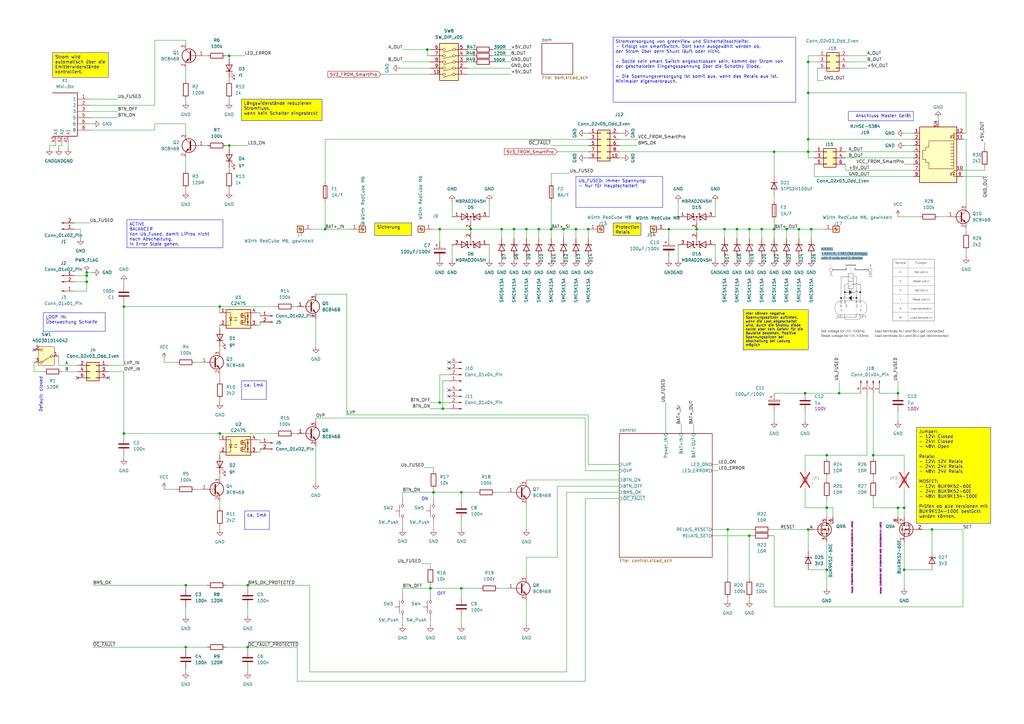
<source format=kicad_sch>
(kicad_sch
	(version 20250114)
	(generator "eeschema")
	(generator_version "9.0")
	(uuid "c138cc6a-756d-4318-83c4-a5413b81ee5f")
	(paper "A3")
	(lib_symbols
		(symbol "Connector:Conn_01x01_Pin"
			(pin_names
				(offset 1.016)
				(hide yes)
			)
			(exclude_from_sim no)
			(in_bom yes)
			(on_board yes)
			(property "Reference" "J"
				(at 0 2.54 0)
				(effects
					(font
						(size 1.27 1.27)
					)
				)
			)
			(property "Value" "Conn_01x01_Pin"
				(at 0 -2.54 0)
				(effects
					(font
						(size 1.27 1.27)
					)
				)
			)
			(property "Footprint" ""
				(at 0 0 0)
				(effects
					(font
						(size 1.27 1.27)
					)
					(hide yes)
				)
			)
			(property "Datasheet" "~"
				(at 0 0 0)
				(effects
					(font
						(size 1.27 1.27)
					)
					(hide yes)
				)
			)
			(property "Description" "Generic connector, single row, 01x01, script generated"
				(at 0 0 0)
				(effects
					(font
						(size 1.27 1.27)
					)
					(hide yes)
				)
			)
			(property "ki_locked" ""
				(at 0 0 0)
				(effects
					(font
						(size 1.27 1.27)
					)
				)
			)
			(property "ki_keywords" "connector"
				(at 0 0 0)
				(effects
					(font
						(size 1.27 1.27)
					)
					(hide yes)
				)
			)
			(property "ki_fp_filters" "Connector*:*_1x??_*"
				(at 0 0 0)
				(effects
					(font
						(size 1.27 1.27)
					)
					(hide yes)
				)
			)
			(symbol "Conn_01x01_Pin_1_1"
				(rectangle
					(start 0.8636 0.127)
					(end 0 -0.127)
					(stroke
						(width 0.1524)
						(type default)
					)
					(fill
						(type outline)
					)
				)
				(polyline
					(pts
						(xy 1.27 0) (xy 0.8636 0)
					)
					(stroke
						(width 0.1524)
						(type default)
					)
					(fill
						(type none)
					)
				)
				(pin passive line
					(at 5.08 0 180)
					(length 3.81)
					(name "Pin_1"
						(effects
							(font
								(size 1.27 1.27)
							)
						)
					)
					(number "1"
						(effects
							(font
								(size 1.27 1.27)
							)
						)
					)
				)
			)
			(embedded_fonts no)
		)
		(symbol "Connector:Conn_01x02_Pin"
			(pin_names
				(offset 1.016)
				(hide yes)
			)
			(exclude_from_sim no)
			(in_bom yes)
			(on_board yes)
			(property "Reference" "J"
				(at 0 2.54 0)
				(effects
					(font
						(size 1.27 1.27)
					)
				)
			)
			(property "Value" "Conn_01x02_Pin"
				(at 0 -5.08 0)
				(effects
					(font
						(size 1.27 1.27)
					)
				)
			)
			(property "Footprint" ""
				(at 0 0 0)
				(effects
					(font
						(size 1.27 1.27)
					)
					(hide yes)
				)
			)
			(property "Datasheet" "~"
				(at 0 0 0)
				(effects
					(font
						(size 1.27 1.27)
					)
					(hide yes)
				)
			)
			(property "Description" "Generic connector, single row, 01x02, script generated"
				(at 0 0 0)
				(effects
					(font
						(size 1.27 1.27)
					)
					(hide yes)
				)
			)
			(property "ki_locked" ""
				(at 0 0 0)
				(effects
					(font
						(size 1.27 1.27)
					)
				)
			)
			(property "ki_keywords" "connector"
				(at 0 0 0)
				(effects
					(font
						(size 1.27 1.27)
					)
					(hide yes)
				)
			)
			(property "ki_fp_filters" "Connector*:*_1x??_*"
				(at 0 0 0)
				(effects
					(font
						(size 1.27 1.27)
					)
					(hide yes)
				)
			)
			(symbol "Conn_01x02_Pin_1_1"
				(rectangle
					(start 0.8636 0.127)
					(end 0 -0.127)
					(stroke
						(width 0.1524)
						(type default)
					)
					(fill
						(type outline)
					)
				)
				(rectangle
					(start 0.8636 -2.413)
					(end 0 -2.667)
					(stroke
						(width 0.1524)
						(type default)
					)
					(fill
						(type outline)
					)
				)
				(polyline
					(pts
						(xy 1.27 0) (xy 0.8636 0)
					)
					(stroke
						(width 0.1524)
						(type default)
					)
					(fill
						(type none)
					)
				)
				(polyline
					(pts
						(xy 1.27 -2.54) (xy 0.8636 -2.54)
					)
					(stroke
						(width 0.1524)
						(type default)
					)
					(fill
						(type none)
					)
				)
				(pin passive line
					(at 5.08 0 180)
					(length 3.81)
					(name "Pin_1"
						(effects
							(font
								(size 1.27 1.27)
							)
						)
					)
					(number "1"
						(effects
							(font
								(size 1.27 1.27)
							)
						)
					)
				)
				(pin passive line
					(at 5.08 -2.54 180)
					(length 3.81)
					(name "Pin_2"
						(effects
							(font
								(size 1.27 1.27)
							)
						)
					)
					(number "2"
						(effects
							(font
								(size 1.27 1.27)
							)
						)
					)
				)
			)
			(embedded_fonts no)
		)
		(symbol "Connector:Conn_01x04_Pin"
			(pin_names
				(offset 1.016)
				(hide yes)
			)
			(exclude_from_sim no)
			(in_bom yes)
			(on_board yes)
			(property "Reference" "J"
				(at 0 5.08 0)
				(effects
					(font
						(size 1.27 1.27)
					)
				)
			)
			(property "Value" "Conn_01x04_Pin"
				(at 0 -7.62 0)
				(effects
					(font
						(size 1.27 1.27)
					)
				)
			)
			(property "Footprint" ""
				(at 0 0 0)
				(effects
					(font
						(size 1.27 1.27)
					)
					(hide yes)
				)
			)
			(property "Datasheet" "~"
				(at 0 0 0)
				(effects
					(font
						(size 1.27 1.27)
					)
					(hide yes)
				)
			)
			(property "Description" "Generic connector, single row, 01x04, script generated"
				(at 0 0 0)
				(effects
					(font
						(size 1.27 1.27)
					)
					(hide yes)
				)
			)
			(property "ki_locked" ""
				(at 0 0 0)
				(effects
					(font
						(size 1.27 1.27)
					)
				)
			)
			(property "ki_keywords" "connector"
				(at 0 0 0)
				(effects
					(font
						(size 1.27 1.27)
					)
					(hide yes)
				)
			)
			(property "ki_fp_filters" "Connector*:*_1x??_*"
				(at 0 0 0)
				(effects
					(font
						(size 1.27 1.27)
					)
					(hide yes)
				)
			)
			(symbol "Conn_01x04_Pin_1_1"
				(rectangle
					(start 0.8636 2.667)
					(end 0 2.413)
					(stroke
						(width 0.1524)
						(type default)
					)
					(fill
						(type outline)
					)
				)
				(rectangle
					(start 0.8636 0.127)
					(end 0 -0.127)
					(stroke
						(width 0.1524)
						(type default)
					)
					(fill
						(type outline)
					)
				)
				(rectangle
					(start 0.8636 -2.413)
					(end 0 -2.667)
					(stroke
						(width 0.1524)
						(type default)
					)
					(fill
						(type outline)
					)
				)
				(rectangle
					(start 0.8636 -4.953)
					(end 0 -5.207)
					(stroke
						(width 0.1524)
						(type default)
					)
					(fill
						(type outline)
					)
				)
				(polyline
					(pts
						(xy 1.27 2.54) (xy 0.8636 2.54)
					)
					(stroke
						(width 0.1524)
						(type default)
					)
					(fill
						(type none)
					)
				)
				(polyline
					(pts
						(xy 1.27 0) (xy 0.8636 0)
					)
					(stroke
						(width 0.1524)
						(type default)
					)
					(fill
						(type none)
					)
				)
				(polyline
					(pts
						(xy 1.27 -2.54) (xy 0.8636 -2.54)
					)
					(stroke
						(width 0.1524)
						(type default)
					)
					(fill
						(type none)
					)
				)
				(polyline
					(pts
						(xy 1.27 -5.08) (xy 0.8636 -5.08)
					)
					(stroke
						(width 0.1524)
						(type default)
					)
					(fill
						(type none)
					)
				)
				(pin passive line
					(at 5.08 2.54 180)
					(length 3.81)
					(name "Pin_1"
						(effects
							(font
								(size 1.27 1.27)
							)
						)
					)
					(number "1"
						(effects
							(font
								(size 1.27 1.27)
							)
						)
					)
				)
				(pin passive line
					(at 5.08 0 180)
					(length 3.81)
					(name "Pin_2"
						(effects
							(font
								(size 1.27 1.27)
							)
						)
					)
					(number "2"
						(effects
							(font
								(size 1.27 1.27)
							)
						)
					)
				)
				(pin passive line
					(at 5.08 -2.54 180)
					(length 3.81)
					(name "Pin_3"
						(effects
							(font
								(size 1.27 1.27)
							)
						)
					)
					(number "3"
						(effects
							(font
								(size 1.27 1.27)
							)
						)
					)
				)
				(pin passive line
					(at 5.08 -5.08 180)
					(length 3.81)
					(name "Pin_4"
						(effects
							(font
								(size 1.27 1.27)
							)
						)
					)
					(number "4"
						(effects
							(font
								(size 1.27 1.27)
							)
						)
					)
				)
			)
			(embedded_fonts no)
		)
		(symbol "Connector:RJ45_LED_Shielded"
			(pin_names
				(offset 1.016)
			)
			(exclude_from_sim no)
			(in_bom yes)
			(on_board yes)
			(property "Reference" "J"
				(at -5.08 13.97 0)
				(effects
					(font
						(size 1.27 1.27)
					)
					(justify right)
				)
			)
			(property "Value" "RJ45_LED_Shielded"
				(at 1.27 13.97 0)
				(effects
					(font
						(size 1.27 1.27)
					)
					(justify left)
				)
			)
			(property "Footprint" ""
				(at 0 0.635 90)
				(effects
					(font
						(size 1.27 1.27)
					)
					(hide yes)
				)
			)
			(property "Datasheet" "~"
				(at 0 0.635 90)
				(effects
					(font
						(size 1.27 1.27)
					)
					(hide yes)
				)
			)
			(property "Description" "RJ connector, 8P8C (8 positions 8 connected), two LEDs, Shielded"
				(at 0 0 0)
				(effects
					(font
						(size 1.27 1.27)
					)
					(hide yes)
				)
			)
			(property "ki_keywords" "8P8C RJ socket jack connector led"
				(at 0 0 0)
				(effects
					(font
						(size 1.27 1.27)
					)
					(hide yes)
				)
			)
			(property "ki_fp_filters" "8P8C* RJ45*"
				(at 0 0 0)
				(effects
					(font
						(size 1.27 1.27)
					)
					(hide yes)
				)
			)
			(symbol "RJ45_LED_Shielded_0_1"
				(polyline
					(pts
						(xy -7.62 10.16) (xy -6.35 10.16)
					)
					(stroke
						(width 0)
						(type default)
					)
					(fill
						(type none)
					)
				)
				(polyline
					(pts
						(xy -7.62 7.62) (xy -6.35 7.62)
					)
					(stroke
						(width 0)
						(type default)
					)
					(fill
						(type none)
					)
				)
				(polyline
					(pts
						(xy -7.62 -5.08) (xy -6.35 -5.08)
					)
					(stroke
						(width 0)
						(type default)
					)
					(fill
						(type none)
					)
				)
				(polyline
					(pts
						(xy -7.62 -7.62) (xy -6.35 -7.62)
					)
					(stroke
						(width 0)
						(type default)
					)
					(fill
						(type none)
					)
				)
				(polyline
					(pts
						(xy -6.858 9.398) (xy -5.842 9.398)
					)
					(stroke
						(width 0)
						(type default)
					)
					(fill
						(type none)
					)
				)
				(polyline
					(pts
						(xy -6.858 -5.842) (xy -5.842 -5.842)
					)
					(stroke
						(width 0)
						(type default)
					)
					(fill
						(type none)
					)
				)
				(polyline
					(pts
						(xy -6.35 10.16) (xy -6.35 9.398)
					)
					(stroke
						(width 0)
						(type default)
					)
					(fill
						(type none)
					)
				)
				(polyline
					(pts
						(xy -6.35 9.398) (xy -6.858 8.382) (xy -5.842 8.382) (xy -6.35 9.398)
					)
					(stroke
						(width 0)
						(type default)
					)
					(fill
						(type none)
					)
				)
				(polyline
					(pts
						(xy -6.35 7.62) (xy -6.35 8.382)
					)
					(stroke
						(width 0)
						(type default)
					)
					(fill
						(type none)
					)
				)
				(polyline
					(pts
						(xy -6.35 1.905) (xy -5.08 1.905) (xy -5.08 1.905)
					)
					(stroke
						(width 0)
						(type default)
					)
					(fill
						(type none)
					)
				)
				(polyline
					(pts
						(xy -6.35 0.635) (xy -5.08 0.635) (xy -5.08 0.635)
					)
					(stroke
						(width 0)
						(type default)
					)
					(fill
						(type none)
					)
				)
				(polyline
					(pts
						(xy -6.35 -0.635) (xy -5.08 -0.635) (xy -5.08 -0.635)
					)
					(stroke
						(width 0)
						(type default)
					)
					(fill
						(type none)
					)
				)
				(polyline
					(pts
						(xy -6.35 -1.905) (xy -5.08 -1.905) (xy -5.08 -1.905)
					)
					(stroke
						(width 0)
						(type default)
					)
					(fill
						(type none)
					)
				)
				(polyline
					(pts
						(xy -6.35 -3.175) (xy -5.08 -3.175) (xy -5.08 -3.175)
					)
					(stroke
						(width 0)
						(type default)
					)
					(fill
						(type none)
					)
				)
				(polyline
					(pts
						(xy -6.35 -4.445) (xy -6.35 6.985) (xy 3.81 6.985) (xy 3.81 4.445) (xy 5.08 4.445) (xy 5.08 3.175)
						(xy 6.35 3.175) (xy 6.35 -0.635) (xy 5.08 -0.635) (xy 5.08 -1.905) (xy 3.81 -1.905) (xy 3.81 -4.445)
						(xy -6.35 -4.445) (xy -6.35 -4.445)
					)
					(stroke
						(width 0)
						(type default)
					)
					(fill
						(type none)
					)
				)
				(polyline
					(pts
						(xy -6.35 -5.08) (xy -6.35 -5.842)
					)
					(stroke
						(width 0)
						(type default)
					)
					(fill
						(type none)
					)
				)
				(polyline
					(pts
						(xy -6.35 -5.842) (xy -6.858 -6.858) (xy -5.842 -6.858) (xy -6.35 -5.842)
					)
					(stroke
						(width 0)
						(type default)
					)
					(fill
						(type none)
					)
				)
				(polyline
					(pts
						(xy -6.35 -7.62) (xy -6.35 -6.858)
					)
					(stroke
						(width 0)
						(type default)
					)
					(fill
						(type none)
					)
				)
				(polyline
					(pts
						(xy -5.588 9.144) (xy -5.08 9.652) (xy -5.461 9.525)
					)
					(stroke
						(width 0)
						(type default)
					)
					(fill
						(type none)
					)
				)
				(polyline
					(pts
						(xy -5.588 8.509) (xy -5.08 9.017) (xy -5.461 8.89)
					)
					(stroke
						(width 0)
						(type default)
					)
					(fill
						(type none)
					)
				)
				(polyline
					(pts
						(xy -5.588 -6.096) (xy -5.08 -5.588) (xy -5.461 -5.715)
					)
					(stroke
						(width 0)
						(type default)
					)
					(fill
						(type none)
					)
				)
				(polyline
					(pts
						(xy -5.588 -6.731) (xy -5.08 -6.223) (xy -5.461 -6.35)
					)
					(stroke
						(width 0)
						(type default)
					)
					(fill
						(type none)
					)
				)
				(polyline
					(pts
						(xy -5.08 9.652) (xy -5.207 9.271)
					)
					(stroke
						(width 0)
						(type default)
					)
					(fill
						(type none)
					)
				)
				(polyline
					(pts
						(xy -5.08 9.017) (xy -5.207 8.636)
					)
					(stroke
						(width 0)
						(type default)
					)
					(fill
						(type none)
					)
				)
				(polyline
					(pts
						(xy -5.08 5.715) (xy -6.35 5.715)
					)
					(stroke
						(width 0)
						(type default)
					)
					(fill
						(type none)
					)
				)
				(polyline
					(pts
						(xy -5.08 4.445) (xy -6.35 4.445)
					)
					(stroke
						(width 0)
						(type default)
					)
					(fill
						(type none)
					)
				)
				(polyline
					(pts
						(xy -5.08 3.175) (xy -6.35 3.175) (xy -6.35 3.175)
					)
					(stroke
						(width 0)
						(type default)
					)
					(fill
						(type none)
					)
				)
				(polyline
					(pts
						(xy -5.08 -5.588) (xy -5.207 -5.969)
					)
					(stroke
						(width 0)
						(type default)
					)
					(fill
						(type none)
					)
				)
				(polyline
					(pts
						(xy -5.08 -6.223) (xy -5.207 -6.604)
					)
					(stroke
						(width 0)
						(type default)
					)
					(fill
						(type none)
					)
				)
				(rectangle
					(start 7.62 12.7)
					(end -7.62 -10.16)
					(stroke
						(width 0.254)
						(type default)
					)
					(fill
						(type background)
					)
				)
			)
			(symbol "RJ45_LED_Shielded_1_1"
				(pin passive line
					(at -10.16 10.16 0)
					(length 2.54)
					(name "~"
						(effects
							(font
								(size 1.27 1.27)
							)
						)
					)
					(number "9"
						(effects
							(font
								(size 1.27 1.27)
							)
						)
					)
				)
				(pin passive line
					(at -10.16 7.62 0)
					(length 2.54)
					(name "~"
						(effects
							(font
								(size 1.27 1.27)
							)
						)
					)
					(number "10"
						(effects
							(font
								(size 1.27 1.27)
							)
						)
					)
				)
				(pin passive line
					(at -10.16 -5.08 0)
					(length 2.54)
					(name "~"
						(effects
							(font
								(size 1.27 1.27)
							)
						)
					)
					(number "11"
						(effects
							(font
								(size 1.27 1.27)
							)
						)
					)
				)
				(pin passive line
					(at -10.16 -7.62 0)
					(length 2.54)
					(name "~"
						(effects
							(font
								(size 1.27 1.27)
							)
						)
					)
					(number "12"
						(effects
							(font
								(size 1.27 1.27)
							)
						)
					)
				)
				(pin passive line
					(at 0 -12.7 90)
					(length 2.54)
					(name "~"
						(effects
							(font
								(size 1.27 1.27)
							)
						)
					)
					(number "SH"
						(effects
							(font
								(size 1.27 1.27)
							)
						)
					)
				)
				(pin passive line
					(at 10.16 10.16 180)
					(length 2.54)
					(name "~"
						(effects
							(font
								(size 1.27 1.27)
							)
						)
					)
					(number "8"
						(effects
							(font
								(size 1.27 1.27)
							)
						)
					)
				)
				(pin passive line
					(at 10.16 7.62 180)
					(length 2.54)
					(name "~"
						(effects
							(font
								(size 1.27 1.27)
							)
						)
					)
					(number "7"
						(effects
							(font
								(size 1.27 1.27)
							)
						)
					)
				)
				(pin passive line
					(at 10.16 5.08 180)
					(length 2.54)
					(name "~"
						(effects
							(font
								(size 1.27 1.27)
							)
						)
					)
					(number "6"
						(effects
							(font
								(size 1.27 1.27)
							)
						)
					)
				)
				(pin passive line
					(at 10.16 2.54 180)
					(length 2.54)
					(name "~"
						(effects
							(font
								(size 1.27 1.27)
							)
						)
					)
					(number "5"
						(effects
							(font
								(size 1.27 1.27)
							)
						)
					)
				)
				(pin passive line
					(at 10.16 0 180)
					(length 2.54)
					(name "~"
						(effects
							(font
								(size 1.27 1.27)
							)
						)
					)
					(number "4"
						(effects
							(font
								(size 1.27 1.27)
							)
						)
					)
				)
				(pin passive line
					(at 10.16 -2.54 180)
					(length 2.54)
					(name "~"
						(effects
							(font
								(size 1.27 1.27)
							)
						)
					)
					(number "3"
						(effects
							(font
								(size 1.27 1.27)
							)
						)
					)
				)
				(pin passive line
					(at 10.16 -5.08 180)
					(length 2.54)
					(name "~"
						(effects
							(font
								(size 1.27 1.27)
							)
						)
					)
					(number "2"
						(effects
							(font
								(size 1.27 1.27)
							)
						)
					)
				)
				(pin passive line
					(at 10.16 -7.62 180)
					(length 2.54)
					(name "~"
						(effects
							(font
								(size 1.27 1.27)
							)
						)
					)
					(number "1"
						(effects
							(font
								(size 1.27 1.27)
							)
						)
					)
				)
			)
			(embedded_fonts no)
		)
		(symbol "Connector:Screw_Terminal_01x01"
			(pin_names
				(offset 1.016)
				(hide yes)
			)
			(exclude_from_sim no)
			(in_bom yes)
			(on_board yes)
			(property "Reference" "J"
				(at 0 2.54 0)
				(effects
					(font
						(size 1.27 1.27)
					)
				)
			)
			(property "Value" "Screw_Terminal_01x01"
				(at 0 -2.54 0)
				(effects
					(font
						(size 1.27 1.27)
					)
				)
			)
			(property "Footprint" ""
				(at 0 0 0)
				(effects
					(font
						(size 1.27 1.27)
					)
					(hide yes)
				)
			)
			(property "Datasheet" "~"
				(at 0 0 0)
				(effects
					(font
						(size 1.27 1.27)
					)
					(hide yes)
				)
			)
			(property "Description" "Generic screw terminal, single row, 01x01, script generated (kicad-library-utils/schlib/autogen/connector/)"
				(at 0 0 0)
				(effects
					(font
						(size 1.27 1.27)
					)
					(hide yes)
				)
			)
			(property "ki_keywords" "screw terminal"
				(at 0 0 0)
				(effects
					(font
						(size 1.27 1.27)
					)
					(hide yes)
				)
			)
			(property "ki_fp_filters" "TerminalBlock*:*"
				(at 0 0 0)
				(effects
					(font
						(size 1.27 1.27)
					)
					(hide yes)
				)
			)
			(symbol "Screw_Terminal_01x01_1_1"
				(rectangle
					(start -1.27 1.27)
					(end 1.27 -1.27)
					(stroke
						(width 0.254)
						(type default)
					)
					(fill
						(type background)
					)
				)
				(polyline
					(pts
						(xy -0.5334 0.3302) (xy 0.3302 -0.508)
					)
					(stroke
						(width 0.1524)
						(type default)
					)
					(fill
						(type none)
					)
				)
				(polyline
					(pts
						(xy -0.3556 0.508) (xy 0.508 -0.3302)
					)
					(stroke
						(width 0.1524)
						(type default)
					)
					(fill
						(type none)
					)
				)
				(circle
					(center 0 0)
					(radius 0.635)
					(stroke
						(width 0.1524)
						(type default)
					)
					(fill
						(type none)
					)
				)
				(pin passive line
					(at -5.08 0 0)
					(length 3.81)
					(name "Pin_1"
						(effects
							(font
								(size 1.27 1.27)
							)
						)
					)
					(number "1"
						(effects
							(font
								(size 1.27 1.27)
							)
						)
					)
				)
			)
			(embedded_fonts no)
		)
		(symbol "Connector_Generic:Conn_02x03_Odd_Even"
			(pin_names
				(offset 1.016)
				(hide yes)
			)
			(exclude_from_sim no)
			(in_bom yes)
			(on_board yes)
			(property "Reference" "J"
				(at 1.27 5.08 0)
				(effects
					(font
						(size 1.27 1.27)
					)
				)
			)
			(property "Value" "Conn_02x03_Odd_Even"
				(at 1.27 -5.08 0)
				(effects
					(font
						(size 1.27 1.27)
					)
				)
			)
			(property "Footprint" ""
				(at 0 0 0)
				(effects
					(font
						(size 1.27 1.27)
					)
					(hide yes)
				)
			)
			(property "Datasheet" "~"
				(at 0 0 0)
				(effects
					(font
						(size 1.27 1.27)
					)
					(hide yes)
				)
			)
			(property "Description" "Generic connector, double row, 02x03, odd/even pin numbering scheme (row 1 odd numbers, row 2 even numbers), script generated (kicad-library-utils/schlib/autogen/connector/)"
				(at 0 0 0)
				(effects
					(font
						(size 1.27 1.27)
					)
					(hide yes)
				)
			)
			(property "ki_keywords" "connector"
				(at 0 0 0)
				(effects
					(font
						(size 1.27 1.27)
					)
					(hide yes)
				)
			)
			(property "ki_fp_filters" "Connector*:*_2x??_*"
				(at 0 0 0)
				(effects
					(font
						(size 1.27 1.27)
					)
					(hide yes)
				)
			)
			(symbol "Conn_02x03_Odd_Even_1_1"
				(rectangle
					(start -1.27 3.81)
					(end 3.81 -3.81)
					(stroke
						(width 0.254)
						(type default)
					)
					(fill
						(type background)
					)
				)
				(rectangle
					(start -1.27 2.667)
					(end 0 2.413)
					(stroke
						(width 0.1524)
						(type default)
					)
					(fill
						(type none)
					)
				)
				(rectangle
					(start -1.27 0.127)
					(end 0 -0.127)
					(stroke
						(width 0.1524)
						(type default)
					)
					(fill
						(type none)
					)
				)
				(rectangle
					(start -1.27 -2.413)
					(end 0 -2.667)
					(stroke
						(width 0.1524)
						(type default)
					)
					(fill
						(type none)
					)
				)
				(rectangle
					(start 3.81 2.667)
					(end 2.54 2.413)
					(stroke
						(width 0.1524)
						(type default)
					)
					(fill
						(type none)
					)
				)
				(rectangle
					(start 3.81 0.127)
					(end 2.54 -0.127)
					(stroke
						(width 0.1524)
						(type default)
					)
					(fill
						(type none)
					)
				)
				(rectangle
					(start 3.81 -2.413)
					(end 2.54 -2.667)
					(stroke
						(width 0.1524)
						(type default)
					)
					(fill
						(type none)
					)
				)
				(pin passive line
					(at -5.08 2.54 0)
					(length 3.81)
					(name "Pin_1"
						(effects
							(font
								(size 1.27 1.27)
							)
						)
					)
					(number "1"
						(effects
							(font
								(size 1.27 1.27)
							)
						)
					)
				)
				(pin passive line
					(at -5.08 0 0)
					(length 3.81)
					(name "Pin_3"
						(effects
							(font
								(size 1.27 1.27)
							)
						)
					)
					(number "3"
						(effects
							(font
								(size 1.27 1.27)
							)
						)
					)
				)
				(pin passive line
					(at -5.08 -2.54 0)
					(length 3.81)
					(name "Pin_5"
						(effects
							(font
								(size 1.27 1.27)
							)
						)
					)
					(number "5"
						(effects
							(font
								(size 1.27 1.27)
							)
						)
					)
				)
				(pin passive line
					(at 7.62 2.54 180)
					(length 3.81)
					(name "Pin_2"
						(effects
							(font
								(size 1.27 1.27)
							)
						)
					)
					(number "2"
						(effects
							(font
								(size 1.27 1.27)
							)
						)
					)
				)
				(pin passive line
					(at 7.62 0 180)
					(length 3.81)
					(name "Pin_4"
						(effects
							(font
								(size 1.27 1.27)
							)
						)
					)
					(number "4"
						(effects
							(font
								(size 1.27 1.27)
							)
						)
					)
				)
				(pin passive line
					(at 7.62 -2.54 180)
					(length 3.81)
					(name "Pin_6"
						(effects
							(font
								(size 1.27 1.27)
							)
						)
					)
					(number "6"
						(effects
							(font
								(size 1.27 1.27)
							)
						)
					)
				)
			)
			(embedded_fonts no)
		)
		(symbol "Connector_Generic:Conn_02x05_Odd_Even"
			(pin_names
				(offset 1.016)
				(hide yes)
			)
			(exclude_from_sim no)
			(in_bom yes)
			(on_board yes)
			(property "Reference" "J"
				(at 1.27 7.62 0)
				(effects
					(font
						(size 1.27 1.27)
					)
				)
			)
			(property "Value" "Conn_02x05_Odd_Even"
				(at 1.27 -7.62 0)
				(effects
					(font
						(size 1.27 1.27)
					)
				)
			)
			(property "Footprint" ""
				(at 0 0 0)
				(effects
					(font
						(size 1.27 1.27)
					)
					(hide yes)
				)
			)
			(property "Datasheet" "~"
				(at 0 0 0)
				(effects
					(font
						(size 1.27 1.27)
					)
					(hide yes)
				)
			)
			(property "Description" "Generic connector, double row, 02x05, odd/even pin numbering scheme (row 1 odd numbers, row 2 even numbers), script generated (kicad-library-utils/schlib/autogen/connector/)"
				(at 0 0 0)
				(effects
					(font
						(size 1.27 1.27)
					)
					(hide yes)
				)
			)
			(property "ki_keywords" "connector"
				(at 0 0 0)
				(effects
					(font
						(size 1.27 1.27)
					)
					(hide yes)
				)
			)
			(property "ki_fp_filters" "Connector*:*_2x??_*"
				(at 0 0 0)
				(effects
					(font
						(size 1.27 1.27)
					)
					(hide yes)
				)
			)
			(symbol "Conn_02x05_Odd_Even_1_1"
				(rectangle
					(start -1.27 6.35)
					(end 3.81 -6.35)
					(stroke
						(width 0.254)
						(type default)
					)
					(fill
						(type background)
					)
				)
				(rectangle
					(start -1.27 5.207)
					(end 0 4.953)
					(stroke
						(width 0.1524)
						(type default)
					)
					(fill
						(type none)
					)
				)
				(rectangle
					(start -1.27 2.667)
					(end 0 2.413)
					(stroke
						(width 0.1524)
						(type default)
					)
					(fill
						(type none)
					)
				)
				(rectangle
					(start -1.27 0.127)
					(end 0 -0.127)
					(stroke
						(width 0.1524)
						(type default)
					)
					(fill
						(type none)
					)
				)
				(rectangle
					(start -1.27 -2.413)
					(end 0 -2.667)
					(stroke
						(width 0.1524)
						(type default)
					)
					(fill
						(type none)
					)
				)
				(rectangle
					(start -1.27 -4.953)
					(end 0 -5.207)
					(stroke
						(width 0.1524)
						(type default)
					)
					(fill
						(type none)
					)
				)
				(rectangle
					(start 3.81 5.207)
					(end 2.54 4.953)
					(stroke
						(width 0.1524)
						(type default)
					)
					(fill
						(type none)
					)
				)
				(rectangle
					(start 3.81 2.667)
					(end 2.54 2.413)
					(stroke
						(width 0.1524)
						(type default)
					)
					(fill
						(type none)
					)
				)
				(rectangle
					(start 3.81 0.127)
					(end 2.54 -0.127)
					(stroke
						(width 0.1524)
						(type default)
					)
					(fill
						(type none)
					)
				)
				(rectangle
					(start 3.81 -2.413)
					(end 2.54 -2.667)
					(stroke
						(width 0.1524)
						(type default)
					)
					(fill
						(type none)
					)
				)
				(rectangle
					(start 3.81 -4.953)
					(end 2.54 -5.207)
					(stroke
						(width 0.1524)
						(type default)
					)
					(fill
						(type none)
					)
				)
				(pin passive line
					(at -5.08 5.08 0)
					(length 3.81)
					(name "Pin_1"
						(effects
							(font
								(size 1.27 1.27)
							)
						)
					)
					(number "1"
						(effects
							(font
								(size 1.27 1.27)
							)
						)
					)
				)
				(pin passive line
					(at -5.08 2.54 0)
					(length 3.81)
					(name "Pin_3"
						(effects
							(font
								(size 1.27 1.27)
							)
						)
					)
					(number "3"
						(effects
							(font
								(size 1.27 1.27)
							)
						)
					)
				)
				(pin passive line
					(at -5.08 0 0)
					(length 3.81)
					(name "Pin_5"
						(effects
							(font
								(size 1.27 1.27)
							)
						)
					)
					(number "5"
						(effects
							(font
								(size 1.27 1.27)
							)
						)
					)
				)
				(pin passive line
					(at -5.08 -2.54 0)
					(length 3.81)
					(name "Pin_7"
						(effects
							(font
								(size 1.27 1.27)
							)
						)
					)
					(number "7"
						(effects
							(font
								(size 1.27 1.27)
							)
						)
					)
				)
				(pin passive line
					(at -5.08 -5.08 0)
					(length 3.81)
					(name "Pin_9"
						(effects
							(font
								(size 1.27 1.27)
							)
						)
					)
					(number "9"
						(effects
							(font
								(size 1.27 1.27)
							)
						)
					)
				)
				(pin passive line
					(at 7.62 5.08 180)
					(length 3.81)
					(name "Pin_2"
						(effects
							(font
								(size 1.27 1.27)
							)
						)
					)
					(number "2"
						(effects
							(font
								(size 1.27 1.27)
							)
						)
					)
				)
				(pin passive line
					(at 7.62 2.54 180)
					(length 3.81)
					(name "Pin_4"
						(effects
							(font
								(size 1.27 1.27)
							)
						)
					)
					(number "4"
						(effects
							(font
								(size 1.27 1.27)
							)
						)
					)
				)
				(pin passive line
					(at 7.62 0 180)
					(length 3.81)
					(name "Pin_6"
						(effects
							(font
								(size 1.27 1.27)
							)
						)
					)
					(number "6"
						(effects
							(font
								(size 1.27 1.27)
							)
						)
					)
				)
				(pin passive line
					(at 7.62 -2.54 180)
					(length 3.81)
					(name "Pin_8"
						(effects
							(font
								(size 1.27 1.27)
							)
						)
					)
					(number "8"
						(effects
							(font
								(size 1.27 1.27)
							)
						)
					)
				)
				(pin passive line
					(at 7.62 -5.08 180)
					(length 3.81)
					(name "Pin_10"
						(effects
							(font
								(size 1.27 1.27)
							)
						)
					)
					(number "10"
						(effects
							(font
								(size 1.27 1.27)
							)
						)
					)
				)
			)
			(embedded_fonts no)
		)
		(symbol "Device:C"
			(pin_numbers
				(hide yes)
			)
			(pin_names
				(offset 0.254)
			)
			(exclude_from_sim no)
			(in_bom yes)
			(on_board yes)
			(property "Reference" "C"
				(at 0.635 2.54 0)
				(effects
					(font
						(size 1.27 1.27)
					)
					(justify left)
				)
			)
			(property "Value" "C"
				(at 0.635 -2.54 0)
				(effects
					(font
						(size 1.27 1.27)
					)
					(justify left)
				)
			)
			(property "Footprint" ""
				(at 0.9652 -3.81 0)
				(effects
					(font
						(size 1.27 1.27)
					)
					(hide yes)
				)
			)
			(property "Datasheet" "~"
				(at 0 0 0)
				(effects
					(font
						(size 1.27 1.27)
					)
					(hide yes)
				)
			)
			(property "Description" "Unpolarized capacitor"
				(at 0 0 0)
				(effects
					(font
						(size 1.27 1.27)
					)
					(hide yes)
				)
			)
			(property "ki_keywords" "cap capacitor"
				(at 0 0 0)
				(effects
					(font
						(size 1.27 1.27)
					)
					(hide yes)
				)
			)
			(property "ki_fp_filters" "C_*"
				(at 0 0 0)
				(effects
					(font
						(size 1.27 1.27)
					)
					(hide yes)
				)
			)
			(symbol "C_0_1"
				(polyline
					(pts
						(xy -2.032 0.762) (xy 2.032 0.762)
					)
					(stroke
						(width 0.508)
						(type default)
					)
					(fill
						(type none)
					)
				)
				(polyline
					(pts
						(xy -2.032 -0.762) (xy 2.032 -0.762)
					)
					(stroke
						(width 0.508)
						(type default)
					)
					(fill
						(type none)
					)
				)
			)
			(symbol "C_1_1"
				(pin passive line
					(at 0 3.81 270)
					(length 2.794)
					(name "~"
						(effects
							(font
								(size 1.27 1.27)
							)
						)
					)
					(number "1"
						(effects
							(font
								(size 1.27 1.27)
							)
						)
					)
				)
				(pin passive line
					(at 0 -3.81 90)
					(length 2.794)
					(name "~"
						(effects
							(font
								(size 1.27 1.27)
							)
						)
					)
					(number "2"
						(effects
							(font
								(size 1.27 1.27)
							)
						)
					)
				)
			)
			(embedded_fonts no)
		)
		(symbol "Device:C_Polarized"
			(pin_numbers
				(hide yes)
			)
			(pin_names
				(offset 0.254)
			)
			(exclude_from_sim no)
			(in_bom yes)
			(on_board yes)
			(property "Reference" "C"
				(at 0.635 2.54 0)
				(effects
					(font
						(size 1.27 1.27)
					)
					(justify left)
				)
			)
			(property "Value" "C_Polarized"
				(at 0.635 -2.54 0)
				(effects
					(font
						(size 1.27 1.27)
					)
					(justify left)
				)
			)
			(property "Footprint" ""
				(at 0.9652 -3.81 0)
				(effects
					(font
						(size 1.27 1.27)
					)
					(hide yes)
				)
			)
			(property "Datasheet" "~"
				(at 0 0 0)
				(effects
					(font
						(size 1.27 1.27)
					)
					(hide yes)
				)
			)
			(property "Description" "Polarized capacitor"
				(at 0 0 0)
				(effects
					(font
						(size 1.27 1.27)
					)
					(hide yes)
				)
			)
			(property "ki_keywords" "cap capacitor"
				(at 0 0 0)
				(effects
					(font
						(size 1.27 1.27)
					)
					(hide yes)
				)
			)
			(property "ki_fp_filters" "CP_*"
				(at 0 0 0)
				(effects
					(font
						(size 1.27 1.27)
					)
					(hide yes)
				)
			)
			(symbol "C_Polarized_0_1"
				(rectangle
					(start -2.286 0.508)
					(end 2.286 1.016)
					(stroke
						(width 0)
						(type default)
					)
					(fill
						(type none)
					)
				)
				(polyline
					(pts
						(xy -1.778 2.286) (xy -0.762 2.286)
					)
					(stroke
						(width 0)
						(type default)
					)
					(fill
						(type none)
					)
				)
				(polyline
					(pts
						(xy -1.27 2.794) (xy -1.27 1.778)
					)
					(stroke
						(width 0)
						(type default)
					)
					(fill
						(type none)
					)
				)
				(rectangle
					(start 2.286 -0.508)
					(end -2.286 -1.016)
					(stroke
						(width 0)
						(type default)
					)
					(fill
						(type outline)
					)
				)
			)
			(symbol "C_Polarized_1_1"
				(pin passive line
					(at 0 3.81 270)
					(length 2.794)
					(name "~"
						(effects
							(font
								(size 1.27 1.27)
							)
						)
					)
					(number "1"
						(effects
							(font
								(size 1.27 1.27)
							)
						)
					)
				)
				(pin passive line
					(at 0 -3.81 90)
					(length 2.794)
					(name "~"
						(effects
							(font
								(size 1.27 1.27)
							)
						)
					)
					(number "2"
						(effects
							(font
								(size 1.27 1.27)
							)
						)
					)
				)
			)
			(embedded_fonts no)
		)
		(symbol "Device:D"
			(pin_numbers
				(hide yes)
			)
			(pin_names
				(offset 1.016)
				(hide yes)
			)
			(exclude_from_sim no)
			(in_bom yes)
			(on_board yes)
			(property "Reference" "D"
				(at 0 2.54 0)
				(effects
					(font
						(size 1.27 1.27)
					)
				)
			)
			(property "Value" "D"
				(at 0 -2.54 0)
				(effects
					(font
						(size 1.27 1.27)
					)
				)
			)
			(property "Footprint" ""
				(at 0 0 0)
				(effects
					(font
						(size 1.27 1.27)
					)
					(hide yes)
				)
			)
			(property "Datasheet" "~"
				(at 0 0 0)
				(effects
					(font
						(size 1.27 1.27)
					)
					(hide yes)
				)
			)
			(property "Description" "Diode"
				(at 0 0 0)
				(effects
					(font
						(size 1.27 1.27)
					)
					(hide yes)
				)
			)
			(property "Sim.Device" "D"
				(at 0 0 0)
				(effects
					(font
						(size 1.27 1.27)
					)
					(hide yes)
				)
			)
			(property "Sim.Pins" "1=K 2=A"
				(at 0 0 0)
				(effects
					(font
						(size 1.27 1.27)
					)
					(hide yes)
				)
			)
			(property "ki_keywords" "diode"
				(at 0 0 0)
				(effects
					(font
						(size 1.27 1.27)
					)
					(hide yes)
				)
			)
			(property "ki_fp_filters" "TO-???* *_Diode_* *SingleDiode* D_*"
				(at 0 0 0)
				(effects
					(font
						(size 1.27 1.27)
					)
					(hide yes)
				)
			)
			(symbol "D_0_1"
				(polyline
					(pts
						(xy -1.27 1.27) (xy -1.27 -1.27)
					)
					(stroke
						(width 0.254)
						(type default)
					)
					(fill
						(type none)
					)
				)
				(polyline
					(pts
						(xy 1.27 1.27) (xy 1.27 -1.27) (xy -1.27 0) (xy 1.27 1.27)
					)
					(stroke
						(width 0.254)
						(type default)
					)
					(fill
						(type none)
					)
				)
				(polyline
					(pts
						(xy 1.27 0) (xy -1.27 0)
					)
					(stroke
						(width 0)
						(type default)
					)
					(fill
						(type none)
					)
				)
			)
			(symbol "D_1_1"
				(pin passive line
					(at -3.81 0 0)
					(length 2.54)
					(name "K"
						(effects
							(font
								(size 1.27 1.27)
							)
						)
					)
					(number "1"
						(effects
							(font
								(size 1.27 1.27)
							)
						)
					)
				)
				(pin passive line
					(at 3.81 0 180)
					(length 2.54)
					(name "A"
						(effects
							(font
								(size 1.27 1.27)
							)
						)
					)
					(number "2"
						(effects
							(font
								(size 1.27 1.27)
							)
						)
					)
				)
			)
			(embedded_fonts no)
		)
		(symbol "Device:D_Schottky_Dual_CommonCathode_AKA"
			(pin_names
				(offset 0.762)
				(hide yes)
			)
			(exclude_from_sim no)
			(in_bom yes)
			(on_board yes)
			(property "Reference" "D"
				(at 1.27 -2.54 0)
				(effects
					(font
						(size 1.27 1.27)
					)
				)
			)
			(property "Value" "D_Schottky_Dual_CommonCathode_AKA"
				(at 0 2.54 0)
				(effects
					(font
						(size 1.27 1.27)
					)
				)
			)
			(property "Footprint" ""
				(at 0 0 0)
				(effects
					(font
						(size 1.27 1.27)
					)
					(hide yes)
				)
			)
			(property "Datasheet" "~"
				(at 0 0 0)
				(effects
					(font
						(size 1.27 1.27)
					)
					(hide yes)
				)
			)
			(property "Description" "Dual Schottky diode, common cathode on pin 2"
				(at 0 0 0)
				(effects
					(font
						(size 1.27 1.27)
					)
					(hide yes)
				)
			)
			(property "ki_keywords" "diode"
				(at 0 0 0)
				(effects
					(font
						(size 1.27 1.27)
					)
					(hide yes)
				)
			)
			(symbol "D_Schottky_Dual_CommonCathode_AKA_0_1"
				(polyline
					(pts
						(xy -3.81 1.27) (xy -1.27 0) (xy -3.81 -1.27) (xy -3.81 1.27) (xy -3.81 1.27) (xy -3.81 1.27)
					)
					(stroke
						(width 0.254)
						(type default)
					)
					(fill
						(type none)
					)
				)
				(polyline
					(pts
						(xy -1.778 1.016) (xy -1.778 1.27) (xy -1.27 1.27) (xy -1.27 1.27) (xy -1.27 1.27)
					)
					(stroke
						(width 0.254)
						(type default)
					)
					(fill
						(type none)
					)
				)
				(polyline
					(pts
						(xy -1.27 -1.27) (xy -1.27 1.27) (xy -1.27 1.27)
					)
					(stroke
						(width 0.254)
						(type default)
					)
					(fill
						(type none)
					)
				)
				(polyline
					(pts
						(xy -1.27 -1.27) (xy -0.762 -1.27) (xy -0.762 -1.016) (xy -0.762 -1.016)
					)
					(stroke
						(width 0.254)
						(type default)
					)
					(fill
						(type none)
					)
				)
				(polyline
					(pts
						(xy 0 0) (xy 0 -2.54)
					)
					(stroke
						(width 0)
						(type default)
					)
					(fill
						(type none)
					)
				)
				(circle
					(center 0 0)
					(radius 0.254)
					(stroke
						(width 0)
						(type default)
					)
					(fill
						(type outline)
					)
				)
				(polyline
					(pts
						(xy 1.27 1.27) (xy 0.762 1.27) (xy 0.762 1.016) (xy 0.762 1.016)
					)
					(stroke
						(width 0.254)
						(type default)
					)
					(fill
						(type none)
					)
				)
				(polyline
					(pts
						(xy 1.27 -1.27) (xy 1.27 1.27) (xy 1.27 1.27)
					)
					(stroke
						(width 0.254)
						(type default)
					)
					(fill
						(type none)
					)
				)
				(polyline
					(pts
						(xy 1.27 -1.27) (xy 1.778 -1.27) (xy 1.778 -1.016) (xy 1.778 -1.016)
					)
					(stroke
						(width 0.254)
						(type default)
					)
					(fill
						(type none)
					)
				)
				(polyline
					(pts
						(xy 3.81 0) (xy -3.81 0)
					)
					(stroke
						(width 0)
						(type default)
					)
					(fill
						(type none)
					)
				)
				(polyline
					(pts
						(xy 3.81 -1.27) (xy 1.27 0) (xy 3.81 1.27) (xy 3.81 -1.27) (xy 3.81 -1.27) (xy 3.81 -1.27)
					)
					(stroke
						(width 0.254)
						(type default)
					)
					(fill
						(type none)
					)
				)
				(pin passive line
					(at -7.62 0 0)
					(length 3.81)
					(name "A"
						(effects
							(font
								(size 1.27 1.27)
							)
						)
					)
					(number "1"
						(effects
							(font
								(size 1.27 1.27)
							)
						)
					)
				)
				(pin passive line
					(at 0 -5.08 90)
					(length 2.54)
					(name "K"
						(effects
							(font
								(size 1.27 1.27)
							)
						)
					)
					(number "2"
						(effects
							(font
								(size 1.27 1.27)
							)
						)
					)
				)
				(pin passive line
					(at 7.62 0 180)
					(length 3.81)
					(name "A"
						(effects
							(font
								(size 1.27 1.27)
							)
						)
					)
					(number "3"
						(effects
							(font
								(size 1.27 1.27)
							)
						)
					)
				)
			)
			(embedded_fonts no)
		)
		(symbol "Device:D_Zener"
			(pin_numbers
				(hide yes)
			)
			(pin_names
				(offset 1.016)
				(hide yes)
			)
			(exclude_from_sim no)
			(in_bom yes)
			(on_board yes)
			(property "Reference" "D"
				(at 0 2.54 0)
				(effects
					(font
						(size 1.27 1.27)
					)
				)
			)
			(property "Value" "D_Zener"
				(at 0 -2.54 0)
				(effects
					(font
						(size 1.27 1.27)
					)
				)
			)
			(property "Footprint" ""
				(at 0 0 0)
				(effects
					(font
						(size 1.27 1.27)
					)
					(hide yes)
				)
			)
			(property "Datasheet" "~"
				(at 0 0 0)
				(effects
					(font
						(size 1.27 1.27)
					)
					(hide yes)
				)
			)
			(property "Description" "Zener diode"
				(at 0 0 0)
				(effects
					(font
						(size 1.27 1.27)
					)
					(hide yes)
				)
			)
			(property "ki_keywords" "diode"
				(at 0 0 0)
				(effects
					(font
						(size 1.27 1.27)
					)
					(hide yes)
				)
			)
			(property "ki_fp_filters" "TO-???* *_Diode_* *SingleDiode* D_*"
				(at 0 0 0)
				(effects
					(font
						(size 1.27 1.27)
					)
					(hide yes)
				)
			)
			(symbol "D_Zener_0_1"
				(polyline
					(pts
						(xy -1.27 -1.27) (xy -1.27 1.27) (xy -0.762 1.27)
					)
					(stroke
						(width 0.254)
						(type default)
					)
					(fill
						(type none)
					)
				)
				(polyline
					(pts
						(xy 1.27 0) (xy -1.27 0)
					)
					(stroke
						(width 0)
						(type default)
					)
					(fill
						(type none)
					)
				)
				(polyline
					(pts
						(xy 1.27 -1.27) (xy 1.27 1.27) (xy -1.27 0) (xy 1.27 -1.27)
					)
					(stroke
						(width 0.254)
						(type default)
					)
					(fill
						(type none)
					)
				)
			)
			(symbol "D_Zener_1_1"
				(pin passive line
					(at -3.81 0 0)
					(length 2.54)
					(name "K"
						(effects
							(font
								(size 1.27 1.27)
							)
						)
					)
					(number "1"
						(effects
							(font
								(size 1.27 1.27)
							)
						)
					)
				)
				(pin passive line
					(at 3.81 0 180)
					(length 2.54)
					(name "A"
						(effects
							(font
								(size 1.27 1.27)
							)
						)
					)
					(number "2"
						(effects
							(font
								(size 1.27 1.27)
							)
						)
					)
				)
			)
			(embedded_fonts no)
		)
		(symbol "Device:Fuse"
			(pin_numbers
				(hide yes)
			)
			(pin_names
				(offset 0)
			)
			(exclude_from_sim no)
			(in_bom yes)
			(on_board yes)
			(property "Reference" "F"
				(at 2.032 0 90)
				(effects
					(font
						(size 1.27 1.27)
					)
				)
			)
			(property "Value" "Fuse"
				(at -1.905 0 90)
				(effects
					(font
						(size 1.27 1.27)
					)
				)
			)
			(property "Footprint" ""
				(at -1.778 0 90)
				(effects
					(font
						(size 1.27 1.27)
					)
					(hide yes)
				)
			)
			(property "Datasheet" "~"
				(at 0 0 0)
				(effects
					(font
						(size 1.27 1.27)
					)
					(hide yes)
				)
			)
			(property "Description" "Fuse"
				(at 0 0 0)
				(effects
					(font
						(size 1.27 1.27)
					)
					(hide yes)
				)
			)
			(property "ki_keywords" "fuse"
				(at 0 0 0)
				(effects
					(font
						(size 1.27 1.27)
					)
					(hide yes)
				)
			)
			(property "ki_fp_filters" "*Fuse*"
				(at 0 0 0)
				(effects
					(font
						(size 1.27 1.27)
					)
					(hide yes)
				)
			)
			(symbol "Fuse_0_1"
				(rectangle
					(start -0.762 -2.54)
					(end 0.762 2.54)
					(stroke
						(width 0.254)
						(type default)
					)
					(fill
						(type none)
					)
				)
				(polyline
					(pts
						(xy 0 2.54) (xy 0 -2.54)
					)
					(stroke
						(width 0)
						(type default)
					)
					(fill
						(type none)
					)
				)
			)
			(symbol "Fuse_1_1"
				(pin passive line
					(at 0 3.81 270)
					(length 1.27)
					(name "~"
						(effects
							(font
								(size 1.27 1.27)
							)
						)
					)
					(number "1"
						(effects
							(font
								(size 1.27 1.27)
							)
						)
					)
				)
				(pin passive line
					(at 0 -3.81 90)
					(length 1.27)
					(name "~"
						(effects
							(font
								(size 1.27 1.27)
							)
						)
					)
					(number "2"
						(effects
							(font
								(size 1.27 1.27)
							)
						)
					)
				)
			)
			(embedded_fonts no)
		)
		(symbol "Device:LED"
			(pin_numbers
				(hide yes)
			)
			(pin_names
				(offset 1.016)
				(hide yes)
			)
			(exclude_from_sim no)
			(in_bom yes)
			(on_board yes)
			(property "Reference" "D"
				(at 0 2.54 0)
				(effects
					(font
						(size 1.27 1.27)
					)
				)
			)
			(property "Value" "LED"
				(at 0 -2.54 0)
				(effects
					(font
						(size 1.27 1.27)
					)
				)
			)
			(property "Footprint" ""
				(at 0 0 0)
				(effects
					(font
						(size 1.27 1.27)
					)
					(hide yes)
				)
			)
			(property "Datasheet" "~"
				(at 0 0 0)
				(effects
					(font
						(size 1.27 1.27)
					)
					(hide yes)
				)
			)
			(property "Description" "Light emitting diode"
				(at 0 0 0)
				(effects
					(font
						(size 1.27 1.27)
					)
					(hide yes)
				)
			)
			(property "Sim.Pins" "1=K 2=A"
				(at 0 0 0)
				(effects
					(font
						(size 1.27 1.27)
					)
					(hide yes)
				)
			)
			(property "ki_keywords" "LED diode"
				(at 0 0 0)
				(effects
					(font
						(size 1.27 1.27)
					)
					(hide yes)
				)
			)
			(property "ki_fp_filters" "LED* LED_SMD:* LED_THT:*"
				(at 0 0 0)
				(effects
					(font
						(size 1.27 1.27)
					)
					(hide yes)
				)
			)
			(symbol "LED_0_1"
				(polyline
					(pts
						(xy -3.048 -0.762) (xy -4.572 -2.286) (xy -3.81 -2.286) (xy -4.572 -2.286) (xy -4.572 -1.524)
					)
					(stroke
						(width 0)
						(type default)
					)
					(fill
						(type none)
					)
				)
				(polyline
					(pts
						(xy -1.778 -0.762) (xy -3.302 -2.286) (xy -2.54 -2.286) (xy -3.302 -2.286) (xy -3.302 -1.524)
					)
					(stroke
						(width 0)
						(type default)
					)
					(fill
						(type none)
					)
				)
				(polyline
					(pts
						(xy -1.27 0) (xy 1.27 0)
					)
					(stroke
						(width 0)
						(type default)
					)
					(fill
						(type none)
					)
				)
				(polyline
					(pts
						(xy -1.27 -1.27) (xy -1.27 1.27)
					)
					(stroke
						(width 0.254)
						(type default)
					)
					(fill
						(type none)
					)
				)
				(polyline
					(pts
						(xy 1.27 -1.27) (xy 1.27 1.27) (xy -1.27 0) (xy 1.27 -1.27)
					)
					(stroke
						(width 0.254)
						(type default)
					)
					(fill
						(type none)
					)
				)
			)
			(symbol "LED_1_1"
				(pin passive line
					(at -3.81 0 0)
					(length 2.54)
					(name "K"
						(effects
							(font
								(size 1.27 1.27)
							)
						)
					)
					(number "1"
						(effects
							(font
								(size 1.27 1.27)
							)
						)
					)
				)
				(pin passive line
					(at 3.81 0 180)
					(length 2.54)
					(name "A"
						(effects
							(font
								(size 1.27 1.27)
							)
						)
					)
					(number "2"
						(effects
							(font
								(size 1.27 1.27)
							)
						)
					)
				)
			)
			(embedded_fonts no)
		)
		(symbol "Device:R"
			(pin_numbers
				(hide yes)
			)
			(pin_names
				(offset 0)
			)
			(exclude_from_sim no)
			(in_bom yes)
			(on_board yes)
			(property "Reference" "R"
				(at 2.032 0 90)
				(effects
					(font
						(size 1.27 1.27)
					)
				)
			)
			(property "Value" "R"
				(at 0 0 90)
				(effects
					(font
						(size 1.27 1.27)
					)
				)
			)
			(property "Footprint" ""
				(at -1.778 0 90)
				(effects
					(font
						(size 1.27 1.27)
					)
					(hide yes)
				)
			)
			(property "Datasheet" "~"
				(at 0 0 0)
				(effects
					(font
						(size 1.27 1.27)
					)
					(hide yes)
				)
			)
			(property "Description" "Resistor"
				(at 0 0 0)
				(effects
					(font
						(size 1.27 1.27)
					)
					(hide yes)
				)
			)
			(property "ki_keywords" "R res resistor"
				(at 0 0 0)
				(effects
					(font
						(size 1.27 1.27)
					)
					(hide yes)
				)
			)
			(property "ki_fp_filters" "R_*"
				(at 0 0 0)
				(effects
					(font
						(size 1.27 1.27)
					)
					(hide yes)
				)
			)
			(symbol "R_0_1"
				(rectangle
					(start -1.016 -2.54)
					(end 1.016 2.54)
					(stroke
						(width 0.254)
						(type default)
					)
					(fill
						(type none)
					)
				)
			)
			(symbol "R_1_1"
				(pin passive line
					(at 0 3.81 270)
					(length 1.27)
					(name "~"
						(effects
							(font
								(size 1.27 1.27)
							)
						)
					)
					(number "1"
						(effects
							(font
								(size 1.27 1.27)
							)
						)
					)
				)
				(pin passive line
					(at 0 -3.81 90)
					(length 1.27)
					(name "~"
						(effects
							(font
								(size 1.27 1.27)
							)
						)
					)
					(number "2"
						(effects
							(font
								(size 1.27 1.27)
							)
						)
					)
				)
			)
			(embedded_fonts no)
		)
		(symbol "Diode:1.5SMCxxA"
			(pin_numbers
				(hide yes)
			)
			(pin_names
				(offset 1.016)
				(hide yes)
			)
			(exclude_from_sim no)
			(in_bom yes)
			(on_board yes)
			(property "Reference" "D"
				(at 0 2.54 0)
				(effects
					(font
						(size 1.27 1.27)
					)
				)
			)
			(property "Value" "1.5SMCxxA"
				(at 0 -2.54 0)
				(effects
					(font
						(size 1.27 1.27)
					)
				)
			)
			(property "Footprint" "Diode_SMD:D_SMC"
				(at 0 -5.08 0)
				(effects
					(font
						(size 1.27 1.27)
					)
					(hide yes)
				)
			)
			(property "Datasheet" "https://www.vishay.com/docs/88303/15smc.pdf"
				(at -1.27 0 0)
				(effects
					(font
						(size 1.27 1.27)
					)
					(hide yes)
				)
			)
			(property "Description" "1500W unidirectional TVS diode, SMC (DO-201AB)"
				(at 0 0 0)
				(effects
					(font
						(size 1.27 1.27)
					)
					(hide yes)
				)
			)
			(property "ki_keywords" "transient voltage suppressor TRANSZORB®"
				(at 0 0 0)
				(effects
					(font
						(size 1.27 1.27)
					)
					(hide yes)
				)
			)
			(property "ki_fp_filters" "D?SMC*"
				(at 0 0 0)
				(effects
					(font
						(size 1.27 1.27)
					)
					(hide yes)
				)
			)
			(symbol "1.5SMCxxA_0_1"
				(polyline
					(pts
						(xy -0.762 1.27) (xy -1.27 1.27) (xy -1.27 -1.27)
					)
					(stroke
						(width 0.254)
						(type default)
					)
					(fill
						(type none)
					)
				)
				(polyline
					(pts
						(xy 1.27 1.27) (xy 1.27 -1.27) (xy -1.27 0) (xy 1.27 1.27)
					)
					(stroke
						(width 0.254)
						(type default)
					)
					(fill
						(type none)
					)
				)
			)
			(symbol "1.5SMCxxA_1_1"
				(pin passive line
					(at -3.81 0 0)
					(length 2.54)
					(name "A1"
						(effects
							(font
								(size 1.27 1.27)
							)
						)
					)
					(number "1"
						(effects
							(font
								(size 1.27 1.27)
							)
						)
					)
				)
				(pin passive line
					(at 3.81 0 180)
					(length 2.54)
					(name "A2"
						(effects
							(font
								(size 1.27 1.27)
							)
						)
					)
					(number "2"
						(effects
							(font
								(size 1.27 1.27)
							)
						)
					)
				)
			)
			(embedded_fonts no)
		)
		(symbol "Jumper:SolderJumper_2_Open"
			(pin_numbers
				(hide yes)
			)
			(pin_names
				(offset 0)
				(hide yes)
			)
			(exclude_from_sim yes)
			(in_bom no)
			(on_board yes)
			(property "Reference" "JP"
				(at 0 2.032 0)
				(effects
					(font
						(size 1.27 1.27)
					)
				)
			)
			(property "Value" "SolderJumper_2_Open"
				(at 0 -2.54 0)
				(effects
					(font
						(size 1.27 1.27)
					)
				)
			)
			(property "Footprint" ""
				(at 0 0 0)
				(effects
					(font
						(size 1.27 1.27)
					)
					(hide yes)
				)
			)
			(property "Datasheet" "~"
				(at 0 0 0)
				(effects
					(font
						(size 1.27 1.27)
					)
					(hide yes)
				)
			)
			(property "Description" "Solder Jumper, 2-pole, open"
				(at 0 0 0)
				(effects
					(font
						(size 1.27 1.27)
					)
					(hide yes)
				)
			)
			(property "ki_keywords" "solder jumper SPST"
				(at 0 0 0)
				(effects
					(font
						(size 1.27 1.27)
					)
					(hide yes)
				)
			)
			(property "ki_fp_filters" "SolderJumper*Open*"
				(at 0 0 0)
				(effects
					(font
						(size 1.27 1.27)
					)
					(hide yes)
				)
			)
			(symbol "SolderJumper_2_Open_0_1"
				(polyline
					(pts
						(xy -0.254 1.016) (xy -0.254 -1.016)
					)
					(stroke
						(width 0)
						(type default)
					)
					(fill
						(type none)
					)
				)
				(arc
					(start -0.254 -1.016)
					(mid -1.2656 0)
					(end -0.254 1.016)
					(stroke
						(width 0)
						(type default)
					)
					(fill
						(type none)
					)
				)
				(arc
					(start -0.254 -1.016)
					(mid -1.2656 0)
					(end -0.254 1.016)
					(stroke
						(width 0)
						(type default)
					)
					(fill
						(type outline)
					)
				)
				(arc
					(start 0.254 1.016)
					(mid 1.2656 0)
					(end 0.254 -1.016)
					(stroke
						(width 0)
						(type default)
					)
					(fill
						(type none)
					)
				)
				(arc
					(start 0.254 1.016)
					(mid 1.2656 0)
					(end 0.254 -1.016)
					(stroke
						(width 0)
						(type default)
					)
					(fill
						(type outline)
					)
				)
				(polyline
					(pts
						(xy 0.254 1.016) (xy 0.254 -1.016)
					)
					(stroke
						(width 0)
						(type default)
					)
					(fill
						(type none)
					)
				)
			)
			(symbol "SolderJumper_2_Open_1_1"
				(pin passive line
					(at -3.81 0 0)
					(length 2.54)
					(name "A"
						(effects
							(font
								(size 1.27 1.27)
							)
						)
					)
					(number "1"
						(effects
							(font
								(size 1.27 1.27)
							)
						)
					)
				)
				(pin passive line
					(at 3.81 0 180)
					(length 2.54)
					(name "B"
						(effects
							(font
								(size 1.27 1.27)
							)
						)
					)
					(number "2"
						(effects
							(font
								(size 1.27 1.27)
							)
						)
					)
				)
			)
			(embedded_fonts no)
		)
		(symbol "Relay_SolidState:ASSR-1218"
			(exclude_from_sim no)
			(in_bom yes)
			(on_board yes)
			(property "Reference" "U"
				(at -5.08 5.08 0)
				(effects
					(font
						(size 1.27 1.27)
					)
					(justify left)
				)
			)
			(property "Value" "ASSR-1218"
				(at 0 5.08 0)
				(effects
					(font
						(size 1.27 1.27)
					)
					(justify left)
				)
			)
			(property "Footprint" "Package_SO:SO-4_4.4x4.3mm_P2.54mm"
				(at -5.08 -5.08 0)
				(effects
					(font
						(size 1.27 1.27)
						(italic yes)
					)
					(justify left)
					(hide yes)
				)
			)
			(property "Datasheet" "https://docs.broadcom.com/docs/AV02-0173EN"
				(at 0 0 0)
				(effects
					(font
						(size 1.27 1.27)
					)
					(justify left)
					(hide yes)
				)
			)
			(property "Description" "Form A, Solid State Relay (Photo MOSFET) 60V, 0.2A, 10Ohm, SO-4"
				(at 0 0 0)
				(effects
					(font
						(size 1.27 1.27)
					)
					(hide yes)
				)
			)
			(property "ki_keywords" "MOSFET Output Photorelay 1-Form-A"
				(at 0 0 0)
				(effects
					(font
						(size 1.27 1.27)
					)
					(hide yes)
				)
			)
			(property "ki_fp_filters" "SO*4.4x4.3mm*P2.54mm*"
				(at 0 0 0)
				(effects
					(font
						(size 1.27 1.27)
					)
					(hide yes)
				)
			)
			(symbol "ASSR-1218_0_1"
				(rectangle
					(start -5.08 3.81)
					(end 5.08 -3.81)
					(stroke
						(width 0.254)
						(type default)
					)
					(fill
						(type background)
					)
				)
				(polyline
					(pts
						(xy -5.08 2.54) (xy -3.175 2.54) (xy -3.175 -2.54) (xy -5.08 -2.54)
					)
					(stroke
						(width 0)
						(type default)
					)
					(fill
						(type none)
					)
				)
				(polyline
					(pts
						(xy -3.81 -0.635) (xy -2.54 -0.635)
					)
					(stroke
						(width 0)
						(type default)
					)
					(fill
						(type none)
					)
				)
				(polyline
					(pts
						(xy -3.175 -0.635) (xy -3.81 0.635) (xy -2.54 0.635) (xy -3.175 -0.635)
					)
					(stroke
						(width 0)
						(type default)
					)
					(fill
						(type none)
					)
				)
				(polyline
					(pts
						(xy -1.905 0.508) (xy -0.635 0.508) (xy -1.016 0.381) (xy -1.016 0.635) (xy -0.635 0.508)
					)
					(stroke
						(width 0)
						(type default)
					)
					(fill
						(type none)
					)
				)
				(polyline
					(pts
						(xy -1.905 -0.508) (xy -0.635 -0.508) (xy -1.016 -0.635) (xy -1.016 -0.381) (xy -0.635 -0.508)
					)
					(stroke
						(width 0)
						(type default)
					)
					(fill
						(type none)
					)
				)
				(polyline
					(pts
						(xy 1.016 2.159) (xy 1.016 0.635)
					)
					(stroke
						(width 0.2032)
						(type default)
					)
					(fill
						(type none)
					)
				)
				(polyline
					(pts
						(xy 1.016 -0.635) (xy 1.016 -2.159)
					)
					(stroke
						(width 0.2032)
						(type default)
					)
					(fill
						(type none)
					)
				)
				(polyline
					(pts
						(xy 1.524 2.286) (xy 1.524 2.032) (xy 1.524 2.032)
					)
					(stroke
						(width 0.3556)
						(type default)
					)
					(fill
						(type none)
					)
				)
				(polyline
					(pts
						(xy 1.524 1.524) (xy 1.524 1.27) (xy 1.524 1.27)
					)
					(stroke
						(width 0.3556)
						(type default)
					)
					(fill
						(type none)
					)
				)
				(polyline
					(pts
						(xy 1.524 0.762) (xy 1.524 0.508) (xy 1.524 0.508)
					)
					(stroke
						(width 0.3556)
						(type default)
					)
					(fill
						(type none)
					)
				)
				(polyline
					(pts
						(xy 1.524 -0.508) (xy 1.524 -0.762)
					)
					(stroke
						(width 0.3556)
						(type default)
					)
					(fill
						(type none)
					)
				)
				(polyline
					(pts
						(xy 1.524 -1.27) (xy 1.524 -1.524) (xy 1.524 -1.524)
					)
					(stroke
						(width 0.3556)
						(type default)
					)
					(fill
						(type none)
					)
				)
				(polyline
					(pts
						(xy 1.524 -2.032) (xy 1.524 -2.286) (xy 1.524 -2.286)
					)
					(stroke
						(width 0.3556)
						(type default)
					)
					(fill
						(type none)
					)
				)
				(polyline
					(pts
						(xy 1.651 2.159) (xy 2.794 2.159) (xy 2.794 2.54) (xy 5.08 2.54)
					)
					(stroke
						(width 0)
						(type default)
					)
					(fill
						(type none)
					)
				)
				(polyline
					(pts
						(xy 1.651 1.397) (xy 2.794 1.397) (xy 2.794 0.635)
					)
					(stroke
						(width 0)
						(type default)
					)
					(fill
						(type none)
					)
				)
				(polyline
					(pts
						(xy 1.651 -0.635) (xy 2.794 -0.635) (xy 2.794 0.635) (xy 1.651 0.635)
					)
					(stroke
						(width 0)
						(type default)
					)
					(fill
						(type none)
					)
				)
				(polyline
					(pts
						(xy 1.651 -1.397) (xy 2.794 -1.397) (xy 2.794 -0.635)
					)
					(stroke
						(width 0)
						(type default)
					)
					(fill
						(type none)
					)
				)
				(polyline
					(pts
						(xy 1.651 -2.159) (xy 2.794 -2.159) (xy 2.794 -2.54) (xy 5.08 -2.54)
					)
					(stroke
						(width 0)
						(type default)
					)
					(fill
						(type none)
					)
				)
				(polyline
					(pts
						(xy 1.778 1.397) (xy 2.286 1.524) (xy 2.286 1.27) (xy 1.778 1.397)
					)
					(stroke
						(width 0)
						(type default)
					)
					(fill
						(type none)
					)
				)
				(polyline
					(pts
						(xy 1.778 -1.397) (xy 2.286 -1.27) (xy 2.286 -1.524) (xy 1.778 -1.397)
					)
					(stroke
						(width 0)
						(type default)
					)
					(fill
						(type none)
					)
				)
				(circle
					(center 2.794 0.635)
					(radius 0.127)
					(stroke
						(width 0)
						(type default)
					)
					(fill
						(type none)
					)
				)
				(polyline
					(pts
						(xy 2.794 0) (xy 3.81 0)
					)
					(stroke
						(width 0)
						(type default)
					)
					(fill
						(type none)
					)
				)
				(circle
					(center 2.794 0)
					(radius 0.127)
					(stroke
						(width 0)
						(type default)
					)
					(fill
						(type none)
					)
				)
				(circle
					(center 2.794 -0.635)
					(radius 0.127)
					(stroke
						(width 0)
						(type default)
					)
					(fill
						(type none)
					)
				)
				(polyline
					(pts
						(xy 3.429 1.651) (xy 4.191 1.651)
					)
					(stroke
						(width 0)
						(type default)
					)
					(fill
						(type none)
					)
				)
				(polyline
					(pts
						(xy 3.429 -1.651) (xy 4.191 -1.651)
					)
					(stroke
						(width 0)
						(type default)
					)
					(fill
						(type none)
					)
				)
				(circle
					(center 3.81 2.54)
					(radius 0.127)
					(stroke
						(width 0)
						(type default)
					)
					(fill
						(type none)
					)
				)
				(polyline
					(pts
						(xy 3.81 1.651) (xy 3.429 0.889) (xy 4.191 0.889) (xy 3.81 1.651)
					)
					(stroke
						(width 0)
						(type default)
					)
					(fill
						(type none)
					)
				)
				(circle
					(center 3.81 0)
					(radius 0.127)
					(stroke
						(width 0)
						(type default)
					)
					(fill
						(type none)
					)
				)
				(polyline
					(pts
						(xy 3.81 -1.651) (xy 3.429 -0.889) (xy 4.191 -0.889) (xy 3.81 -1.651)
					)
					(stroke
						(width 0)
						(type default)
					)
					(fill
						(type none)
					)
				)
				(polyline
					(pts
						(xy 3.81 -2.54) (xy 3.81 2.54)
					)
					(stroke
						(width 0)
						(type default)
					)
					(fill
						(type none)
					)
				)
				(circle
					(center 3.81 -2.54)
					(radius 0.127)
					(stroke
						(width 0)
						(type default)
					)
					(fill
						(type none)
					)
				)
			)
			(symbol "ASSR-1218_1_1"
				(pin passive line
					(at -7.62 2.54 0)
					(length 2.54)
					(name "~"
						(effects
							(font
								(size 1.27 1.27)
							)
						)
					)
					(number "1"
						(effects
							(font
								(size 1.27 1.27)
							)
						)
					)
				)
				(pin passive line
					(at -7.62 -2.54 0)
					(length 2.54)
					(name "~"
						(effects
							(font
								(size 1.27 1.27)
							)
						)
					)
					(number "2"
						(effects
							(font
								(size 1.27 1.27)
							)
						)
					)
				)
				(pin passive line
					(at 7.62 2.54 180)
					(length 2.54)
					(name "~"
						(effects
							(font
								(size 1.27 1.27)
							)
						)
					)
					(number "4"
						(effects
							(font
								(size 1.27 1.27)
							)
						)
					)
				)
				(pin passive line
					(at 7.62 -2.54 180)
					(length 2.54)
					(name "~"
						(effects
							(font
								(size 1.27 1.27)
							)
						)
					)
					(number "3"
						(effects
							(font
								(size 1.27 1.27)
							)
						)
					)
				)
			)
			(embedded_fonts no)
		)
		(symbol "Switch:SW_DIP_x05"
			(pin_names
				(offset 0)
				(hide yes)
			)
			(exclude_from_sim no)
			(in_bom yes)
			(on_board yes)
			(property "Reference" "SW"
				(at 0 8.89 0)
				(effects
					(font
						(size 1.27 1.27)
					)
				)
			)
			(property "Value" "SW_DIP_x05"
				(at 0 -8.89 0)
				(effects
					(font
						(size 1.27 1.27)
					)
				)
			)
			(property "Footprint" ""
				(at 0 0 0)
				(effects
					(font
						(size 1.27 1.27)
					)
					(hide yes)
				)
			)
			(property "Datasheet" "~"
				(at 0 0 0)
				(effects
					(font
						(size 1.27 1.27)
					)
					(hide yes)
				)
			)
			(property "Description" "5x DIP Switch, Single Pole Single Throw (SPST) switch, small symbol"
				(at 0 0 0)
				(effects
					(font
						(size 1.27 1.27)
					)
					(hide yes)
				)
			)
			(property "ki_keywords" "dip switch"
				(at 0 0 0)
				(effects
					(font
						(size 1.27 1.27)
					)
					(hide yes)
				)
			)
			(property "ki_fp_filters" "SW?DIP?x5*"
				(at 0 0 0)
				(effects
					(font
						(size 1.27 1.27)
					)
					(hide yes)
				)
			)
			(symbol "SW_DIP_x05_0_0"
				(circle
					(center -2.032 5.08)
					(radius 0.508)
					(stroke
						(width 0)
						(type default)
					)
					(fill
						(type none)
					)
				)
				(circle
					(center -2.032 2.54)
					(radius 0.508)
					(stroke
						(width 0)
						(type default)
					)
					(fill
						(type none)
					)
				)
				(circle
					(center -2.032 0)
					(radius 0.508)
					(stroke
						(width 0)
						(type default)
					)
					(fill
						(type none)
					)
				)
				(circle
					(center -2.032 -2.54)
					(radius 0.508)
					(stroke
						(width 0)
						(type default)
					)
					(fill
						(type none)
					)
				)
				(circle
					(center -2.032 -5.08)
					(radius 0.508)
					(stroke
						(width 0)
						(type default)
					)
					(fill
						(type none)
					)
				)
				(polyline
					(pts
						(xy -1.524 5.207) (xy 2.3622 6.2484)
					)
					(stroke
						(width 0)
						(type default)
					)
					(fill
						(type none)
					)
				)
				(polyline
					(pts
						(xy -1.524 2.667) (xy 2.3622 3.7084)
					)
					(stroke
						(width 0)
						(type default)
					)
					(fill
						(type none)
					)
				)
				(polyline
					(pts
						(xy -1.524 0.127) (xy 2.3622 1.1684)
					)
					(stroke
						(width 0)
						(type default)
					)
					(fill
						(type none)
					)
				)
				(polyline
					(pts
						(xy -1.524 -2.3876) (xy 2.3622 -1.3462)
					)
					(stroke
						(width 0)
						(type default)
					)
					(fill
						(type none)
					)
				)
				(polyline
					(pts
						(xy -1.524 -4.9276) (xy 2.3622 -3.8862)
					)
					(stroke
						(width 0)
						(type default)
					)
					(fill
						(type none)
					)
				)
				(circle
					(center 2.032 5.08)
					(radius 0.508)
					(stroke
						(width 0)
						(type default)
					)
					(fill
						(type none)
					)
				)
				(circle
					(center 2.032 2.54)
					(radius 0.508)
					(stroke
						(width 0)
						(type default)
					)
					(fill
						(type none)
					)
				)
				(circle
					(center 2.032 0)
					(radius 0.508)
					(stroke
						(width 0)
						(type default)
					)
					(fill
						(type none)
					)
				)
				(circle
					(center 2.032 -2.54)
					(radius 0.508)
					(stroke
						(width 0)
						(type default)
					)
					(fill
						(type none)
					)
				)
				(circle
					(center 2.032 -5.08)
					(radius 0.508)
					(stroke
						(width 0)
						(type default)
					)
					(fill
						(type none)
					)
				)
			)
			(symbol "SW_DIP_x05_0_1"
				(rectangle
					(start -3.81 7.62)
					(end 3.81 -7.62)
					(stroke
						(width 0.254)
						(type default)
					)
					(fill
						(type background)
					)
				)
			)
			(symbol "SW_DIP_x05_1_1"
				(pin passive line
					(at -7.62 5.08 0)
					(length 5.08)
					(name "~"
						(effects
							(font
								(size 1.27 1.27)
							)
						)
					)
					(number "1"
						(effects
							(font
								(size 1.27 1.27)
							)
						)
					)
				)
				(pin passive line
					(at -7.62 2.54 0)
					(length 5.08)
					(name "~"
						(effects
							(font
								(size 1.27 1.27)
							)
						)
					)
					(number "2"
						(effects
							(font
								(size 1.27 1.27)
							)
						)
					)
				)
				(pin passive line
					(at -7.62 0 0)
					(length 5.08)
					(name "~"
						(effects
							(font
								(size 1.27 1.27)
							)
						)
					)
					(number "3"
						(effects
							(font
								(size 1.27 1.27)
							)
						)
					)
				)
				(pin passive line
					(at -7.62 -2.54 0)
					(length 5.08)
					(name "~"
						(effects
							(font
								(size 1.27 1.27)
							)
						)
					)
					(number "4"
						(effects
							(font
								(size 1.27 1.27)
							)
						)
					)
				)
				(pin passive line
					(at -7.62 -5.08 0)
					(length 5.08)
					(name "~"
						(effects
							(font
								(size 1.27 1.27)
							)
						)
					)
					(number "5"
						(effects
							(font
								(size 1.27 1.27)
							)
						)
					)
				)
				(pin passive line
					(at 7.62 5.08 180)
					(length 5.08)
					(name "~"
						(effects
							(font
								(size 1.27 1.27)
							)
						)
					)
					(number "10"
						(effects
							(font
								(size 1.27 1.27)
							)
						)
					)
				)
				(pin passive line
					(at 7.62 2.54 180)
					(length 5.08)
					(name "~"
						(effects
							(font
								(size 1.27 1.27)
							)
						)
					)
					(number "9"
						(effects
							(font
								(size 1.27 1.27)
							)
						)
					)
				)
				(pin passive line
					(at 7.62 0 180)
					(length 5.08)
					(name "~"
						(effects
							(font
								(size 1.27 1.27)
							)
						)
					)
					(number "8"
						(effects
							(font
								(size 1.27 1.27)
							)
						)
					)
				)
				(pin passive line
					(at 7.62 -2.54 180)
					(length 5.08)
					(name "~"
						(effects
							(font
								(size 1.27 1.27)
							)
						)
					)
					(number "7"
						(effects
							(font
								(size 1.27 1.27)
							)
						)
					)
				)
				(pin passive line
					(at 7.62 -5.08 180)
					(length 5.08)
					(name "~"
						(effects
							(font
								(size 1.27 1.27)
							)
						)
					)
					(number "6"
						(effects
							(font
								(size 1.27 1.27)
							)
						)
					)
				)
			)
			(embedded_fonts no)
		)
		(symbol "Switch:SW_Omron_B3FS"
			(pin_numbers
				(hide yes)
			)
			(pin_names
				(offset 1.016)
				(hide yes)
			)
			(exclude_from_sim no)
			(in_bom yes)
			(on_board yes)
			(property "Reference" "SW"
				(at 1.27 2.54 0)
				(effects
					(font
						(size 1.27 1.27)
					)
					(justify left)
				)
			)
			(property "Value" "SW_Omron_B3FS"
				(at 0 -1.524 0)
				(effects
					(font
						(size 1.27 1.27)
					)
				)
			)
			(property "Footprint" ""
				(at 0 5.08 0)
				(effects
					(font
						(size 1.27 1.27)
					)
					(hide yes)
				)
			)
			(property "Datasheet" "https://omronfs.omron.com/en_US/ecb/products/pdf/en-b3fs.pdf"
				(at 0 5.08 0)
				(effects
					(font
						(size 1.27 1.27)
					)
					(hide yes)
				)
			)
			(property "Description" "Omron B3FS 6x6mm single pole normally-open tactile switch"
				(at 0 0 0)
				(effects
					(font
						(size 1.27 1.27)
					)
					(hide yes)
				)
			)
			(property "ki_keywords" "switch normally-open pushbutton push-button"
				(at 0 0 0)
				(effects
					(font
						(size 1.27 1.27)
					)
					(hide yes)
				)
			)
			(property "ki_fp_filters" "SW*Omron*B3FS*"
				(at 0 0 0)
				(effects
					(font
						(size 1.27 1.27)
					)
					(hide yes)
				)
			)
			(symbol "SW_Omron_B3FS_0_1"
				(circle
					(center -2.032 0)
					(radius 0.508)
					(stroke
						(width 0)
						(type default)
					)
					(fill
						(type none)
					)
				)
				(polyline
					(pts
						(xy 0 1.27) (xy 0 3.048)
					)
					(stroke
						(width 0)
						(type default)
					)
					(fill
						(type none)
					)
				)
				(circle
					(center 2.032 0)
					(radius 0.508)
					(stroke
						(width 0)
						(type default)
					)
					(fill
						(type none)
					)
				)
				(polyline
					(pts
						(xy 2.54 1.27) (xy -2.54 1.27)
					)
					(stroke
						(width 0)
						(type default)
					)
					(fill
						(type none)
					)
				)
				(pin passive line
					(at -5.08 0 0)
					(length 2.54)
					(name "1"
						(effects
							(font
								(size 1.27 1.27)
							)
						)
					)
					(number "1"
						(effects
							(font
								(size 1.27 1.27)
							)
						)
					)
				)
				(pin passive line
					(at 5.08 0 180)
					(length 2.54)
					(name "2"
						(effects
							(font
								(size 1.27 1.27)
							)
						)
					)
					(number "2"
						(effects
							(font
								(size 1.27 1.27)
							)
						)
					)
				)
			)
			(embedded_fonts no)
		)
		(symbol "Switch:SW_Wuerth_450301014042"
			(pin_names
				(offset 1)
				(hide yes)
			)
			(exclude_from_sim no)
			(in_bom yes)
			(on_board yes)
			(property "Reference" "SW"
				(at 0 5.08 0)
				(effects
					(font
						(size 1.27 1.27)
					)
				)
			)
			(property "Value" "SW_Wuerth_450301014042"
				(at 0 -5.08 0)
				(effects
					(font
						(size 1.27 1.27)
					)
				)
			)
			(property "Footprint" "Button_Switch_THT:SW_Slide-03_Wuerth-WS-SLTV_10x2.5x6.4_P2.54mm"
				(at 0 -10.16 0)
				(effects
					(font
						(size 1.27 1.27)
					)
					(hide yes)
				)
			)
			(property "Datasheet" "https://www.we-online.com/components/products/datasheet/450301014042.pdf"
				(at 0 -7.62 0)
				(effects
					(font
						(size 1.27 1.27)
					)
					(hide yes)
				)
			)
			(property "Description" "Switch slide, single pole double throw"
				(at 0 0 0)
				(effects
					(font
						(size 1.27 1.27)
					)
					(hide yes)
				)
			)
			(property "ki_keywords" "changeover single-pole opposite-side-connection double-throw spdt ON-ON"
				(at 0 0 0)
				(effects
					(font
						(size 1.27 1.27)
					)
					(hide yes)
				)
			)
			(property "ki_fp_filters" "SW*Wuerth*WS*SLTV*10x2.5x6.4*P2.54mm*"
				(at 0 0 0)
				(effects
					(font
						(size 1.27 1.27)
					)
					(hide yes)
				)
			)
			(symbol "SW_Wuerth_450301014042_0_1"
				(circle
					(center -2.032 0)
					(radius 0.4572)
					(stroke
						(width 0)
						(type default)
					)
					(fill
						(type none)
					)
				)
				(polyline
					(pts
						(xy -1.651 0.254) (xy 1.651 2.286)
					)
					(stroke
						(width 0)
						(type default)
					)
					(fill
						(type none)
					)
				)
				(circle
					(center 2.032 2.54)
					(radius 0.4572)
					(stroke
						(width 0)
						(type default)
					)
					(fill
						(type none)
					)
				)
				(circle
					(center 2.032 -2.54)
					(radius 0.4572)
					(stroke
						(width 0)
						(type default)
					)
					(fill
						(type none)
					)
				)
			)
			(symbol "SW_Wuerth_450301014042_1_1"
				(rectangle
					(start -3.175 3.81)
					(end 3.175 -3.81)
					(stroke
						(width 0)
						(type default)
					)
					(fill
						(type background)
					)
				)
				(pin passive line
					(at -5.08 0 0)
					(length 2.54)
					(name "B"
						(effects
							(font
								(size 1.27 1.27)
							)
						)
					)
					(number "1"
						(effects
							(font
								(size 1.27 1.27)
							)
						)
					)
				)
				(pin passive line
					(at 5.08 2.54 180)
					(length 2.54)
					(name "A"
						(effects
							(font
								(size 1.27 1.27)
							)
						)
					)
					(number "3"
						(effects
							(font
								(size 1.27 1.27)
							)
						)
					)
				)
				(pin passive line
					(at 5.08 -2.54 180)
					(length 2.54)
					(name "C"
						(effects
							(font
								(size 1.27 1.27)
							)
						)
					)
					(number "2"
						(effects
							(font
								(size 1.27 1.27)
							)
						)
					)
				)
			)
			(embedded_fonts no)
		)
		(symbol "Transistor_BJT:Q_NPN_BEC"
			(pin_names
				(offset 0)
				(hide yes)
			)
			(exclude_from_sim no)
			(in_bom yes)
			(on_board yes)
			(property "Reference" "Q"
				(at 5.08 1.27 0)
				(effects
					(font
						(size 1.27 1.27)
					)
					(justify left)
				)
			)
			(property "Value" "Q_NPN_BEC"
				(at 5.08 -1.27 0)
				(effects
					(font
						(size 1.27 1.27)
					)
					(justify left)
				)
			)
			(property "Footprint" ""
				(at 5.08 2.54 0)
				(effects
					(font
						(size 1.27 1.27)
					)
					(hide yes)
				)
			)
			(property "Datasheet" "~"
				(at 0 0 0)
				(effects
					(font
						(size 1.27 1.27)
					)
					(hide yes)
				)
			)
			(property "Description" "NPN transistor, base/emitter/collector"
				(at 0 0 0)
				(effects
					(font
						(size 1.27 1.27)
					)
					(hide yes)
				)
			)
			(property "ki_keywords" "BJT"
				(at 0 0 0)
				(effects
					(font
						(size 1.27 1.27)
					)
					(hide yes)
				)
			)
			(symbol "Q_NPN_BEC_0_1"
				(polyline
					(pts
						(xy -2.54 0) (xy 0.635 0)
					)
					(stroke
						(width 0)
						(type default)
					)
					(fill
						(type none)
					)
				)
				(polyline
					(pts
						(xy 0.635 1.905) (xy 0.635 -1.905)
					)
					(stroke
						(width 0.508)
						(type default)
					)
					(fill
						(type none)
					)
				)
				(circle
					(center 1.27 0)
					(radius 2.8194)
					(stroke
						(width 0.254)
						(type default)
					)
					(fill
						(type none)
					)
				)
			)
			(symbol "Q_NPN_BEC_1_1"
				(polyline
					(pts
						(xy 0.635 0.635) (xy 2.54 2.54)
					)
					(stroke
						(width 0)
						(type default)
					)
					(fill
						(type none)
					)
				)
				(polyline
					(pts
						(xy 0.635 -0.635) (xy 2.54 -2.54)
					)
					(stroke
						(width 0)
						(type default)
					)
					(fill
						(type none)
					)
				)
				(polyline
					(pts
						(xy 1.27 -1.778) (xy 1.778 -1.27) (xy 2.286 -2.286) (xy 1.27 -1.778)
					)
					(stroke
						(width 0)
						(type default)
					)
					(fill
						(type outline)
					)
				)
				(pin input line
					(at -5.08 0 0)
					(length 2.54)
					(name "B"
						(effects
							(font
								(size 1.27 1.27)
							)
						)
					)
					(number "1"
						(effects
							(font
								(size 1.27 1.27)
							)
						)
					)
				)
				(pin passive line
					(at 2.54 5.08 270)
					(length 2.54)
					(name "C"
						(effects
							(font
								(size 1.27 1.27)
							)
						)
					)
					(number "3"
						(effects
							(font
								(size 1.27 1.27)
							)
						)
					)
				)
				(pin passive line
					(at 2.54 -5.08 90)
					(length 2.54)
					(name "E"
						(effects
							(font
								(size 1.27 1.27)
							)
						)
					)
					(number "2"
						(effects
							(font
								(size 1.27 1.27)
							)
						)
					)
				)
			)
			(embedded_fonts no)
		)
		(symbol "Transistor_FET:Q_Dual_NMOS_S1G1S2G2D2D2D1D1"
			(pin_names
				(offset 0)
				(hide yes)
			)
			(exclude_from_sim no)
			(in_bom yes)
			(on_board yes)
			(property "Reference" "Q"
				(at 5.08 1.905 0)
				(effects
					(font
						(size 1.27 1.27)
					)
					(justify left)
				)
			)
			(property "Value" "Q_Dual_NMOS_S1G1S2G2D2D2D1D1"
				(at 5.08 0 0)
				(effects
					(font
						(size 1.27 1.27)
					)
					(justify left)
				)
			)
			(property "Footprint" ""
				(at 5.08 0 0)
				(effects
					(font
						(size 1.27 1.27)
					)
					(hide yes)
				)
			)
			(property "Datasheet" "~"
				(at 5.08 0 0)
				(effects
					(font
						(size 1.27 1.27)
					)
					(hide yes)
				)
			)
			(property "Description" "Dual NMOS transistor, 8 pin package"
				(at 0 0 0)
				(effects
					(font
						(size 1.27 1.27)
					)
					(hide yes)
				)
			)
			(property "ki_keywords" "transistor NMOS N-MOS N-MOSFET"
				(at 0 0 0)
				(effects
					(font
						(size 1.27 1.27)
					)
					(hide yes)
				)
			)
			(symbol "Q_Dual_NMOS_S1G1S2G2D2D2D1D1_0_1"
				(polyline
					(pts
						(xy 0.254 1.905) (xy 0.254 -1.905)
					)
					(stroke
						(width 0.254)
						(type default)
					)
					(fill
						(type none)
					)
				)
				(polyline
					(pts
						(xy 0.254 0) (xy -2.54 0)
					)
					(stroke
						(width 0)
						(type default)
					)
					(fill
						(type none)
					)
				)
				(polyline
					(pts
						(xy 0.762 2.286) (xy 0.762 1.27)
					)
					(stroke
						(width 0.254)
						(type default)
					)
					(fill
						(type none)
					)
				)
				(polyline
					(pts
						(xy 0.762 0.508) (xy 0.762 -0.508)
					)
					(stroke
						(width 0.254)
						(type default)
					)
					(fill
						(type none)
					)
				)
				(polyline
					(pts
						(xy 0.762 -1.27) (xy 0.762 -2.286)
					)
					(stroke
						(width 0.254)
						(type default)
					)
					(fill
						(type none)
					)
				)
				(polyline
					(pts
						(xy 0.762 -1.778) (xy 3.302 -1.778) (xy 3.302 1.778) (xy 0.762 1.778)
					)
					(stroke
						(width 0)
						(type default)
					)
					(fill
						(type none)
					)
				)
				(polyline
					(pts
						(xy 1.016 0) (xy 2.032 0.381) (xy 2.032 -0.381) (xy 1.016 0)
					)
					(stroke
						(width 0)
						(type default)
					)
					(fill
						(type outline)
					)
				)
				(circle
					(center 1.651 0)
					(radius 2.794)
					(stroke
						(width 0.254)
						(type default)
					)
					(fill
						(type none)
					)
				)
				(polyline
					(pts
						(xy 2.54 2.54) (xy 2.54 1.778)
					)
					(stroke
						(width 0)
						(type default)
					)
					(fill
						(type none)
					)
				)
				(circle
					(center 2.54 2.54)
					(radius 0.254)
					(stroke
						(width 0)
						(type default)
					)
					(fill
						(type outline)
					)
				)
				(circle
					(center 2.54 1.778)
					(radius 0.254)
					(stroke
						(width 0)
						(type default)
					)
					(fill
						(type outline)
					)
				)
				(circle
					(center 2.54 -1.778)
					(radius 0.254)
					(stroke
						(width 0)
						(type default)
					)
					(fill
						(type outline)
					)
				)
				(polyline
					(pts
						(xy 2.54 -2.54) (xy 2.54 0) (xy 0.762 0)
					)
					(stroke
						(width 0)
						(type default)
					)
					(fill
						(type none)
					)
				)
				(polyline
					(pts
						(xy 2.921 0.381) (xy 3.683 0.381)
					)
					(stroke
						(width 0)
						(type default)
					)
					(fill
						(type none)
					)
				)
				(polyline
					(pts
						(xy 3.302 0.381) (xy 2.921 -0.254) (xy 3.683 -0.254) (xy 3.302 0.381)
					)
					(stroke
						(width 0)
						(type default)
					)
					(fill
						(type none)
					)
				)
				(polyline
					(pts
						(xy 5.08 2.54) (xy 2.54 2.54)
					)
					(stroke
						(width 0)
						(type default)
					)
					(fill
						(type none)
					)
				)
			)
			(symbol "Q_Dual_NMOS_S1G1S2G2D2D2D1D1_1_1"
				(pin input line
					(at -5.08 0 0)
					(length 2.54)
					(name "G"
						(effects
							(font
								(size 1.27 1.27)
							)
						)
					)
					(number "2"
						(effects
							(font
								(size 1.27 1.27)
							)
						)
					)
				)
				(pin passive line
					(at 2.54 5.08 270)
					(length 2.54)
					(name "D"
						(effects
							(font
								(size 1.27 1.27)
							)
						)
					)
					(number "7"
						(effects
							(font
								(size 1.27 1.27)
							)
						)
					)
				)
				(pin passive line
					(at 2.54 -5.08 90)
					(length 2.54)
					(name "S"
						(effects
							(font
								(size 1.27 1.27)
							)
						)
					)
					(number "1"
						(effects
							(font
								(size 1.27 1.27)
							)
						)
					)
				)
				(pin passive line
					(at 5.08 5.08 270)
					(length 2.54)
					(name "D"
						(effects
							(font
								(size 1.27 1.27)
							)
						)
					)
					(number "8"
						(effects
							(font
								(size 1.27 1.27)
							)
						)
					)
				)
			)
			(symbol "Q_Dual_NMOS_S1G1S2G2D2D2D1D1_2_1"
				(pin input line
					(at -5.08 0 0)
					(length 2.54)
					(name "G"
						(effects
							(font
								(size 1.27 1.27)
							)
						)
					)
					(number "4"
						(effects
							(font
								(size 1.27 1.27)
							)
						)
					)
				)
				(pin passive line
					(at 2.54 5.08 270)
					(length 2.54)
					(name "D"
						(effects
							(font
								(size 1.27 1.27)
							)
						)
					)
					(number "5"
						(effects
							(font
								(size 1.27 1.27)
							)
						)
					)
				)
				(pin passive line
					(at 2.54 -5.08 90)
					(length 2.54)
					(name "S"
						(effects
							(font
								(size 1.27 1.27)
							)
						)
					)
					(number "3"
						(effects
							(font
								(size 1.27 1.27)
							)
						)
					)
				)
				(pin passive line
					(at 5.08 5.08 270)
					(length 2.54)
					(name "D"
						(effects
							(font
								(size 1.27 1.27)
							)
						)
					)
					(number "6"
						(effects
							(font
								(size 1.27 1.27)
							)
						)
					)
				)
			)
			(embedded_fonts no)
		)
		(symbol "myConnector:EB-DIOS-M06_EB-DIOSM06"
			(exclude_from_sim no)
			(in_bom yes)
			(on_board yes)
			(property "Reference" "K1"
				(at 0 13.97 0)
				(effects
					(font
						(size 1.27 1.0795)
					)
				)
			)
			(property "Value" "Mini-Din"
				(at 0 11.43 0)
				(effects
					(font
						(size 1.27 1.0795)
					)
				)
			)
			(property "Footprint" "greenMeter_v3:EB-DIOS-M06_PS_2-6"
				(at 0 0 0)
				(effects
					(font
						(size 1.27 1.27)
					)
					(hide yes)
				)
			)
			(property "Datasheet" ""
				(at 0 0 0)
				(effects
					(font
						(size 1.27 1.27)
					)
					(hide yes)
				)
			)
			(property "Description" "MINI DIN BUCHSE 6 POL weiblich 90 ° THT"
				(at 0 0 0)
				(effects
					(font
						(size 1.27 1.27)
					)
					(hide yes)
				)
			)
			(property "ECS Art#" "CON442"
				(at 0 0 0)
				(effects
					(font
						(size 1.27 1.27)
					)
					(hide yes)
				)
			)
			(property "HAN" "---"
				(at 0 0 0)
				(effects
					(font
						(size 1.27 1.27)
					)
					(hide yes)
				)
			)
			(property "Hersteller" "---"
				(at 0 0 0)
				(effects
					(font
						(size 1.27 1.27)
					)
					(hide yes)
				)
			)
			(property "ki_locked" ""
				(at 0 0 0)
				(effects
					(font
						(size 1.27 1.27)
					)
				)
			)
			(symbol "EB-DIOS-M06_EB-DIOSM06_1_0"
				(polyline
					(pts
						(xy -5.08 10.16) (xy -5.08 -7.62)
					)
					(stroke
						(width 0.254)
						(type solid)
					)
					(fill
						(type none)
					)
				)
				(polyline
					(pts
						(xy -5.08 -7.62) (xy 5.08 -7.62)
					)
					(stroke
						(width 0.254)
						(type solid)
					)
					(fill
						(type none)
					)
				)
				(polyline
					(pts
						(xy 5.08 10.16) (xy -5.08 10.16)
					)
					(stroke
						(width 0.254)
						(type solid)
					)
					(fill
						(type none)
					)
				)
				(pin passive line
					(at -10.16 7.62 0)
					(length 5.08)
					(name "1"
						(effects
							(font
								(size 1.27 1.27)
							)
						)
					)
					(number "1"
						(effects
							(font
								(size 1.27 1.27)
							)
						)
					)
				)
				(pin passive line
					(at -10.16 5.08 0)
					(length 5.08)
					(name "2"
						(effects
							(font
								(size 1.27 1.27)
							)
						)
					)
					(number "2"
						(effects
							(font
								(size 1.27 1.27)
							)
						)
					)
				)
				(pin passive line
					(at -10.16 2.54 0)
					(length 5.08)
					(name "3"
						(effects
							(font
								(size 1.27 1.27)
							)
						)
					)
					(number "3"
						(effects
							(font
								(size 1.27 1.27)
							)
						)
					)
				)
				(pin passive line
					(at -10.16 0 0)
					(length 5.08)
					(name "5"
						(effects
							(font
								(size 1.27 1.27)
							)
						)
					)
					(number "5"
						(effects
							(font
								(size 1.27 1.27)
							)
						)
					)
				)
				(pin passive line
					(at -10.16 -2.54 0)
					(length 5.08)
					(name "6"
						(effects
							(font
								(size 1.27 1.27)
							)
						)
					)
					(number "6"
						(effects
							(font
								(size 1.27 1.27)
							)
						)
					)
				)
				(pin passive line
					(at -10.16 -5.08 0)
					(length 5.08)
					(name "8"
						(effects
							(font
								(size 1.27 1.27)
							)
						)
					)
					(number "8"
						(effects
							(font
								(size 1.27 1.27)
							)
						)
					)
				)
			)
			(symbol "EB-DIOS-M06_EB-DIOSM06_1_1"
				(pin power_in line
					(at -1.27 -10.16 90)
					(length 2.54)
					(name "A1"
						(effects
							(font
								(size 1.27 1.27)
							)
						)
					)
					(number "A1"
						(effects
							(font
								(size 1.27 1.27)
							)
						)
					)
				)
				(pin power_in line
					(at 1.27 -10.16 90)
					(length 2.54)
					(name "A2"
						(effects
							(font
								(size 1.27 1.27)
							)
						)
					)
					(number "A2"
						(effects
							(font
								(size 1.27 1.27)
							)
						)
					)
				)
				(pin power_in line
					(at 3.81 -10.16 90)
					(length 2.54)
					(name "A3"
						(effects
							(font
								(size 1.27 1.27)
							)
						)
					)
					(number "A3"
						(effects
							(font
								(size 1.27 1.27)
							)
						)
					)
				)
			)
			(embedded_fonts no)
		)
		(symbol "power:GND"
			(power)
			(pin_numbers
				(hide yes)
			)
			(pin_names
				(offset 0)
				(hide yes)
			)
			(exclude_from_sim no)
			(in_bom yes)
			(on_board yes)
			(property "Reference" "#PWR"
				(at 0 -6.35 0)
				(effects
					(font
						(size 1.27 1.27)
					)
					(hide yes)
				)
			)
			(property "Value" "GND"
				(at 0 -3.81 0)
				(effects
					(font
						(size 1.27 1.27)
					)
				)
			)
			(property "Footprint" ""
				(at 0 0 0)
				(effects
					(font
						(size 1.27 1.27)
					)
					(hide yes)
				)
			)
			(property "Datasheet" ""
				(at 0 0 0)
				(effects
					(font
						(size 1.27 1.27)
					)
					(hide yes)
				)
			)
			(property "Description" "Power symbol creates a global label with name \"GND\" , ground"
				(at 0 0 0)
				(effects
					(font
						(size 1.27 1.27)
					)
					(hide yes)
				)
			)
			(property "ki_keywords" "global power"
				(at 0 0 0)
				(effects
					(font
						(size 1.27 1.27)
					)
					(hide yes)
				)
			)
			(symbol "GND_0_1"
				(polyline
					(pts
						(xy 0 0) (xy 0 -1.27) (xy 1.27 -1.27) (xy 0 -2.54) (xy -1.27 -1.27) (xy 0 -1.27)
					)
					(stroke
						(width 0)
						(type default)
					)
					(fill
						(type none)
					)
				)
			)
			(symbol "GND_1_1"
				(pin power_in line
					(at 0 0 270)
					(length 0)
					(name "~"
						(effects
							(font
								(size 1.27 1.27)
							)
						)
					)
					(number "1"
						(effects
							(font
								(size 1.27 1.27)
							)
						)
					)
				)
			)
			(embedded_fonts no)
		)
		(symbol "power:PWR_FLAG"
			(power)
			(pin_numbers
				(hide yes)
			)
			(pin_names
				(offset 0)
				(hide yes)
			)
			(exclude_from_sim no)
			(in_bom yes)
			(on_board yes)
			(property "Reference" "#FLG"
				(at 0 1.905 0)
				(effects
					(font
						(size 1.27 1.27)
					)
					(hide yes)
				)
			)
			(property "Value" "PWR_FLAG"
				(at 0 3.81 0)
				(effects
					(font
						(size 1.27 1.27)
					)
				)
			)
			(property "Footprint" ""
				(at 0 0 0)
				(effects
					(font
						(size 1.27 1.27)
					)
					(hide yes)
				)
			)
			(property "Datasheet" "~"
				(at 0 0 0)
				(effects
					(font
						(size 1.27 1.27)
					)
					(hide yes)
				)
			)
			(property "Description" "Special symbol for telling ERC where power comes from"
				(at 0 0 0)
				(effects
					(font
						(size 1.27 1.27)
					)
					(hide yes)
				)
			)
			(property "ki_keywords" "flag power"
				(at 0 0 0)
				(effects
					(font
						(size 1.27 1.27)
					)
					(hide yes)
				)
			)
			(symbol "PWR_FLAG_0_0"
				(pin power_out line
					(at 0 0 90)
					(length 0)
					(name "~"
						(effects
							(font
								(size 1.27 1.27)
							)
						)
					)
					(number "1"
						(effects
							(font
								(size 1.27 1.27)
							)
						)
					)
				)
			)
			(symbol "PWR_FLAG_0_1"
				(polyline
					(pts
						(xy 0 0) (xy 0 1.27) (xy -1.016 1.905) (xy 0 2.54) (xy 1.016 1.905) (xy 0 1.27)
					)
					(stroke
						(width 0)
						(type default)
					)
					(fill
						(type none)
					)
				)
			)
			(embedded_fonts no)
		)
		(symbol "power:VCC"
			(power)
			(pin_numbers
				(hide yes)
			)
			(pin_names
				(offset 0)
				(hide yes)
			)
			(exclude_from_sim no)
			(in_bom yes)
			(on_board yes)
			(property "Reference" "#PWR"
				(at 0 -3.81 0)
				(effects
					(font
						(size 1.27 1.27)
					)
					(hide yes)
				)
			)
			(property "Value" "VCC"
				(at 0 3.556 0)
				(effects
					(font
						(size 1.27 1.27)
					)
				)
			)
			(property "Footprint" ""
				(at 0 0 0)
				(effects
					(font
						(size 1.27 1.27)
					)
					(hide yes)
				)
			)
			(property "Datasheet" ""
				(at 0 0 0)
				(effects
					(font
						(size 1.27 1.27)
					)
					(hide yes)
				)
			)
			(property "Description" "Power symbol creates a global label with name \"VCC\""
				(at 0 0 0)
				(effects
					(font
						(size 1.27 1.27)
					)
					(hide yes)
				)
			)
			(property "ki_keywords" "global power"
				(at 0 0 0)
				(effects
					(font
						(size 1.27 1.27)
					)
					(hide yes)
				)
			)
			(symbol "VCC_0_1"
				(polyline
					(pts
						(xy -0.762 1.27) (xy 0 2.54)
					)
					(stroke
						(width 0)
						(type default)
					)
					(fill
						(type none)
					)
				)
				(polyline
					(pts
						(xy 0 2.54) (xy 0.762 1.27)
					)
					(stroke
						(width 0)
						(type default)
					)
					(fill
						(type none)
					)
				)
				(polyline
					(pts
						(xy 0 0) (xy 0 2.54)
					)
					(stroke
						(width 0)
						(type default)
					)
					(fill
						(type none)
					)
				)
			)
			(symbol "VCC_1_1"
				(pin power_in line
					(at 0 0 90)
					(length 0)
					(name "~"
						(effects
							(font
								(size 1.27 1.27)
							)
						)
					)
					(number "1"
						(effects
							(font
								(size 1.27 1.27)
							)
						)
					)
				)
			)
			(embedded_fonts no)
		)
	)
	(text "OFF"
		(exclude_from_sim no)
		(at 181.102 243.586 0)
		(effects
			(font
				(size 1.27 1.27)
			)
		)
		(uuid "71a02ed5-24c2-4121-a522-c9150ba6ffc1")
	)
	(text "Default: closed\n"
		(exclude_from_sim no)
		(at 16.764 161.798 90)
		(effects
			(font
				(size 1.27 1.27)
			)
		)
		(uuid "cb0fd266-03ac-401d-97d6-25b0637c6b36")
	)
	(text "ON"
		(exclude_from_sim no)
		(at 174.244 204.724 0)
		(effects
			(font
				(size 1.27 1.27)
			)
		)
		(uuid "dd5f22f1-8b0e-47ff-ab7b-5df81932f540")
	)
	(text_box "LOOP IN:\nÜberwachung Schleife\n"
		(exclude_from_sim no)
		(at 17.78 128.27 0)
		(size 25.4 7.62)
		(margins 0.9525 0.9525 0.9525 0.9525)
		(stroke
			(width 0)
			(type default)
		)
		(fill
			(type none)
		)
		(effects
			(font
				(size 1.27 1.27)
			)
			(justify left top)
		)
		(uuid "22198dec-d91a-43da-aa5f-92cb3c17fedf")
	)
	(text_box "Protection\nRelais\n"
		(exclude_from_sim no)
		(at 251.46 91.44 0)
		(size 11.43 5.08)
		(margins 0.9525 0.9525 0.9525 0.9525)
		(stroke
			(width 0)
			(type default)
		)
		(fill
			(type color)
			(color 255 255 0 1)
		)
		(effects
			(font
				(size 1.27 1.27)
			)
			(justify left top)
		)
		(uuid "33396c6e-2b96-400d-85e1-fa7ef693dc6c")
	)
	(text_box "Strom wird automatisch über die \nEmitterwiderstände kontrolliert."
		(exclude_from_sim no)
		(at 21.59 21.59 0)
		(size 22.86 10.16)
		(margins 0.9525 0.9525 0.9525 0.9525)
		(stroke
			(width 0)
			(type solid)
		)
		(fill
			(type color)
			(color 255 255 0 1)
		)
		(effects
			(font
				(size 1.27 1.27)
			)
			(justify left top)
		)
		(uuid "87d7fcf1-1e2f-4706-bac2-4a5b82dedd6a")
	)
	(text_box "Hier können negative Spannungsspitzen auftreten, wenn die Last abgeschaltet wird, durch die Shottky diode sollte aber kein Gefahr für die Bauteile bestehen. Positive Spannungspitzen bei abschaltung bei Ladung möglich\n"
		(exclude_from_sim no)
		(at 304.8 127 0)
		(size 26.67 16.51)
		(margins 0.9525 0.9525 0.9525 0.9525)
		(stroke
			(width 0)
			(type solid)
		)
		(fill
			(type color)
			(color 255 255 0 1)
		)
		(effects
			(font
				(size 1 1)
			)
			(justify left top)
		)
		(uuid "9544e4e5-f588-4fe1-91cd-3df40ce9d303")
	)
	(text_box "Anschluss Master Gerät"
		(exclude_from_sim no)
		(at 347.98 45.72 0)
		(size 26.67 3.81)
		(margins 0.9525 0.9525 0.9525 0.9525)
		(stroke
			(width 0)
			(type default)
		)
		(fill
			(type none)
		)
		(effects
			(font
				(size 1.27 1.27)
			)
			(justify right top)
		)
		(uuid "a465e90b-2c11-4c52-9b6f-99bd6e478617")
	)
	(text_box "ACTIVE\nBALANCER \nVon Ub_Fused, damit LiPros nicht nach Abschaltung, \nin Error State gehen.\n"
		(exclude_from_sim no)
		(at 52.07 90.17 0)
		(size 39.37 11.43)
		(margins 0.9525 0.9525 0.9525 0.9525)
		(stroke
			(width 0)
			(type default)
		)
		(fill
			(type none)
		)
		(effects
			(font
				(size 1.27 1.27)
			)
			(justify left top)
		)
		(uuid "cb282c52-d6a4-43e8-b22d-34f9bcc0e0b3")
	)
	(text_box "ca. 1mA"
		(exclude_from_sim no)
		(at 99.06 156.21 0)
		(size 10.16 7.62)
		(margins 0.9525 0.9525 0.9525 0.9525)
		(stroke
			(width 0)
			(type solid)
		)
		(fill
			(type none)
		)
		(effects
			(font
				(size 1.27 1.27)
			)
			(justify left top)
		)
		(uuid "e0e49f4e-f6b0-4d64-80f8-3c67887d7b23")
	)
	(text_box "Ub_FUSED: Immer Spannung:\n- Nur für Hauptschalter!"
		(exclude_from_sim no)
		(at 236.22 72.39 0)
		(size 35.56 12.7)
		(margins 0.9525 0.9525 0.9525 0.9525)
		(stroke
			(width 0)
			(type default)
		)
		(fill
			(type none)
		)
		(effects
			(font
				(size 1.27 1.27)
			)
			(justify left top)
		)
		(uuid "e4e2c51d-a0de-4120-ac63-6204ec2f9af1")
	)
	(text_box "ca. 1mA"
		(exclude_from_sim no)
		(at 100.33 209.55 0)
		(size 10.16 7.62)
		(margins 0.9525 0.9525 0.9525 0.9525)
		(stroke
			(width 0)
			(type solid)
		)
		(fill
			(type none)
		)
		(effects
			(font
				(size 1.27 1.27)
			)
			(justify left top)
		)
		(uuid "ec992d70-2418-4532-aa01-c6633c494278")
	)
	(text_box "Stromversorgung von greenView und Sicherheitsschleife:\n- Erfolgt von smartSwitch. Dort kann ausgewählt werden ob,\nder Strom über dern Shunt läuft oder nicht.\n\n- Sollte kein smart Switch angeschlossen sein, kommt der Strom von \nder geschalteten Eingangsspannung über die Schottky Diode.\n\n- Die Spannungsversorgung ist somit aus, wenn das Relais aus ist. Minimaler eigenverbrauch."
		(exclude_from_sim no)
		(at 251.46 15.24 0)
		(size 74.93 26.67)
		(margins 0.9525 0.9525 0.9525 0.9525)
		(stroke
			(width 0)
			(type solid)
		)
		(fill
			(type none)
		)
		(effects
			(font
				(size 1.27 1.27)
			)
			(justify left top)
		)
		(uuid "f03ada96-cd3a-490b-8fe6-6a30a16d05a2")
	)
	(text_box "Längswiderstände reduzieren Stromfluss,\nwenn kein Schalter eingesteckt"
		(exclude_from_sim no)
		(at 99.06 40.64 0)
		(size 33.02 8.89)
		(margins 0.9525 0.9525 0.9525 0.9525)
		(stroke
			(width 0)
			(type solid)
		)
		(fill
			(type color)
			(color 255 255 0 1)
		)
		(effects
			(font
				(size 1.27 1.27)
			)
			(justify left top)
		)
		(uuid "f3aa4320-5c49-4890-be19-3775a29913fb")
	)
	(text_box "Jumper:\n- 12V: Closed\n- 24V: Closed\n- 48V: Open\n\nRelais:\n- 12V: 12V Relais\n- 24V: 24V Relais\n- 48V: 24V Relais\n\nMOSFET:\n- 12V: BUK9K52-60E\n- 24V: BUK9K52-60E\n- 48V: BUK9K134-100E\n\nPrüfen ob alle Versionen mit \nBUK9K134-100E bestückt werden können.\n"
		(exclude_from_sim no)
		(at 375.92 175.26 0)
		(size 30.48 39.37)
		(margins 0.9525 0.9525 0.9525 0.9525)
		(stroke
			(width 0)
			(type solid)
		)
		(fill
			(type color)
			(color 255 255 0 1)
		)
		(effects
			(font
				(size 1.27 1.27)
			)
			(justify left top)
		)
		(uuid "f80fda7e-b451-4f71-9d47-cc2d2ef14025")
	)
	(text_box "Sicherung"
		(exclude_from_sim no)
		(at 153.67 91.44 0)
		(size 15.24 5.08)
		(margins 0.9525 0.9525 0.9525 0.9525)
		(stroke
			(width 0)
			(type default)
		)
		(fill
			(type color)
			(color 255 255 0 1)
		)
		(effects
			(font
				(size 1.27 1.27)
			)
			(justify left top)
		)
		(uuid "fa65fe08-d07a-46f2-af37-7bda4e6b39d8")
	)
	(junction
		(at 180.34 93.98)
		(diameter 0)
		(color 0 0 0 0)
		(uuid "0117d1e9-02e2-4b09-92cc-4f9a35878c68")
	)
	(junction
		(at 175.26 20.32)
		(diameter 0)
		(color 0 0 0 0)
		(uuid "0314cf8b-e677-4aac-a173-01c91030c06d")
	)
	(junction
		(at 133.35 93.98)
		(diameter 0)
		(color 0 0 0 0)
		(uuid "05ec8bf7-1e36-47a4-9a7f-7b4ab868e2b0")
	)
	(junction
		(at 274.32 93.98)
		(diameter 0)
		(color 0 0 0 0)
		(uuid "07993505-b14d-4b53-81be-1f17576df48d")
	)
	(junction
		(at 370.84 233.68)
		(diameter 0)
		(color 0 0 0 0)
		(uuid "1222ef7b-bcb1-4a47-b7c5-3f628c02fbd0")
	)
	(junction
		(at 210.82 93.98)
		(diameter 0)
		(color 0 0 0 0)
		(uuid "12d2d496-473f-41c3-b1bf-48c3b7a23de2")
	)
	(junction
		(at 331.47 57.15)
		(diameter 0)
		(color 0 0 0 0)
		(uuid "16ef98f0-bff2-4cb5-9f48-21b3cdbe0150")
	)
	(junction
		(at 236.22 93.98)
		(diameter 0)
		(color 0 0 0 0)
		(uuid "1c5470af-1b0d-42ac-b337-ed437026d209")
	)
	(junction
		(at 358.14 186.69)
		(diameter 0)
		(color 0 0 0 0)
		(uuid "1ec32e59-5efe-42a8-ae7c-a64518ae2a68")
	)
	(junction
		(at 307.34 219.71)
		(diameter 0)
		(color 0 0 0 0)
		(uuid "1f0386f9-bcad-41f9-85b0-e35743d82d51")
	)
	(junction
		(at 93.98 59.69)
		(diameter 0)
		(color 0 0 0 0)
		(uuid "252251e3-bfe4-4dec-91cc-9efa8098b625")
	)
	(junction
		(at 330.2 161.29)
		(diameter 0)
		(color 0 0 0 0)
		(uuid "25e25422-733b-4bd5-abd9-6e5b127721ab")
	)
	(junction
		(at 331.47 38.1)
		(diameter 0)
		(color 0 0 0 0)
		(uuid "28e9619f-9c55-40cb-bbe9-29e3f56cd6d8")
	)
	(junction
		(at 332.74 93.98)
		(diameter 0)
		(color 0 0 0 0)
		(uuid "2918ed52-e9d9-4ddb-ab1f-e101b3faacbf")
	)
	(junction
		(at 368.3 208.28)
		(diameter 0)
		(color 0 0 0 0)
		(uuid "35a535fe-817d-4e29-8df6-64fabbdd0b9f")
	)
	(junction
		(at 90.17 177.8)
		(diameter 0)
		(color 0 0 0 0)
		(uuid "3ace7318-09c2-43c1-8108-1c74c95b7dfd")
	)
	(junction
		(at 93.98 22.86)
		(diameter 0)
		(color 0 0 0 0)
		(uuid "3fe95ce7-d50b-4ea5-a16c-f3bed35a850c")
	)
	(junction
		(at 382.27 217.17)
		(diameter 0)
		(color 0 0 0 0)
		(uuid "50d395b8-2358-476c-9146-63c9d0e42f6e")
	)
	(junction
		(at 176.53 241.3)
		(diameter 0)
		(color 0 0 0 0)
		(uuid "5affe84e-9b05-422c-8f49-5dd67ecbae66")
	)
	(junction
		(at 50.8 125.73)
		(diameter 0)
		(color 0 0 0 0)
		(uuid "5cbbdbf3-fa81-47eb-8957-f9c84d2d8bb2")
	)
	(junction
		(at 339.09 186.69)
		(diameter 0)
		(color 0 0 0 0)
		(uuid "5dcd0504-63dd-4351-888b-d0b4968ac133")
	)
	(junction
		(at 193.04 93.98)
		(diameter 0)
		(color 0 0 0 0)
		(uuid "6070500b-a2cf-4838-be47-43bd40524159")
	)
	(junction
		(at 226.06 93.98)
		(diameter 0)
		(color 0 0 0 0)
		(uuid "61de3a91-0f41-4271-8189-bd6d1550fb86")
	)
	(junction
		(at 220.98 93.98)
		(diameter 0)
		(color 0 0 0 0)
		(uuid "626caf75-e655-4da0-b820-1117c9621d60")
	)
	(junction
		(at 327.66 93.98)
		(diameter 0)
		(color 0 0 0 0)
		(uuid "68c57ce3-af5e-41b3-9b49-eca2eca658f4")
	)
	(junction
		(at 181.61 167.64)
		(diameter 0)
		(color 0 0 0 0)
		(uuid "701a1edb-5455-427e-a827-a06a53c8e932")
	)
	(junction
		(at 50.8 177.8)
		(diameter 0)
		(color 0 0 0 0)
		(uuid "776fc5ef-c5aa-4bb3-8894-0452854fe371")
	)
	(junction
		(at 339.09 233.68)
		(diameter 0)
		(color 0 0 0 0)
		(uuid "7dda9141-e784-41b6-acc5-213e23234eee")
	)
	(junction
		(at 317.5 62.23)
		(diameter 0)
		(color 0 0 0 0)
		(uuid "845bbf36-e2d0-4971-b69c-c01344451a77")
	)
	(junction
		(at 298.45 217.17)
		(diameter 0)
		(color 0 0 0 0)
		(uuid "8c28678a-a3f3-4655-96ab-b6d5f071d79b")
	)
	(junction
		(at 312.42 93.98)
		(diameter 0)
		(color 0 0 0 0)
		(uuid "8c96d979-e6b5-4b6a-afc3-5046bdd53125")
	)
	(junction
		(at 189.23 241.3)
		(diameter 0)
		(color 0 0 0 0)
		(uuid "94fd905c-335e-429d-bc98-8574652e5868")
	)
	(junction
		(at 101.6 240.03)
		(diameter 0)
		(color 0 0 0 0)
		(uuid "9fde5b4f-a65f-4047-9da8-41a3cfb8c0e5")
	)
	(junction
		(at 331.47 25.4)
		(diameter 0)
		(color 0 0 0 0)
		(uuid "a5ebf8fe-27df-4288-a381-0d0010934837")
	)
	(junction
		(at 370.84 208.28)
		(diameter 0)
		(color 0 0 0 0)
		(uuid "a69920a8-c065-4bf2-88cb-3cf676b88887")
	)
	(junction
		(at 331.47 217.17)
		(diameter 0)
		(color 0 0 0 0)
		(uuid "a6b224d8-e652-4bf7-90d7-7cd935f49542")
	)
	(junction
		(at 76.2 265.43)
		(diameter 0)
		(color 0 0 0 0)
		(uuid "a9b3186f-938e-48ac-8491-2b31a1d175c9")
	)
	(junction
		(at 35.56 111.76)
		(diameter 0)
		(color 0 0 0 0)
		(uuid "a9c1a00c-81e5-4b79-8222-54343d546803")
	)
	(junction
		(at 180.34 165.1)
		(diameter 0)
		(color 0 0 0 0)
		(uuid "af8f7cc8-37d9-4317-9d17-67ef1a4a1cdf")
	)
	(junction
		(at 297.18 93.98)
		(diameter 0)
		(color 0 0 0 0)
		(uuid "b7627cd6-8962-4470-92a8-a36becdef35a")
	)
	(junction
		(at 368.3 161.29)
		(diameter 0)
		(color 0 0 0 0)
		(uuid "bb9e1282-9311-4f25-bd64-a9bc813bbe92")
	)
	(junction
		(at 322.58 93.98)
		(diameter 0)
		(color 0 0 0 0)
		(uuid "bcde91de-525c-4e7c-ab7b-013891406195")
	)
	(junction
		(at 205.74 93.98)
		(diameter 0)
		(color 0 0 0 0)
		(uuid "bfd6e867-541a-4512-b487-e29ae77e64a9")
	)
	(junction
		(at 317.5 93.98)
		(diameter 0)
		(color 0 0 0 0)
		(uuid "c11a177b-d9df-480d-8e11-f173f70b89a8")
	)
	(junction
		(at 241.3 93.98)
		(diameter 0)
		(color 0 0 0 0)
		(uuid "c1aa05e8-5610-47b1-a68e-80004654c8c9")
	)
	(junction
		(at 35.56 115.57)
		(diameter 0)
		(color 0 0 0 0)
		(uuid "c42b8865-ac7c-4e56-813f-70fb21f806dd")
	)
	(junction
		(at 302.26 93.98)
		(diameter 0)
		(color 0 0 0 0)
		(uuid "c606ffc1-9a59-4aa6-a34b-7532d4d3ac42")
	)
	(junction
		(at 331.47 62.23)
		(diameter 0)
		(color 0 0 0 0)
		(uuid "cbae47f4-0aa0-4247-bb4d-0c99110518ed")
	)
	(junction
		(at 177.8 201.93)
		(diameter 0)
		(color 0 0 0 0)
		(uuid "cc821c16-ae01-42b4-bcb4-e5f7d5bd14d0")
	)
	(junction
		(at 307.34 93.98)
		(diameter 0)
		(color 0 0 0 0)
		(uuid "d793c7f2-01f4-447a-a02d-758b044aeb1e")
	)
	(junction
		(at 339.09 208.28)
		(diameter 0)
		(color 0 0 0 0)
		(uuid "da49e487-2bdc-4f39-8c58-6cd242e04ef4")
	)
	(junction
		(at 231.14 93.98)
		(diameter 0)
		(color 0 0 0 0)
		(uuid "dd627a2f-d342-4b45-bea4-4cd0ebe74ad8")
	)
	(junction
		(at 215.9 93.98)
		(diameter 0)
		(color 0 0 0 0)
		(uuid "e41de6e7-9b4c-45f0-a92f-c5d56f4ee79b")
	)
	(junction
		(at 35.56 113.03)
		(diameter 0)
		(color 0 0 0 0)
		(uuid "e815abc3-16ae-45b6-9fad-069bb4a52f6f")
	)
	(junction
		(at 101.6 265.43)
		(diameter 0)
		(color 0 0 0 0)
		(uuid "ea448b96-4ef7-4d7f-9e16-8b4a703c8796")
	)
	(junction
		(at 90.17 125.73)
		(diameter 0)
		(color 0 0 0 0)
		(uuid "ed2f7066-9db9-40ef-a2b7-b22138d7125b")
	)
	(junction
		(at 344.17 161.29)
		(diameter 0)
		(color 0 0 0 0)
		(uuid "effbfef9-ea23-406a-b9a5-e2f7061e9a17")
	)
	(junction
		(at 189.23 201.93)
		(diameter 0)
		(color 0 0 0 0)
		(uuid "faaee668-e199-4d2e-a73a-bbc48340e427")
	)
	(junction
		(at 76.2 240.03)
		(diameter 0)
		(color 0 0 0 0)
		(uuid "ff6074c2-65cb-49f4-af09-3d8f076af7f0")
	)
	(junction
		(at 285.75 93.98)
		(diameter 0)
		(color 0 0 0 0)
		(uuid "ffaf54c0-8382-449d-8cd7-b55993d82cff")
	)
	(no_connect
		(at 31.75 154.94)
		(uuid "06290415-b3a9-42ad-87b7-fc22f03f12f9")
	)
	(no_connect
		(at 13.97 143.51)
		(uuid "30caa220-078b-467e-8297-18b131c6aba2")
	)
	(no_connect
		(at 184.15 151.13)
		(uuid "b5b294dc-896d-4cc1-8909-056df5c0f39c")
	)
	(no_connect
		(at 184.15 162.56)
		(uuid "b60a1058-21f9-406f-ac3d-bbf45d44e0dd")
	)
	(no_connect
		(at 184.15 160.02)
		(uuid "de0bd90e-7e5c-46e0-941f-83782f27a5b3")
	)
	(no_connect
		(at 184.15 148.59)
		(uuid "efa91b90-5d78-4bfe-867a-d6ce42a5ae64")
	)
	(no_connect
		(at 44.45 154.94)
		(uuid "fe5353e6-9c2a-45c4-9ac5-28aa37dbb66e")
	)
	(wire
		(pts
			(xy 285.75 93.98) (xy 285.75 95.25)
		)
		(stroke
			(width 0)
			(type default)
		)
		(uuid "00858b11-a07d-45b6-b786-d95b426d4d30")
	)
	(wire
		(pts
			(xy 307.34 105.41) (xy 307.34 106.68)
		)
		(stroke
			(width 0)
			(type default)
		)
		(uuid "0126732c-7bb2-46f9-9d7b-f02ba309783e")
	)
	(wire
		(pts
			(xy 231.14 93.98) (xy 236.22 93.98)
		)
		(stroke
			(width 0)
			(type default)
		)
		(uuid "0321dbb0-3c47-4236-9c9e-943c619fe59c")
	)
	(wire
		(pts
			(xy 176.53 240.03) (xy 176.53 241.3)
		)
		(stroke
			(width 0)
			(type default)
		)
		(uuid "044065e6-1652-41b5-b006-c387b67f3a5f")
	)
	(wire
		(pts
			(xy 76.2 50.8) (xy 76.2 54.61)
		)
		(stroke
			(width 0)
			(type default)
		)
		(uuid "048e1701-12a2-4cbf-a92b-145d921a72e9")
	)
	(wire
		(pts
			(xy 176.53 241.3) (xy 176.53 243.84)
		)
		(stroke
			(width 0)
			(type default)
		)
		(uuid "06ca3525-8ce3-4d4e-9610-0088e791e700")
	)
	(wire
		(pts
			(xy 297.18 93.98) (xy 297.18 97.79)
		)
		(stroke
			(width 0)
			(type default)
		)
		(uuid "0714706f-caac-4b19-9ec2-35aa3df3a71a")
	)
	(wire
		(pts
			(xy 121.92 265.43) (xy 121.92 279.4)
		)
		(stroke
			(width 0)
			(type default)
		)
		(uuid "07453346-b8e2-475e-8340-0eaa590cb984")
	)
	(wire
		(pts
			(xy 322.58 93.98) (xy 322.58 97.79)
		)
		(stroke
			(width 0)
			(type default)
		)
		(uuid "07bf737a-506d-4e33-bcaa-67232350dc04")
	)
	(wire
		(pts
			(xy 165.1 241.3) (xy 176.53 241.3)
		)
		(stroke
			(width 0)
			(type default)
		)
		(uuid "0923cdbf-3b4e-43c4-ab03-f593d8602cf3")
	)
	(wire
		(pts
			(xy 204.47 241.3) (xy 208.28 241.3)
		)
		(stroke
			(width 0)
			(type default)
		)
		(uuid "09472c56-31f7-411d-a7f1-d9f552ed39d7")
	)
	(wire
		(pts
			(xy 382.27 217.17) (xy 382.27 226.06)
		)
		(stroke
			(width 0)
			(type default)
		)
		(uuid "0a2e9b58-1d70-48d2-8a72-a09d496ae6ca")
	)
	(wire
		(pts
			(xy 285.75 93.98) (xy 297.18 93.98)
		)
		(stroke
			(width 0)
			(type default)
		)
		(uuid "0af1ff99-4387-477d-be65-3070cf7f96c5")
	)
	(wire
		(pts
			(xy 307.34 93.98) (xy 312.42 93.98)
		)
		(stroke
			(width 0)
			(type default)
		)
		(uuid "0bff45bd-03a2-4fe0-9e62-687d1374a1d5")
	)
	(wire
		(pts
			(xy 201.93 25.4) (xy 209.55 25.4)
		)
		(stroke
			(width 0)
			(type default)
		)
		(uuid "0cf9b3f8-73f3-4579-b540-912719c3760b")
	)
	(wire
		(pts
			(xy 232.41 201.93) (xy 232.41 275.59)
		)
		(stroke
			(width 0)
			(type default)
		)
		(uuid "0d9dcd72-7c71-43c1-83a2-e437b53bf6fb")
	)
	(wire
		(pts
			(xy 317.5 219.71) (xy 317.5 248.92)
		)
		(stroke
			(width 0)
			(type default)
		)
		(uuid "0dac92e0-c05b-4d39-b8af-96d371ff16ac")
	)
	(wire
		(pts
			(xy 273.05 93.98) (xy 274.32 93.98)
		)
		(stroke
			(width 0)
			(type default)
		)
		(uuid "0e2efaab-5987-4075-8e81-f8f3f6690ea1")
	)
	(wire
		(pts
			(xy 394.97 217.17) (xy 382.27 217.17)
		)
		(stroke
			(width 0)
			(type default)
		)
		(uuid "0eced2fa-63d2-4a6c-a7d3-5bab6c450068")
	)
	(wire
		(pts
			(xy 346.71 64.77) (xy 374.65 64.77)
		)
		(stroke
			(width 0)
			(type default)
		)
		(uuid "0f6a2083-998a-4540-925a-b09e15887f50")
	)
	(wire
		(pts
			(xy 76.2 240.03) (xy 76.2 241.3)
		)
		(stroke
			(width 0)
			(type default)
		)
		(uuid "10ac65ed-00a9-4226-9e46-8aa1455f6a5f")
	)
	(wire
		(pts
			(xy 241.3 190.5) (xy 254 190.5)
		)
		(stroke
			(width 0)
			(type default)
		)
		(uuid "11548a1f-b902-4ecf-a0d3-0f49cc885ccc")
	)
	(wire
		(pts
			(xy 35.56 115.57) (xy 35.56 119.38)
		)
		(stroke
			(width 0)
			(type default)
		)
		(uuid "11c0e113-f856-4e21-a5a4-b0cce46894ba")
	)
	(wire
		(pts
			(xy 191.77 22.86) (xy 194.31 22.86)
		)
		(stroke
			(width 0)
			(type default)
		)
		(uuid "12250487-0a49-4451-bbe8-ada4ca26549a")
	)
	(wire
		(pts
			(xy 35.56 113.03) (xy 35.56 115.57)
		)
		(stroke
			(width 0)
			(type default)
		)
		(uuid "122d145a-ed13-4d48-a816-4f03f4dbe259")
	)
	(wire
		(pts
			(xy 274.32 93.98) (xy 285.75 93.98)
		)
		(stroke
			(width 0)
			(type default)
		)
		(uuid "133462c3-60a3-48d7-bf8c-eb3323d651a4")
	)
	(wire
		(pts
			(xy 335.28 33.02) (xy 337.82 33.02)
		)
		(stroke
			(width 0)
			(type default)
		)
		(uuid "134e681e-206a-4048-bbd8-f59b9e8d99ed")
	)
	(wire
		(pts
			(xy 165.1 201.93) (xy 165.1 204.47)
		)
		(stroke
			(width 0)
			(type default)
		)
		(uuid "135c7dc0-ae3b-49d7-ab01-bc61d372577f")
	)
	(wire
		(pts
			(xy 22.86 58.42) (xy 22.86 59.69)
		)
		(stroke
			(width 0)
			(type default)
		)
		(uuid "1361df34-634d-4dbd-85df-3700da49ca24")
	)
	(wire
		(pts
			(xy 191.77 30.48) (xy 209.55 30.48)
		)
		(stroke
			(width 0)
			(type default)
		)
		(uuid "14c3ebb2-9362-4563-8b19-a25f2ef37c63")
	)
	(wire
		(pts
			(xy 210.82 93.98) (xy 215.9 93.98)
		)
		(stroke
			(width 0)
			(type default)
		)
		(uuid "15945e9e-81f1-4c15-b7ef-fa44b4877397")
	)
	(wire
		(pts
			(xy 394.97 54.61) (xy 396.24 54.61)
		)
		(stroke
			(width 0)
			(type default)
		)
		(uuid "15a52b96-76e2-4ea5-bedf-d48704f49dbd")
	)
	(wire
		(pts
			(xy 368.3 208.28) (xy 358.14 208.28)
		)
		(stroke
			(width 0)
			(type default)
		)
		(uuid "15af1ee3-fa9a-40a0-b37a-2c8400124269")
	)
	(wire
		(pts
			(xy 330.2 208.28) (xy 339.09 208.28)
		)
		(stroke
			(width 0)
			(type default)
		)
		(uuid "163a1d76-4a84-4b27-9189-b193f80345df")
	)
	(wire
		(pts
			(xy 334.01 67.31) (xy 334.01 72.39)
		)
		(stroke
			(width 0)
			(type default)
		)
		(uuid "1663df7b-c2bd-4766-bf1a-c00b57a3e005")
	)
	(wire
		(pts
			(xy 176.53 165.1) (xy 180.34 165.1)
		)
		(stroke
			(width 0)
			(type default)
		)
		(uuid "1671edca-bb99-41ee-ae98-8c51d37a0459")
	)
	(wire
		(pts
			(xy 339.09 186.69) (xy 339.09 187.96)
		)
		(stroke
			(width 0)
			(type default)
		)
		(uuid "17722e6f-41ef-4ac8-823c-9d76c14f6116")
	)
	(wire
		(pts
			(xy 215.9 228.6) (xy 228.6 228.6)
		)
		(stroke
			(width 0)
			(type default)
		)
		(uuid "18542156-17a9-436b-a36c-5fb7f6d8414f")
	)
	(wire
		(pts
			(xy 396.24 38.1) (xy 396.24 54.61)
		)
		(stroke
			(width 0)
			(type default)
		)
		(uuid "18bb8f55-559e-4da1-b8d5-c08e0a4635c0")
	)
	(wire
		(pts
			(xy 180.34 153.67) (xy 180.34 165.1)
		)
		(stroke
			(width 0)
			(type default)
		)
		(uuid "18eea584-9261-4bcb-b637-64b72914049b")
	)
	(wire
		(pts
			(xy 165.1 201.93) (xy 177.8 201.93)
		)
		(stroke
			(width 0)
			(type default)
		)
		(uuid "1984d750-0c9d-4b66-8d48-314adcc8f4ec")
	)
	(wire
		(pts
			(xy 189.23 241.3) (xy 196.85 241.3)
		)
		(stroke
			(width 0)
			(type default)
		)
		(uuid "1998c4cb-e761-4b0a-bd70-ad65787b7a71")
	)
	(wire
		(pts
			(xy 396.24 57.15) (xy 396.24 83.82)
		)
		(stroke
			(width 0)
			(type default)
		)
		(uuid "1a10b32d-09ce-406d-b8b7-9221e4e3364a")
	)
	(wire
		(pts
			(xy 317.5 248.92) (xy 394.97 248.92)
		)
		(stroke
			(width 0)
			(type default)
		)
		(uuid "1a5cdd4e-d7ea-48b1-ad30-3cee5be95197")
	)
	(wire
		(pts
			(xy 177.8 201.93) (xy 189.23 201.93)
		)
		(stroke
			(width 0)
			(type default)
		)
		(uuid "1acb7f0d-f2df-4c45-9c09-abe9a984ae6a")
	)
	(wire
		(pts
			(xy 317.5 90.17) (xy 317.5 93.98)
		)
		(stroke
			(width 0)
			(type default)
		)
		(uuid "1bf70308-f354-4ce6-bd11-17f63b10edec")
	)
	(wire
		(pts
			(xy 175.26 22.86) (xy 176.53 22.86)
		)
		(stroke
			(width 0)
			(type default)
		)
		(uuid "1c598f6e-2831-47b2-aa14-cc81ddac2d28")
	)
	(wire
		(pts
			(xy 38.1 240.03) (xy 76.2 240.03)
		)
		(stroke
			(width 0)
			(type default)
		)
		(uuid "1d7f1b81-b958-468e-ae03-0c38e8fc0e76")
	)
	(wire
		(pts
			(xy 30.48 91.44) (xy 36.83 91.44)
		)
		(stroke
			(width 0)
			(type default)
		)
		(uuid "1da55177-9880-4389-a749-b1009d5d0683")
	)
	(wire
		(pts
			(xy 297.18 105.41) (xy 297.18 106.68)
		)
		(stroke
			(width 0)
			(type default)
		)
		(uuid "1e96e7fc-691c-47bb-bc46-bfd59e2b01bc")
	)
	(wire
		(pts
			(xy 13.97 148.59) (xy 13.97 152.4)
		)
		(stroke
			(width 0)
			(type default)
		)
		(uuid "1f4555bc-25a8-4d8d-ae85-ec5720d9dbba")
	)
	(wire
		(pts
			(xy 331.47 38.1) (xy 331.47 57.15)
		)
		(stroke
			(width 0)
			(type default)
		)
		(uuid "2183c2b1-3de8-4b80-badd-0b097931fe15")
	)
	(wire
		(pts
			(xy 220.98 93.98) (xy 220.98 97.79)
		)
		(stroke
			(width 0)
			(type default)
		)
		(uuid "22147686-0ba2-43ba-ace2-04d4fc436cab")
	)
	(wire
		(pts
			(xy 193.04 93.98) (xy 193.04 95.25)
		)
		(stroke
			(width 0)
			(type default)
		)
		(uuid "22caba10-03be-45c4-9662-328b91f3790e")
	)
	(wire
		(pts
			(xy 93.98 22.86) (xy 100.33 22.86)
		)
		(stroke
			(width 0)
			(type default)
		)
		(uuid "250b4f56-0988-485e-a274-4655800a1373")
	)
	(wire
		(pts
			(xy 210.82 93.98) (xy 210.82 97.79)
		)
		(stroke
			(width 0)
			(type default)
		)
		(uuid "25a96b62-24e6-4842-a563-2d3a235fe8ad")
	)
	(wire
		(pts
			(xy 142.24 170.18) (xy 241.3 170.18)
		)
		(stroke
			(width 0)
			(type default)
		)
		(uuid "26503c5f-33d3-426c-a94e-86eedb942ca9")
	)
	(wire
		(pts
			(xy 129.54 182.88) (xy 129.54 198.12)
		)
		(stroke
			(width 0)
			(type default)
		)
		(uuid "28f18ced-c003-432a-a977-f4f9ee0a4b61")
	)
	(wire
		(pts
			(xy 185.42 88.9) (xy 185.42 82.55)
		)
		(stroke
			(width 0)
			(type default)
		)
		(uuid "290126f4-939b-4937-bbc6-1f6594d2fb34")
	)
	(wire
		(pts
			(xy 273.05 165.1) (xy 273.05 177.8)
		)
		(stroke
			(width 0)
			(type default)
		)
		(uuid "2a3d0481-5ddf-4940-81ec-2ac2a5920bca")
	)
	(wire
		(pts
			(xy 30.48 115.57) (xy 35.56 115.57)
		)
		(stroke
			(width 0)
			(type default)
		)
		(uuid "2a9db343-b7cb-4b9d-accc-ed1ee041bd69")
	)
	(wire
		(pts
			(xy 133.35 82.55) (xy 133.35 93.98)
		)
		(stroke
			(width 0)
			(type default)
		)
		(uuid "2c8697f7-b32b-4d3a-8ff0-93cb5e68ded5")
	)
	(wire
		(pts
			(xy 90.17 133.35) (xy 90.17 134.62)
		)
		(stroke
			(width 0)
			(type default)
		)
		(uuid "2c8bb240-ba69-44e2-90d3-0668b99cbad9")
	)
	(wire
		(pts
			(xy 293.37 88.9) (xy 293.37 82.55)
		)
		(stroke
			(width 0)
			(type default)
		)
		(uuid "2c9a1f94-4f4c-4054-95b1-3800a05cf80b")
	)
	(wire
		(pts
			(xy 228.6 199.39) (xy 254 199.39)
		)
		(stroke
			(width 0)
			(type default)
		)
		(uuid "2ced510b-2abc-47f2-a0b1-433bb3a19a63")
	)
	(wire
		(pts
			(xy 241.3 170.18) (xy 241.3 190.5)
		)
		(stroke
			(width 0)
			(type default)
		)
		(uuid "2d020aa3-af87-462b-b948-a4f6a94912b1")
	)
	(wire
		(pts
			(xy 120.65 125.73) (xy 121.92 125.73)
		)
		(stroke
			(width 0)
			(type default)
		)
		(uuid "2d1e2c8e-a111-4b02-ad37-4b5b39123b0a")
	)
	(wire
		(pts
			(xy 205.74 105.41) (xy 205.74 106.68)
		)
		(stroke
			(width 0)
			(type default)
		)
		(uuid "2e63a9b7-1707-4269-bf96-5675ae07c1d0")
	)
	(wire
		(pts
			(xy 63.5 50.8) (xy 63.5 53.34)
		)
		(stroke
			(width 0)
			(type default)
		)
		(uuid "2e678941-7cec-42c5-9b10-91e9c8cf491d")
	)
	(wire
		(pts
			(xy 90.17 142.24) (xy 90.17 143.51)
		)
		(stroke
			(width 0)
			(type default)
		)
		(uuid "2f78e814-c659-49de-9ffe-dfae8d51ad89")
	)
	(wire
		(pts
			(xy 220.98 105.41) (xy 220.98 106.68)
		)
		(stroke
			(width 0)
			(type default)
		)
		(uuid "2fc90e0c-8275-45f2-8b35-ef1b6962e85b")
	)
	(wire
		(pts
			(xy 370.84 59.69) (xy 374.65 59.69)
		)
		(stroke
			(width 0)
			(type default)
		)
		(uuid "30244fef-f708-4033-b043-387f0ee19caf")
	)
	(wire
		(pts
			(xy 90.17 153.67) (xy 90.17 156.21)
		)
		(stroke
			(width 0)
			(type default)
		)
		(uuid "30e60739-61e6-429e-8bd7-12228417501d")
	)
	(wire
		(pts
			(xy 334.01 72.39) (xy 374.65 72.39)
		)
		(stroke
			(width 0)
			(type default)
		)
		(uuid "3108e41e-5c24-4f9a-966f-4953b4446dfc")
	)
	(wire
		(pts
			(xy 331.47 25.4) (xy 331.47 38.1)
		)
		(stroke
			(width 0)
			(type default)
		)
		(uuid "32ce53e1-6c58-463a-832c-9778195cb5fc")
	)
	(wire
		(pts
			(xy 133.35 57.15) (xy 133.35 74.93)
		)
		(stroke
			(width 0)
			(type default)
		)
		(uuid "3346097e-8a31-4f61-a9b6-52ba40813191")
	)
	(wire
		(pts
			(xy 330.2 168.91) (xy 330.2 172.72)
		)
		(stroke
			(width 0)
			(type default)
		)
		(uuid "337765b5-500f-4199-b928-a39762262530")
	)
	(wire
		(pts
			(xy 231.14 93.98) (xy 231.14 97.79)
		)
		(stroke
			(width 0)
			(type default)
		)
		(uuid "34afd9c2-e03b-46d6-9156-688a6d3c6764")
	)
	(wire
		(pts
			(xy 226.06 93.98) (xy 231.14 93.98)
		)
		(stroke
			(width 0)
			(type default)
		)
		(uuid "34c75a46-6ac1-4fab-8f08-66554981a843")
	)
	(wire
		(pts
			(xy 38.1 50.8) (xy 36.83 50.8)
		)
		(stroke
			(width 0)
			(type default)
		)
		(uuid "34d1499d-858e-4690-9ab4-44add30581fb")
	)
	(wire
		(pts
			(xy 370.84 200.66) (xy 370.84 208.28)
		)
		(stroke
			(width 0)
			(type default)
		)
		(uuid "34e25db2-0334-4ecb-861d-26e73837ee08")
	)
	(wire
		(pts
			(xy 327.66 105.41) (xy 327.66 106.68)
		)
		(stroke
			(width 0)
			(type default)
		)
		(uuid "35720733-c9f4-4128-a3a1-70a4caebaaca")
	)
	(wire
		(pts
			(xy 156.21 30.48) (xy 176.53 30.48)
		)
		(stroke
			(width 0)
			(type default)
		)
		(uuid "3641577c-62ba-48b3-836a-d0c89ebafef5")
	)
	(wire
		(pts
			(xy 93.98 77.47) (xy 93.98 78.74)
		)
		(stroke
			(width 0)
			(type default)
		)
		(uuid "36d48e8f-b303-4a32-9102-f6059351766f")
	)
	(wire
		(pts
			(xy 176.53 231.14) (xy 176.53 232.41)
		)
		(stroke
			(width 0)
			(type default)
		)
		(uuid "3944ffbf-90ba-4545-b8ea-26f1690134e1")
	)
	(wire
		(pts
			(xy 331.47 64.77) (xy 334.01 64.77)
		)
		(stroke
			(width 0)
			(type default)
		)
		(uuid "3955d3f3-cb87-4f5f-aafa-d316419a3ab5")
	)
	(wire
		(pts
			(xy 254 59.69) (xy 261.62 59.69)
		)
		(stroke
			(width 0)
			(type default)
		)
		(uuid "39a1e309-1ba5-4ef8-968c-dab43b0bf002")
	)
	(wire
		(pts
			(xy 215.9 93.98) (xy 220.98 93.98)
		)
		(stroke
			(width 0)
			(type default)
		)
		(uuid "3a5bfb3e-c162-461b-933d-2dd3cfe5b7ff")
	)
	(wire
		(pts
			(xy 36.83 45.72) (xy 48.26 45.72)
		)
		(stroke
			(width 0)
			(type default)
		)
		(uuid "3b851207-edfb-4736-820b-d019798c7551")
	)
	(wire
		(pts
			(xy 240.03 204.47) (xy 240.03 279.4)
		)
		(stroke
			(width 0)
			(type default)
		)
		(uuid "3c2ea343-cce2-465a-9fd4-e9e3324d44c6")
	)
	(wire
		(pts
			(xy 236.22 93.98) (xy 236.22 97.79)
		)
		(stroke
			(width 0)
			(type default)
		)
		(uuid "3db1f06b-48ea-4d0a-adf4-65540b8773dd")
	)
	(wire
		(pts
			(xy 80.01 148.59) (xy 82.55 148.59)
		)
		(stroke
			(width 0)
			(type default)
		)
		(uuid "3e0b4b75-c2ae-4d44-ba93-fb5351b188b2")
	)
	(wire
		(pts
			(xy 189.23 213.36) (xy 189.23 217.17)
		)
		(stroke
			(width 0)
			(type default)
		)
		(uuid "3e5a6ad6-164c-4b1e-b939-4f9470235101")
	)
	(wire
		(pts
			(xy 177.8 214.63) (xy 177.8 217.17)
		)
		(stroke
			(width 0)
			(type default)
		)
		(uuid "3eaeef85-ccce-492e-94c7-503c811eaf4f")
	)
	(wire
		(pts
			(xy 203.2 201.93) (xy 208.28 201.93)
		)
		(stroke
			(width 0)
			(type default)
		)
		(uuid "3f1bdd18-8b00-4c8a-bf5e-9341487d956f")
	)
	(wire
		(pts
			(xy 403.86 68.58) (xy 403.86 69.85)
		)
		(stroke
			(width 0)
			(type default)
		)
		(uuid "40e3790d-38cc-4a63-8a39-7f27dfab2949")
	)
	(wire
		(pts
			(xy 368.3 156.21) (xy 368.3 161.29)
		)
		(stroke
			(width 0)
			(type default)
		)
		(uuid "41258546-60aa-4be3-9df6-76e5b6eda4b3")
	)
	(wire
		(pts
			(xy 180.34 93.98) (xy 193.04 93.98)
		)
		(stroke
			(width 0)
			(type default)
		)
		(uuid "42feb7a3-6cad-4865-ae20-bcc2044ce797")
	)
	(wire
		(pts
			(xy 76.2 64.77) (xy 76.2 69.85)
		)
		(stroke
			(width 0)
			(type default)
		)
		(uuid "43bf73f9-9490-491e-8963-a7600c95792a")
	)
	(wire
		(pts
			(xy 90.17 177.8) (xy 90.17 180.34)
		)
		(stroke
			(width 0)
			(type default)
		)
		(uuid "43cd4621-b2d1-448c-a1de-9223086bd84b")
	)
	(wire
		(pts
			(xy 368.3 208.28) (xy 368.3 212.09)
		)
		(stroke
			(width 0)
			(type default)
		)
		(uuid "44298a70-ce06-49fc-aec0-b56088d54a25")
	)
	(wire
		(pts
			(xy 76.2 40.64) (xy 76.2 41.91)
		)
		(stroke
			(width 0)
			(type default)
		)
		(uuid "448282ad-5791-4bdb-92e4-824be00f8f0b")
	)
	(wire
		(pts
			(xy 215.9 93.98) (xy 215.9 97.79)
		)
		(stroke
			(width 0)
			(type default)
		)
		(uuid "45478077-e006-4584-9b0d-817f4f59ebd3")
	)
	(wire
		(pts
			(xy 101.6 240.03) (xy 127 240.03)
		)
		(stroke
			(width 0)
			(type default)
		)
		(uuid "46b8cde9-e66c-4cb4-a0cd-b9a56d3eee7f")
	)
	(wire
		(pts
			(xy 20.32 59.69) (xy 20.32 60.96)
		)
		(stroke
			(width 0)
			(type default)
		)
		(uuid "475868df-6ce4-4805-a42f-981dc21e68c4")
	)
	(wire
		(pts
			(xy 370.84 208.28) (xy 370.84 212.09)
		)
		(stroke
			(width 0)
			(type default)
		)
		(uuid "475fcb02-6c97-4112-a137-e61a4f41602d")
	)
	(wire
		(pts
			(xy 355.6 186.69) (xy 355.6 161.29)
		)
		(stroke
			(width 0)
			(type default)
		)
		(uuid "47be890f-82f9-489a-970f-74c742a41b2e")
	)
	(wire
		(pts
			(xy 101.6 274.32) (xy 101.6 275.59)
		)
		(stroke
			(width 0)
			(type default)
		)
		(uuid "49468b1c-016a-480b-8e3c-5f54977ba367")
	)
	(wire
		(pts
			(xy 50.8 177.8) (xy 50.8 179.07)
		)
		(stroke
			(width 0)
			(type default)
		)
		(uuid "495b9a38-3beb-4316-8bbe-f8f58a39d48a")
	)
	(wire
		(pts
			(xy 50.8 177.8) (xy 90.17 177.8)
		)
		(stroke
			(width 0)
			(type default)
		)
		(uuid "496b941d-9082-4c48-aaa9-6fe62e17b54e")
	)
	(wire
		(pts
			(xy 176.53 167.64) (xy 181.61 167.64)
		)
		(stroke
			(width 0)
			(type default)
		)
		(uuid "49c28884-1fd4-4ef8-ad98-f5788f155de4")
	)
	(wire
		(pts
			(xy 90.17 205.74) (xy 90.17 208.28)
		)
		(stroke
			(width 0)
			(type default)
		)
		(uuid "49f51715-3b22-4511-affa-351cdc1d9588")
	)
	(wire
		(pts
			(xy 50.8 149.86) (xy 50.8 125.73)
		)
		(stroke
			(width 0)
			(type default)
		)
		(uuid "4aabf126-8f91-47dd-8d5f-a6d80aea274a")
	)
	(wire
		(pts
			(xy 50.8 116.84) (xy 50.8 115.57)
		)
		(stroke
			(width 0)
			(type default)
		)
		(uuid "4cac58dd-5404-4d6c-99b2-b2112d2e408b")
	)
	(wire
		(pts
			(xy 215.9 207.01) (xy 215.9 217.17)
		)
		(stroke
			(width 0)
			(type default)
		)
		(uuid "4d77a477-26b4-43b9-898e-0988abbfb8e6")
	)
	(wire
		(pts
			(xy 339.09 186.69) (xy 355.6 186.69)
		)
		(stroke
			(width 0)
			(type default)
		)
		(uuid "4d93488c-6203-40a8-ae0f-697f111acb6e")
	)
	(wire
		(pts
			(xy 165.1 214.63) (xy 165.1 217.17)
		)
		(stroke
			(width 0)
			(type default)
		)
		(uuid "4e33fe8f-a81d-4b75-9c54-4e2b96007ba5")
	)
	(wire
		(pts
			(xy 177.8 201.93) (xy 177.8 204.47)
		)
		(stroke
			(width 0)
			(type default)
		)
		(uuid "4fef94d6-f65f-4358-9c46-7ccd6792570e")
	)
	(wire
		(pts
			(xy 63.5 16.51) (xy 76.2 16.51)
		)
		(stroke
			(width 0)
			(type default)
		)
		(uuid "524b4deb-8782-4ea6-a9f6-2c198b673671")
	)
	(wire
		(pts
			(xy 181.61 167.64) (xy 184.15 167.64)
		)
		(stroke
			(width 0)
			(type default)
		)
		(uuid "5386a892-4452-47b1-8552-9e6a441b8f95")
	)
	(wire
		(pts
			(xy 316.23 217.17) (xy 331.47 217.17)
		)
		(stroke
			(width 0)
			(type default)
		)
		(uuid "53f82c0d-5cc7-48fd-9899-e0145af319de")
	)
	(wire
		(pts
			(xy 210.82 105.41) (xy 210.82 106.68)
		)
		(stroke
			(width 0)
			(type default)
		)
		(uuid "546b03da-fdc1-49ba-bf6e-3927313eedee")
	)
	(wire
		(pts
			(xy 236.22 93.98) (xy 241.3 93.98)
		)
		(stroke
			(width 0)
			(type default)
		)
		(uuid "548759f3-754d-4222-addf-5512f5518706")
	)
	(wire
		(pts
			(xy 165.1 20.32) (xy 175.26 20.32)
		)
		(stroke
			(width 0)
			(type default)
		)
		(uuid "5577f223-7ce3-4814-9017-3fd12e05eb49")
	)
	(wire
		(pts
			(xy 127 275.59) (xy 232.41 275.59)
		)
		(stroke
			(width 0)
			(type default)
		)
		(uuid "5590ec1a-f16b-4ca1-8aa4-aea80d157447")
	)
	(wire
		(pts
			(xy 302.26 93.98) (xy 307.34 93.98)
		)
		(stroke
			(width 0)
			(type default)
		)
		(uuid "5644d371-70a7-4a3b-8146-c8355cb00e6a")
	)
	(wire
		(pts
			(xy 396.24 102.87) (xy 396.24 105.41)
		)
		(stroke
			(width 0)
			(type default)
		)
		(uuid "59e0f105-fbc6-4a32-8828-94e4d85b3d50")
	)
	(wire
		(pts
			(xy 332.74 93.98) (xy 337.82 93.98)
		)
		(stroke
			(width 0)
			(type default)
		)
		(uuid "5a0711a1-29ec-4a3a-b03b-7fe3533503c5")
	)
	(wire
		(pts
			(xy 347.98 27.94) (xy 355.6 27.94)
		)
		(stroke
			(width 0)
			(type default)
		)
		(uuid "5a9f4e00-e3bf-4684-b898-b4fbc4b00218")
	)
	(wire
		(pts
			(xy 189.23 241.3) (xy 189.23 245.11)
		)
		(stroke
			(width 0)
			(type default)
		)
		(uuid "5b29c40a-1729-40e3-9f0e-8eb68c0d500e")
	)
	(wire
		(pts
			(xy 241.3 93.98) (xy 241.3 97.79)
		)
		(stroke
			(width 0)
			(type default)
		)
		(uuid "5dc88145-4da6-41d8-b16c-3aa4fc845057")
	)
	(wire
		(pts
			(xy 317.5 105.41) (xy 317.5 106.68)
		)
		(stroke
			(width 0)
			(type default)
		)
		(uuid "5f33e1bf-0128-4252-ad14-bfa4c6fb121d")
	)
	(wire
		(pts
			(xy 232.41 201.93) (xy 254 201.93)
		)
		(stroke
			(width 0)
			(type default)
		)
		(uuid "607248ed-3c19-4314-b348-cc5add0fbb2d")
	)
	(wire
		(pts
			(xy 370.84 67.31) (xy 374.65 67.31)
		)
		(stroke
			(width 0)
			(type default)
		)
		(uuid "60de46c3-a277-4112-b958-5f06d42e8f3e")
	)
	(wire
		(pts
			(xy 330.2 200.66) (xy 330.2 208.28)
		)
		(stroke
			(width 0)
			(type default)
		)
		(uuid "60e0b1de-2940-4cc2-8b2b-84f000b5e60f")
	)
	(wire
		(pts
			(xy 105.41 185.42) (xy 106.68 185.42)
		)
		(stroke
			(width 0)
			(type default)
		)
		(uuid "610ea73f-3bab-4ee7-8ae2-8fe7460a968a")
	)
	(wire
		(pts
			(xy 307.34 93.98) (xy 307.34 97.79)
		)
		(stroke
			(width 0)
			(type default)
		)
		(uuid "6115d1f0-ee38-4234-b0ee-f39af2f8dfcf")
	)
	(wire
		(pts
			(xy 215.9 228.6) (xy 215.9 236.22)
		)
		(stroke
			(width 0)
			(type default)
		)
		(uuid "61d086a6-cb9f-4d1f-8084-01894bcf7485")
	)
	(wire
		(pts
			(xy 331.47 25.4) (xy 335.28 25.4)
		)
		(stroke
			(width 0)
			(type default)
		)
		(uuid "6201d353-15bc-4bda-a3c3-4d0ac2175f89")
	)
	(wire
		(pts
			(xy 50.8 186.69) (xy 50.8 187.96)
		)
		(stroke
			(width 0)
			(type default)
		)
		(uuid "62d2c99a-0118-4b88-8aa2-fe8ca8d96396")
	)
	(wire
		(pts
			(xy 292.1 217.17) (xy 298.45 217.17)
		)
		(stroke
			(width 0)
			(type default)
		)
		(uuid "65e4cac7-94bc-4529-855f-80119a9c9ede")
	)
	(wire
		(pts
			(xy 228.6 199.39) (xy 228.6 228.6)
		)
		(stroke
			(width 0)
			(type default)
		)
		(uuid "665b9fb5-b25a-4101-85ca-3ca43ab7e458")
	)
	(wire
		(pts
			(xy 44.45 152.4) (xy 50.8 152.4)
		)
		(stroke
			(width 0)
			(type default)
		)
		(uuid "685ab4b0-66de-47fa-adcf-298495555908")
	)
	(wire
		(pts
			(xy 76.2 248.92) (xy 76.2 252.73)
		)
		(stroke
			(width 0)
			(type default)
		)
		(uuid "6894489e-1113-42de-9440-ec22c5f9f2ff")
	)
	(wire
		(pts
			(xy 240.03 204.47) (xy 254 204.47)
		)
		(stroke
			(width 0)
			(type default)
		)
		(uuid "6c99883d-58a4-41a0-bc8b-9fc2781f07cc")
	)
	(wire
		(pts
			(xy 185.42 100.33) (xy 185.42 106.68)
		)
		(stroke
			(width 0)
			(type default)
		)
		(uuid "6d53b32c-3eca-4639-bb4c-1bd7a6eb08f6")
	)
	(wire
		(pts
			(xy 191.77 27.94) (xy 209.55 27.94)
		)
		(stroke
			(width 0)
			(type default)
		)
		(uuid "6d9715be-83cd-46f6-89e5-2d157c4c94e1")
	)
	(wire
		(pts
			(xy 368.3 168.91) (xy 368.3 172.72)
		)
		(stroke
			(width 0)
			(type default)
		)
		(uuid "6e311865-8e14-4490-b5b3-cd51f1a4dbf9")
	)
	(wire
		(pts
			(xy 396.24 93.98) (xy 396.24 95.25)
		)
		(stroke
			(width 0)
			(type default)
		)
		(uuid "6e4ce894-3829-4fae-8a54-c225a40bbaed")
	)
	(wire
		(pts
			(xy 292.1 193.04) (xy 294.64 193.04)
		)
		(stroke
			(width 0)
			(type default)
		)
		(uuid "6e96fe9d-8137-4042-aa78-ab5c88d16a28")
	)
	(wire
		(pts
			(xy 254 54.61) (xy 255.27 54.61)
		)
		(stroke
			(width 0)
			(type default)
		)
		(uuid "713b81ff-06cf-4960-a44b-dd6cf6c2ce20")
	)
	(wire
		(pts
			(xy 205.74 93.98) (xy 205.74 97.79)
		)
		(stroke
			(width 0)
			(type default)
		)
		(uuid "71ead596-93a3-44d5-a53e-edc0fd26df74")
	)
	(wire
		(pts
			(xy 240.03 64.77) (xy 241.3 64.77)
		)
		(stroke
			(width 0)
			(type default)
		)
		(uuid "72364e0c-b783-4972-b3b3-a9b49235725b")
	)
	(wire
		(pts
			(xy 332.74 105.41) (xy 332.74 106.68)
		)
		(stroke
			(width 0)
			(type default)
		)
		(uuid "7342be82-d1e4-41ac-8115-4b78cee9d904")
	)
	(wire
		(pts
			(xy 67.31 148.59) (xy 72.39 148.59)
		)
		(stroke
			(width 0)
			(type default)
		)
		(uuid "73e8f9bc-5d6e-465a-a866-711ad080425b")
	)
	(wire
		(pts
			(xy 331.47 217.17) (xy 331.47 226.06)
		)
		(stroke
			(width 0)
			(type default)
		)
		(uuid "74a4a8a4-dbc8-4edb-b335-5e0f12816349")
	)
	(wire
		(pts
			(xy 332.74 93.98) (xy 332.74 97.79)
		)
		(stroke
			(width 0)
			(type default)
		)
		(uuid "750ee541-d7ac-4d8b-afad-5c8bbdd2cbc6")
	)
	(wire
		(pts
			(xy 180.34 153.67) (xy 184.15 153.67)
		)
		(stroke
			(width 0)
			(type default)
		)
		(uuid "75864457-245d-4c3c-8d8e-b789b6975c8e")
	)
	(wire
		(pts
			(xy 331.47 22.86) (xy 331.47 25.4)
		)
		(stroke
			(width 0)
			(type default)
		)
		(uuid "7628ad73-e77c-49fd-8289-10dd0a6d2c34")
	)
	(wire
		(pts
			(xy 331.47 62.23) (xy 334.01 62.23)
		)
		(stroke
			(width 0)
			(type default)
		)
		(uuid "772078f3-e582-44c0-915b-f92486e69edb")
	)
	(wire
		(pts
			(xy 101.6 248.92) (xy 101.6 252.73)
		)
		(stroke
			(width 0)
			(type default)
		)
		(uuid "77333f28-d50e-4841-bcc4-a9bfb67ef586")
	)
	(wire
		(pts
			(xy 335.28 27.94) (xy 335.28 33.02)
		)
		(stroke
			(width 0)
			(type default)
		)
		(uuid "77c17510-afd1-4639-b96f-0f1b532079df")
	)
	(wire
		(pts
			(xy 358.14 186.69) (xy 358.14 187.96)
		)
		(stroke
			(width 0)
			(type default)
		)
		(uuid "7882750a-4502-4785-bd78-b00477acdeb7")
	)
	(wire
		(pts
			(xy 322.58 105.41) (xy 322.58 106.68)
		)
		(stroke
			(width 0)
			(type default)
		)
		(uuid "7aafd04e-b9ab-493e-a781-f5b66195d65d")
	)
	(wire
		(pts
			(xy 76.2 265.43) (xy 76.2 266.7)
		)
		(stroke
			(width 0)
			(type default)
		)
		(uuid "7b2bfd7e-d63a-4af9-ae29-74bfbe3430ec")
	)
	(wire
		(pts
			(xy 240.03 54.61) (xy 241.3 54.61)
		)
		(stroke
			(width 0)
			(type default)
		)
		(uuid "7dfc63c7-dd53-433b-92d6-f092f1d28d6b")
	)
	(wire
		(pts
			(xy 165.1 254) (xy 165.1 256.54)
		)
		(stroke
			(width 0)
			(type default)
		)
		(uuid "7dffd9d2-b9c7-48a4-b113-5e4512514c4a")
	)
	(wire
		(pts
			(xy 30.48 113.03) (xy 35.56 113.03)
		)
		(stroke
			(width 0)
			(type default)
		)
		(uuid "800778be-2b58-481d-961d-82c9a72374ba")
	)
	(wire
		(pts
			(xy 106.68 128.27) (xy 106.68 129.54)
		)
		(stroke
			(width 0)
			(type default)
		)
		(uuid "80946419-978b-474f-95db-0761c99170f8")
	)
	(wire
		(pts
			(xy 92.71 59.69) (xy 93.98 59.69)
		)
		(stroke
			(width 0)
			(type default)
		)
		(uuid "8178f360-e160-43ab-80ff-388b6c0e3f0b")
	)
	(wire
		(pts
			(xy 292.1 219.71) (xy 307.34 219.71)
		)
		(stroke
			(width 0)
			(type default)
		)
		(uuid "8188f290-99fc-4619-82ba-1ae486915700")
	)
	(wire
		(pts
			(xy 90.17 163.83) (xy 90.17 165.1)
		)
		(stroke
			(width 0)
			(type default)
		)
		(uuid "81ed99c7-0790-4832-961a-68fd08f99e32")
	)
	(wire
		(pts
			(xy 201.93 20.32) (xy 209.55 20.32)
		)
		(stroke
			(width 0)
			(type default)
		)
		(uuid "82872530-b82a-4d0b-8e71-3f9f3c82443c")
	)
	(wire
		(pts
			(xy 370.84 233.68) (xy 370.84 241.3)
		)
		(stroke
			(width 0)
			(type default)
		)
		(uuid "8334a39f-57ac-4a1c-aa57-9e10c2ddaf60")
	)
	(wire
		(pts
			(xy 24.13 149.86) (xy 31.75 149.86)
		)
		(stroke
			(width 0)
			(type default)
		)
		(uuid "84218f5c-4857-4dc3-8a29-956e27525837")
	)
	(wire
		(pts
			(xy 93.98 68.58) (xy 93.98 69.85)
		)
		(stroke
			(width 0)
			(type default)
		)
		(uuid "84c35c9f-55c0-47d5-a6ec-0d68200407b6")
	)
	(wire
		(pts
			(xy 298.45 217.17) (xy 308.61 217.17)
		)
		(stroke
			(width 0)
			(type default)
		)
		(uuid "85d2da18-3e11-46ef-a290-6965e8a342cb")
	)
	(wire
		(pts
			(xy 93.98 31.75) (xy 93.98 33.02)
		)
		(stroke
			(width 0)
			(type default)
		)
		(uuid "85f01229-3280-43dc-ad71-a2088e55922d")
	)
	(wire
		(pts
			(xy 27.94 58.42) (xy 27.94 60.96)
		)
		(stroke
			(width 0)
			(type default)
		)
		(uuid "86524e68-5b1b-4381-b928-51f4667b2f7d")
	)
	(wire
		(pts
			(xy 358.14 186.69) (xy 358.14 161.29)
		)
		(stroke
			(width 0)
			(type default)
		)
		(uuid "87074f00-3c0e-4a8e-aa0a-09045227ee91")
	)
	(wire
		(pts
			(xy 83.82 22.86) (xy 85.09 22.86)
		)
		(stroke
			(width 0)
			(type default)
		)
		(uuid "871c034d-ddac-4513-b62e-5a44386937ca")
	)
	(wire
		(pts
			(xy 129.54 171.45) (xy 240.03 171.45)
		)
		(stroke
			(width 0)
			(type default)
		)
		(uuid "87683c16-e43e-46b7-894b-fde476ac07ac")
	)
	(wire
		(pts
			(xy 129.54 171.45) (xy 129.54 172.72)
		)
		(stroke
			(width 0)
			(type default)
		)
		(uuid "8aadb53d-5aa8-4a51-9a23-ff18afcaf16f")
	)
	(wire
		(pts
			(xy 165.1 25.4) (xy 176.53 25.4)
		)
		(stroke
			(width 0)
			(type default)
		)
		(uuid "8ba4363e-5fde-4dfd-85c6-e96c26affcaf")
	)
	(wire
		(pts
			(xy 339.09 204.47) (xy 339.09 208.28)
		)
		(stroke
			(width 0)
			(type default)
		)
		(uuid "8bfcd18f-3715-46f7-9650-e2e0546f1496")
	)
	(wire
		(pts
			(xy 201.93 22.86) (xy 209.55 22.86)
		)
		(stroke
			(width 0)
			(type default)
		)
		(uuid "8c0ba946-f0ae-495a-8610-9608aa5f5d77")
	)
	(wire
		(pts
			(xy 173.99 191.77) (xy 177.8 191.77)
		)
		(stroke
			(width 0)
			(type default)
		)
		(uuid "8cc2a407-7f77-4adf-85dd-a997da736e9e")
	)
	(wire
		(pts
			(xy 189.23 201.93) (xy 189.23 205.74)
		)
		(stroke
			(width 0)
			(type default)
		)
		(uuid "8cf6208f-c2e9-40ba-96e5-6abbd51979bc")
	)
	(wire
		(pts
			(xy 133.35 93.98) (xy 143.51 93.98)
		)
		(stroke
			(width 0)
			(type default)
		)
		(uuid "8ec53a95-728e-48aa-849f-a4e0fc8d2842")
	)
	(wire
		(pts
			(xy 347.98 22.86) (xy 355.6 22.86)
		)
		(stroke
			(width 0)
			(type default)
		)
		(uuid "8fbda2d5-b617-4ca6-adbf-a3254e1c3793")
	)
	(wire
		(pts
			(xy 370.84 54.61) (xy 374.65 54.61)
		)
		(stroke
			(width 0)
			(type default)
		)
		(uuid "8ff4c09d-8e2e-4132-8f8b-9f6c3e5431e0")
	)
	(wire
		(pts
			(xy 90.17 125.73) (xy 90.17 128.27)
		)
		(stroke
			(width 0)
			(type default)
		)
		(uuid "9161542b-37e7-40e5-a113-53f46537e926")
	)
	(wire
		(pts
			(xy 274.32 93.98) (xy 274.32 97.79)
		)
		(stroke
			(width 0)
			(type default)
		)
		(uuid "9162ea5d-6e3e-42c7-a0fd-30942ec14d21")
	)
	(wire
		(pts
			(xy 142.24 170.18) (xy 142.24 120.65)
		)
		(stroke
			(width 0)
			(type default)
		)
		(uuid "927c1067-bc0e-41ea-a867-bdb97b9d28dd")
	)
	(wire
		(pts
			(xy 105.41 180.34) (xy 106.68 180.34)
		)
		(stroke
			(width 0)
			(type default)
		)
		(uuid "929eb3e7-e172-4ba5-9238-1ff8f37a5006")
	)
	(wire
		(pts
			(xy 24.13 59.69) (xy 24.13 60.96)
		)
		(stroke
			(width 0)
			(type default)
		)
		(uuid "92d3cc5e-0667-4c6a-a9b2-ade4304cd339")
	)
	(wire
		(pts
			(xy 176.53 254) (xy 176.53 256.54)
		)
		(stroke
			(width 0)
			(type default)
		)
		(uuid "952c5e4a-392e-4cd9-9a4b-746f3618b531")
	)
	(wire
		(pts
			(xy 346.71 69.85) (xy 346.71 67.31)
		)
		(stroke
			(width 0)
			(type default)
		)
		(uuid "9630ffa3-b7f4-4a66-ae87-e05a3731a9c4")
	)
	(wire
		(pts
			(xy 36.83 53.34) (xy 63.5 53.34)
		)
		(stroke
			(width 0)
			(type default)
		)
		(uuid "96a01f5a-3b70-4256-87e6-a668d77f93a5")
	)
	(wire
		(pts
			(xy 205.74 93.98) (xy 210.82 93.98)
		)
		(stroke
			(width 0)
			(type default)
		)
		(uuid "96bd6a32-257e-4831-912a-2dae4a9c4542")
	)
	(wire
		(pts
			(xy 220.98 93.98) (xy 226.06 93.98)
		)
		(stroke
			(width 0)
			(type default)
		)
		(uuid "96eba323-46b5-4fa5-b938-25542baeee3e")
	)
	(wire
		(pts
			(xy 344.17 161.29) (xy 353.06 161.29)
		)
		(stroke
			(width 0)
			(type default)
		)
		(uuid "97150696-facc-443e-afae-bd9b3cdc979c")
	)
	(wire
		(pts
			(xy 312.42 93.98) (xy 312.42 97.79)
		)
		(stroke
			(width 0)
			(type default)
		)
		(uuid "9720a68e-6a29-4cd9-a152-22ae12ea42b3")
	)
	(wire
		(pts
			(xy 36.83 40.64) (xy 48.26 40.64)
		)
		(stroke
			(width 0)
			(type default)
		)
		(uuid "97e88bfc-3209-42c9-a204-219afbdb3dc2")
	)
	(wire
		(pts
			(xy 177.8 93.98) (xy 180.34 93.98)
		)
		(stroke
			(width 0)
			(type default)
		)
		(uuid "98b966aa-6cc2-4acb-8306-d85329c8887c")
	)
	(wire
		(pts
			(xy 191.77 20.32) (xy 194.31 20.32)
		)
		(stroke
			(width 0)
			(type default)
		)
		(uuid "9b0e3fc1-f36e-4d92-a7e7-e306f820c4ca")
	)
	(wire
		(pts
			(xy 90.17 185.42) (xy 90.17 186.69)
		)
		(stroke
			(width 0)
			(type default)
		)
		(uuid "9bd3ee60-dff3-4e47-afcd-abdaae3dca4c")
	)
	(wire
		(pts
			(xy 302.26 93.98) (xy 302.26 97.79)
		)
		(stroke
			(width 0)
			(type default)
		)
		(uuid "9bebf859-b69e-4884-8679-1f92613aa89a")
	)
	(wire
		(pts
			(xy 297.18 93.98) (xy 302.26 93.98)
		)
		(stroke
			(width 0)
			(type default)
		)
		(uuid "9c59ea56-e28e-430c-b483-b9d3f906b8a4")
	)
	(wire
		(pts
			(xy 278.13 100.33) (xy 278.13 106.68)
		)
		(stroke
			(width 0)
			(type default)
		)
		(uuid "9c6665f2-e096-4d45-83a8-d18fb47a6c33")
	)
	(wire
		(pts
			(xy 307.34 245.11) (xy 307.34 246.38)
		)
		(stroke
			(width 0)
			(type default)
		)
		(uuid "9c6946ce-a7fc-405e-846f-405923425d2f")
	)
	(wire
		(pts
			(xy 76.2 265.43) (xy 85.09 265.43)
		)
		(stroke
			(width 0)
			(type default)
		)
		(uuid "9cc5b0ba-5105-4930-ba26-7e41da396740")
	)
	(wire
		(pts
			(xy 331.47 38.1) (xy 396.24 38.1)
		)
		(stroke
			(width 0)
			(type default)
		)
		(uuid "9edcad8c-0ab9-4486-ba28-87d67e0a634e")
	)
	(wire
		(pts
			(xy 378.46 217.17) (xy 382.27 217.17)
		)
		(stroke
			(width 0)
			(type default)
		)
		(uuid "9edee974-d1f8-41a8-ba78-33486f16bae0")
	)
	(wire
		(pts
			(xy 284.48 173.99) (xy 284.48 177.8)
		)
		(stroke
			(width 0)
			(type default)
		)
		(uuid "9f2a0970-6749-48f7-ae13-e6824a9e3ea0")
	)
	(wire
		(pts
			(xy 316.23 219.71) (xy 317.5 219.71)
		)
		(stroke
			(width 0)
			(type default)
		)
		(uuid "a01b6ef0-249f-49dc-b2cd-deb34a8e726d")
	)
	(wire
		(pts
			(xy 360.68 161.29) (xy 368.3 161.29)
		)
		(stroke
			(width 0)
			(type default)
		)
		(uuid "a05c9b52-1a0f-4d5f-8af7-b5a811d09fe9")
	)
	(wire
		(pts
			(xy 67.31 147.32) (xy 67.31 148.59)
		)
		(stroke
			(width 0)
			(type default)
		)
		(uuid "a0ec02c0-a994-493f-94cf-f1020fb5232f")
	)
	(wire
		(pts
			(xy 339.09 208.28) (xy 339.09 212.09)
		)
		(stroke
			(width 0)
			(type default)
		)
		(uuid "a10963c8-e845-4351-974d-6ce7501969c5")
	)
	(wire
		(pts
			(xy 346.71 69.85) (xy 374.65 69.85)
		)
		(stroke
			(width 0)
			(type default)
		)
		(uuid "a17104cc-ec5a-4afe-9c1f-fb67c3ffcc66")
	)
	(wire
		(pts
			(xy 25.4 152.4) (xy 31.75 152.4)
		)
		(stroke
			(width 0)
			(type default)
		)
		(uuid "a1a10617-a04c-4fac-8c03-24157c540c80")
	)
	(wire
		(pts
			(xy 327.66 93.98) (xy 332.74 93.98)
		)
		(stroke
			(width 0)
			(type default)
		)
		(uuid "a221f863-7338-4c89-8281-b5f0fcd20e47")
	)
	(wire
		(pts
			(xy 50.8 149.86) (xy 44.45 149.86)
		)
		(stroke
			(width 0)
			(type default)
		)
		(uuid "a2f71f73-b695-48ad-baf6-aed5100b3c91")
	)
	(wire
		(pts
			(xy 76.2 27.94) (xy 76.2 33.02)
		)
		(stroke
			(width 0)
			(type default)
		)
		(uuid "a3f843ab-a803-4a6b-a9a4-8c1c41274820")
	)
	(wire
		(pts
			(xy 35.56 111.76) (xy 38.1 111.76)
		)
		(stroke
			(width 0)
			(type default)
		)
		(uuid "a4bb175c-ca8d-4855-ada8-1bb9b113152d")
	)
	(wire
		(pts
			(xy 181.61 156.21) (xy 184.15 156.21)
		)
		(stroke
			(width 0)
			(type default)
		)
		(uuid "a514cfdb-2603-4312-9bd8-e9e090625057")
	)
	(wire
		(pts
			(xy 233.68 71.12) (xy 226.06 71.12)
		)
		(stroke
			(width 0)
			(type default)
		)
		(uuid "a65a3dcf-9efc-4cbd-9ca6-72bb1b6dfc89")
	)
	(wire
		(pts
			(xy 341.63 208.28) (xy 341.63 212.09)
		)
		(stroke
			(width 0)
			(type default)
		)
		(uuid "a7ed0401-7111-4213-a182-45ddc45cc38f")
	)
	(wire
		(pts
			(xy 30.48 119.38) (xy 35.56 119.38)
		)
		(stroke
			(width 0)
			(type default)
		)
		(uuid "a81c46b9-828c-4a20-9396-f81c75a07f0c")
	)
	(wire
		(pts
			(xy 327.66 93.98) (xy 327.66 97.79)
		)
		(stroke
			(width 0)
			(type default)
		)
		(uuid "a89e62c7-d342-46da-8e70-8614de430109")
	)
	(wire
		(pts
			(xy 347.98 25.4) (xy 355.6 25.4)
		)
		(stroke
			(width 0)
			(type default)
		)
		(uuid "a9ec2bb2-3b98-4a3d-bdf4-c5aa03b21a2e")
	)
	(wire
		(pts
			(xy 76.2 77.47) (xy 76.2 78.74)
		)
		(stroke
			(width 0)
			(type default)
		)
		(uuid "ab6279ed-df66-4154-af7b-0e52a359dff6")
	)
	(wire
		(pts
			(xy 25.4 59.69) (xy 24.13 59.69)
		)
		(stroke
			(width 0)
			(type default)
		)
		(uuid "ac59206a-05a9-48ba-a1c6-d73edd78cbeb")
	)
	(wire
		(pts
			(xy 339.09 208.28) (xy 341.63 208.28)
		)
		(stroke
			(width 0)
			(type default)
		)
		(uuid "addb21b0-ceff-44f4-87aa-b47696765d63")
	)
	(wire
		(pts
			(xy 180.34 165.1) (xy 184.15 165.1)
		)
		(stroke
			(width 0)
			(type default)
		)
		(uuid "aef08e83-cdb2-4869-a4dc-c1dc40ffc33e")
	)
	(wire
		(pts
			(xy 403.86 58.42) (xy 403.86 60.96)
		)
		(stroke
			(width 0)
			(type default)
		)
		(uuid "afdb79eb-7c5e-41eb-9587-b6995ab31add")
	)
	(wire
		(pts
			(xy 106.68 132.08) (xy 106.68 133.35)
		)
		(stroke
			(width 0)
			(type default)
		)
		(uuid "afe6e074-6fec-4b05-a4ee-f42c018f54af")
	)
	(wire
		(pts
			(xy 339.09 233.68) (xy 339.09 241.3)
		)
		(stroke
			(width 0)
			(type default)
		)
		(uuid "b16ad98a-b794-4030-bc3f-571ed6e8d450")
	)
	(wire
		(pts
			(xy 76.2 274.32) (xy 76.2 275.59)
		)
		(stroke
			(width 0)
			(type default)
		)
		(uuid "b19ddb70-df19-485f-87be-f62355b1d330")
	)
	(wire
		(pts
			(xy 317.5 62.23) (xy 331.47 62.23)
		)
		(stroke
			(width 0)
			(type default)
		)
		(uuid "b1c49f64-fae9-4fac-8661-af34d8aaafaa")
	)
	(wire
		(pts
			(xy 181.61 156.21) (xy 181.61 167.64)
		)
		(stroke
			(width 0)
			(type default)
		)
		(uuid "b26cd746-da03-49f8-83c7-e2ae174b7343")
	)
	(wire
		(pts
			(xy 63.5 50.8) (xy 76.2 50.8)
		)
		(stroke
			(width 0)
			(type default)
		)
		(uuid "b4afd387-fa3d-451b-af41-d270728175b0")
	)
	(wire
		(pts
			(xy 63.5 16.51) (xy 63.5 43.18)
		)
		(stroke
			(width 0)
			(type default)
		)
		(uuid "b5bf0bc2-fe17-4087-8e9d-938397be3d83")
	)
	(wire
		(pts
			(xy 346.71 62.23) (xy 374.65 62.23)
		)
		(stroke
			(width 0)
			(type default)
		)
		(uuid "b5cfea03-43fc-417d-af31-7cb0a00e4d0e")
	)
	(wire
		(pts
			(xy 101.6 265.43) (xy 101.6 266.7)
		)
		(stroke
			(width 0)
			(type default)
		)
		(uuid "b6eb4fc1-2966-42c3-9836-ac913def6fd8")
	)
	(wire
		(pts
			(xy 278.13 88.9) (xy 278.13 82.55)
		)
		(stroke
			(width 0)
			(type default)
		)
		(uuid "b7cb213a-84f5-4393-858e-60ba45745fc2")
	)
	(wire
		(pts
			(xy 331.47 233.68) (xy 339.09 233.68)
		)
		(stroke
			(width 0)
			(type default)
		)
		(uuid "b852e27a-67ba-4771-b51e-5d387939bc2f")
	)
	(wire
		(pts
			(xy 358.14 196.85) (xy 358.14 195.58)
		)
		(stroke
			(width 0)
			(type default)
		)
		(uuid "b89701ca-e1f6-425a-bfc5-90869498c29d")
	)
	(wire
		(pts
			(xy 200.66 88.9) (xy 200.66 82.55)
		)
		(stroke
			(width 0)
			(type default)
		)
		(uuid "b92adbcd-8dbc-4036-8800-7a1b791ad417")
	)
	(wire
		(pts
			(xy 339.09 222.25) (xy 339.09 233.68)
		)
		(stroke
			(width 0)
			(type default)
		)
		(uuid "b92e6171-2bfe-4846-b716-c2a693bffb50")
	)
	(wire
		(pts
			(xy 370.84 233.68) (xy 382.27 233.68)
		)
		(stroke
			(width 0)
			(type default)
		)
		(uuid "b9727f36-d001-49a9-a2bb-c6c12fb36f30")
	)
	(wire
		(pts
			(xy 322.58 93.98) (xy 327.66 93.98)
		)
		(stroke
			(width 0)
			(type default)
		)
		(uuid "b9890b8d-346d-4722-8c8b-b743c76858f5")
	)
	(wire
		(pts
			(xy 50.8 125.73) (xy 90.17 125.73)
		)
		(stroke
			(width 0)
			(type default)
		)
		(uuid "b9a435ba-a516-4ccf-8702-d26eeb7853f3")
	)
	(wire
		(pts
			(xy 175.26 20.32) (xy 176.53 20.32)
		)
		(stroke
			(width 0)
			(type default)
		)
		(uuid "ba19313f-8c77-4e0c-aafb-c411817c86f2")
	)
	(wire
		(pts
			(xy 394.97 57.15) (xy 396.24 57.15)
		)
		(stroke
			(width 0)
			(type default)
		)
		(uuid "bc8af573-679d-4646-bc0d-4fb00df6d2a7")
	)
	(wire
		(pts
			(xy 101.6 240.03) (xy 101.6 241.3)
		)
		(stroke
			(width 0)
			(type default)
		)
		(uuid "bc9d3631-278d-4a10-b322-895bcb825efd")
	)
	(wire
		(pts
			(xy 200.66 100.33) (xy 200.66 106.68)
		)
		(stroke
			(width 0)
			(type default)
		)
		(uuid "bcd6f947-1ef4-448c-84e9-dd25d14f57d5")
	)
	(wire
		(pts
			(xy 90.17 194.31) (xy 90.17 195.58)
		)
		(stroke
			(width 0)
			(type default)
		)
		(uuid "bd47dfa1-a48d-4323-b13a-f2bbb9d52f3a")
	)
	(wire
		(pts
			(xy 165.1 241.3) (xy 165.1 243.84)
		)
		(stroke
			(width 0)
			(type default)
		)
		(uuid "be010d0f-a22a-493b-b477-237fd56a10f3")
	)
	(wire
		(pts
			(xy 226.06 93.98) (xy 226.06 97.79)
		)
		(stroke
			(width 0)
			(type default)
		)
		(uuid "be1c0143-4160-41bb-88b4-3da57fa79ff3")
	)
	(wire
		(pts
			(xy 83.82 59.69) (xy 85.09 59.69)
		)
		(stroke
			(width 0)
			(type default)
		)
		(uuid "be47285a-a1d8-43f0-a949-146400e39b40")
	)
	(wire
		(pts
			(xy 176.53 241.3) (xy 189.23 241.3)
		)
		(stroke
			(width 0)
			(type default)
		)
		(uuid "be47d8ef-9bbc-41cd-84d5-f6d74d05ef8e")
	)
	(wire
		(pts
			(xy 50.8 152.4) (xy 50.8 177.8)
		)
		(stroke
			(width 0)
			(type default)
		)
		(uuid "be5b4a88-78b4-4117-9236-b7ee7dbf93fb")
	)
	(wire
		(pts
			(xy 317.5 93.98) (xy 322.58 93.98)
		)
		(stroke
			(width 0)
			(type default)
		)
		(uuid "be7e14ce-f6b8-4ec8-b000-9f9950043ffd")
	)
	(wire
		(pts
			(xy 293.37 100.33) (xy 293.37 106.68)
		)
		(stroke
			(width 0)
			(type default)
		)
		(uuid "be9cc319-ce05-4355-b551-6d115289b316")
	)
	(wire
		(pts
			(xy 226.06 71.12) (xy 226.06 74.93)
		)
		(stroke
			(width 0)
			(type default)
		)
		(uuid "bf069ab4-e5b1-47e0-a5a1-e4861dbd05cd")
	)
	(wire
		(pts
			(xy 330.2 161.29) (xy 344.17 161.29)
		)
		(stroke
			(width 0)
			(type default)
		)
		(uuid "bf7b8bab-5368-4863-b413-38250a316e8a")
	)
	(wire
		(pts
			(xy 35.56 111.76) (xy 35.56 113.03)
		)
		(stroke
			(width 0)
			(type default)
		)
		(uuid "bff904d9-4d57-4d38-b7a9-0917b1cbc2f7")
	)
	(wire
		(pts
			(xy 50.8 125.73) (xy 50.8 124.46)
		)
		(stroke
			(width 0)
			(type default)
		)
		(uuid "c0623a83-cde4-4b1b-be54-52a2e7d4936a")
	)
	(wire
		(pts
			(xy 317.5 161.29) (xy 330.2 161.29)
		)
		(stroke
			(width 0)
			(type default)
		)
		(uuid "c169444b-9549-41a3-ad2f-2b13e53e62f4")
	)
	(wire
		(pts
			(xy 312.42 105.41) (xy 312.42 106.68)
		)
		(stroke
			(width 0)
			(type default)
		)
		(uuid "c22ad805-af5e-4c1d-be44-070ec062239a")
	)
	(wire
		(pts
			(xy 193.04 93.98) (xy 205.74 93.98)
		)
		(stroke
			(width 0)
			(type default)
		)
		(uuid "c298b9c6-04e4-4f50-98a9-d7a1f4372169")
	)
	(wire
		(pts
			(xy 189.23 252.73) (xy 189.23 256.54)
		)
		(stroke
			(width 0)
			(type default)
		)
		(uuid "c2b54639-75ee-4f9f-bd54-bd005089f4aa")
	)
	(wire
		(pts
			(xy 298.45 245.11) (xy 298.45 246.38)
		)
		(stroke
			(width 0)
			(type default)
		)
		(uuid "c43383df-5b64-41f0-8b78-a02165928765")
	)
	(wire
		(pts
			(xy 76.2 240.03) (xy 85.09 240.03)
		)
		(stroke
			(width 0)
			(type default)
		)
		(uuid "c447fb56-afb5-49e8-abdd-a0b5b649a607")
	)
	(wire
		(pts
			(xy 358.14 186.69) (xy 370.84 186.69)
		)
		(stroke
			(width 0)
			(type default)
		)
		(uuid "c44db74e-57f9-482c-a18a-e60bc4fc799e")
	)
	(wire
		(pts
			(xy 254 64.77) (xy 255.27 64.77)
		)
		(stroke
			(width 0)
			(type default)
		)
		(uuid "c5940c16-5f65-4ea2-b6ca-1a18dfd56adf")
	)
	(wire
		(pts
			(xy 177.8 191.77) (xy 177.8 193.04)
		)
		(stroke
			(width 0)
			(type default)
		)
		(uuid "c7845fbf-9d04-4256-b966-b60931e8c9ec")
	)
	(wire
		(pts
			(xy 330.2 193.04) (xy 330.2 186.69)
		)
		(stroke
			(width 0)
			(type default)
		)
		(uuid "c816888e-aadd-465e-9496-26eda41b84a4")
	)
	(wire
		(pts
			(xy 240.03 193.04) (xy 254 193.04)
		)
		(stroke
			(width 0)
			(type default)
		)
		(uuid "c84e6168-0b56-4d86-9bf7-c02c15ef8b9a")
	)
	(wire
		(pts
			(xy 317.5 62.23) (xy 317.5 72.39)
		)
		(stroke
			(width 0)
			(type default)
		)
		(uuid "c9fce232-c15f-400c-8025-a46af71d08a7")
	)
	(wire
		(pts
			(xy 92.71 22.86) (xy 93.98 22.86)
		)
		(stroke
			(width 0)
			(type default)
		)
		(uuid "ca9efcb3-6b8d-4e0f-8a36-9b5df795df9c")
	)
	(wire
		(pts
			(xy 330.2 186.69) (xy 339.09 186.69)
		)
		(stroke
			(width 0)
			(type default)
		)
		(uuid "cb4e8c13-672c-446e-999b-a462f3ebc23d")
	)
	(wire
		(pts
			(xy 80.01 200.66) (xy 82.55 200.66)
		)
		(stroke
			(width 0)
			(type default)
		)
		(uuid "cbcb7839-9b6f-4e45-bf67-d8173638e8c6")
	)
	(wire
		(pts
			(xy 331.47 57.15) (xy 331.47 62.23)
		)
		(stroke
			(width 0)
			(type default)
		)
		(uuid "cbf0eaba-8e84-44f8-a4fd-8e4e8fd06151")
	)
	(wire
		(pts
			(xy 215.9 105.41) (xy 215.9 106.68)
		)
		(stroke
			(width 0)
			(type default)
		)
		(uuid "cc71fe52-9728-4fb0-be76-97980f0a4f52")
	)
	(wire
		(pts
			(xy 228.6 62.23) (xy 241.3 62.23)
		)
		(stroke
			(width 0)
			(type default)
		)
		(uuid "ccc2e72b-b242-4df3-ab2f-4810b57040b5")
	)
	(wire
		(pts
			(xy 33.02 93.98) (xy 33.02 97.79)
		)
		(stroke
			(width 0)
			(type default)
		)
		(uuid "ce9da521-63ce-43ae-ad91-734f99dde4f1")
	)
	(wire
		(pts
			(xy 105.41 128.27) (xy 106.68 128.27)
		)
		(stroke
			(width 0)
			(type default)
		)
		(uuid "cecc96c9-6942-4ff1-92e4-40471da448ec")
	)
	(wire
		(pts
			(xy 67.31 200.66) (xy 72.39 200.66)
		)
		(stroke
			(width 0)
			(type default)
		)
		(uuid "d011227f-4652-4993-b0db-3a29a369af4f")
	)
	(wire
		(pts
			(xy 92.71 265.43) (xy 101.6 265.43)
		)
		(stroke
			(width 0)
			(type default)
		)
		(uuid "d07b99b0-0216-4b0f-a23e-b11f2eac5702")
	)
	(wire
		(pts
			(xy 241.3 105.41) (xy 241.3 106.68)
		)
		(stroke
			(width 0)
			(type default)
		)
		(uuid "d102a353-cc96-4d3f-98d8-8a707281475d")
	)
	(wire
		(pts
			(xy 384.81 88.9) (xy 388.62 88.9)
		)
		(stroke
			(width 0)
			(type default)
		)
		(uuid "d3033de8-1564-4bf1-9f3f-c1c41f738a66")
	)
	(wire
		(pts
			(xy 13.97 152.4) (xy 17.78 152.4)
		)
		(stroke
			(width 0)
			(type default)
		)
		(uuid "d485525c-2c59-4524-9515-85243e99f86b")
	)
	(wire
		(pts
			(xy 25.4 58.42) (xy 25.4 59.69)
		)
		(stroke
			(width 0)
			(type default)
		)
		(uuid "d4b46f30-e666-4f55-81dc-1e1f3795ab3d")
	)
	(wire
		(pts
			(xy 93.98 59.69) (xy 93.98 60.96)
		)
		(stroke
			(width 0)
			(type default)
		)
		(uuid "d632e7b3-bbca-41c8-9507-aa71fbb87876")
	)
	(wire
		(pts
			(xy 106.68 180.34) (xy 106.68 181.61)
		)
		(stroke
			(width 0)
			(type default)
		)
		(uuid "d674f125-cc7e-4f43-ac2b-11c681258939")
	)
	(wire
		(pts
			(xy 240.03 171.45) (xy 240.03 193.04)
		)
		(stroke
			(width 0)
			(type default)
		)
		(uuid "d716d1d6-0ba1-40cb-a6a8-1d7bac9caab9")
	)
	(wire
		(pts
			(xy 189.23 201.93) (xy 195.58 201.93)
		)
		(stroke
			(width 0)
			(type default)
		)
		(uuid "d782fdda-b246-4ecf-9b71-d47cf0bf66bb")
	)
	(wire
		(pts
			(xy 105.41 133.35) (xy 106.68 133.35)
		)
		(stroke
			(width 0)
			(type default)
		)
		(uuid "d8608733-b188-4096-b44b-d204fa37dd32")
	)
	(wire
		(pts
			(xy 90.17 215.9) (xy 90.17 217.17)
		)
		(stroke
			(width 0)
			(type default)
		)
		(uuid "d88432dc-f443-4d7c-986b-1e59acec8d8d")
	)
	(wire
		(pts
			(xy 254 62.23) (xy 317.5 62.23)
		)
		(stroke
			(width 0)
			(type default)
		)
		(uuid "d8c9ac47-2188-4536-aeeb-e6903321b1fa")
	)
	(wire
		(pts
			(xy 370.84 193.04) (xy 370.84 186.69)
		)
		(stroke
			(width 0)
			(type default)
		)
		(uuid "d8d2fa6a-82cc-441b-8439-66015df362b9")
	)
	(wire
		(pts
			(xy 106.68 184.15) (xy 106.68 185.42)
		)
		(stroke
			(width 0)
			(type default)
		)
		(uuid "d93aa400-19af-410e-bdf4-ae9a682a63b1")
	)
	(wire
		(pts
			(xy 331.47 57.15) (xy 374.65 57.15)
		)
		(stroke
			(width 0)
			(type default)
		)
		(uuid "dad0c3d9-12c7-4497-9a69-e38a96e72bb1")
	)
	(wire
		(pts
			(xy 101.6 265.43) (xy 121.92 265.43)
		)
		(stroke
			(width 0)
			(type default)
		)
		(uuid "db70d427-792c-4467-95f3-f1a7f19785c3")
	)
	(wire
		(pts
			(xy 302.26 105.41) (xy 302.26 106.68)
		)
		(stroke
			(width 0)
			(type default)
		)
		(uuid "dba49028-904b-43da-91b4-9a863b638fde")
	)
	(wire
		(pts
			(xy 215.9 196.85) (xy 254 196.85)
		)
		(stroke
			(width 0)
			(type default)
		)
		(uuid "dc617946-ce5f-4eed-85d3-4cb29de73518")
	)
	(wire
		(pts
			(xy 90.17 177.8) (xy 113.03 177.8)
		)
		(stroke
			(width 0)
			(type default)
		)
		(uuid "dc68eb89-0371-4794-9d7f-029e366d77f5")
	)
	(wire
		(pts
			(xy 394.97 69.85) (xy 403.86 69.85)
		)
		(stroke
			(width 0)
			(type default)
		)
		(uuid "dd5e07b3-e5b2-4a98-9304-a42cee8584b1")
	)
	(wire
		(pts
			(xy 30.48 93.98) (xy 33.02 93.98)
		)
		(stroke
			(width 0)
			(type default)
		)
		(uuid "ddff74d5-8dc8-4d0d-9598-f915c666aa9d")
	)
	(wire
		(pts
			(xy 331.47 22.86) (xy 335.28 22.86)
		)
		(stroke
			(width 0)
			(type default)
		)
		(uuid "de87c035-f6c1-47d3-b17a-6a08d7717c8f")
	)
	(wire
		(pts
			(xy 358.14 208.28) (xy 358.14 204.47)
		)
		(stroke
			(width 0)
			(type default)
		)
		(uuid "def444a1-0f6f-4333-923f-4325276f5dec")
	)
	(wire
		(pts
			(xy 191.77 25.4) (xy 194.31 25.4)
		)
		(stroke
			(width 0)
			(type default)
		)
		(uuid "df78d842-e67e-4ff2-8d50-a79f565a79f3")
	)
	(wire
		(pts
			(xy 384.81 49.53) (xy 384.81 48.26)
		)
		(stroke
			(width 0)
			(type default)
		)
		(uuid "dfb037d2-781f-492c-9968-fc27842b3461")
	)
	(wire
		(pts
			(xy 368.3 88.9) (xy 377.19 88.9)
		)
		(stroke
			(width 0)
			(type default)
		)
		(uuid "e0a736ef-4406-49b2-be68-e0ff089c4d11")
	)
	(wire
		(pts
			(xy 226.06 105.41) (xy 226.06 106.68)
		)
		(stroke
			(width 0)
			(type default)
		)
		(uuid "e0ac91c6-9397-42fb-97c5-8619936cd3e6")
	)
	(wire
		(pts
			(xy 370.84 222.25) (xy 370.84 233.68)
		)
		(stroke
			(width 0)
			(type default)
		)
		(uuid "e11f097b-43ab-4eb1-80cf-984c710fcbad")
	)
	(wire
		(pts
			(xy 370.84 208.28) (xy 368.3 208.28)
		)
		(stroke
			(width 0)
			(type default)
		)
		(uuid "e15f594c-1a07-4866-a5f9-2c3f26db8918")
	)
	(wire
		(pts
			(xy 38.1 265.43) (xy 76.2 265.43)
		)
		(stroke
			(width 0)
			(type default)
		)
		(uuid "e1ab78d2-664b-4040-b5f1-91b086ffcfb9")
	)
	(wire
		(pts
			(xy 298.45 217.17) (xy 298.45 237.49)
		)
		(stroke
			(width 0)
			(type default)
		)
		(uuid "e45deb58-6898-4882-b1ac-75db4170a9b6")
	)
	(wire
		(pts
			(xy 317.5 80.01) (xy 317.5 82.55)
		)
		(stroke
			(width 0)
			(type default)
		)
		(uuid "e49d9743-f4c1-410a-98f4-cc578d1ba249")
	)
	(wire
		(pts
			(xy 236.22 105.41) (xy 236.22 106.68)
		)
		(stroke
			(width 0)
			(type default)
		)
		(uuid "e58f2fdb-e1ef-4e6a-a672-0bf738cad85f")
	)
	(wire
		(pts
			(xy 344.17 156.21) (xy 344.17 161.29)
		)
		(stroke
			(width 0)
			(type default)
		)
		(uuid "e6767e8e-be07-453c-8a18-8ac57ca789ed")
	)
	(wire
		(pts
			(xy 307.34 219.71) (xy 307.34 237.49)
		)
		(stroke
			(width 0)
			(type default)
		)
		(uuid "e7687ae2-eefa-468d-aed5-5cf27ac346a3")
	)
	(wire
		(pts
			(xy 163.83 27.94) (xy 176.53 27.94)
		)
		(stroke
			(width 0)
			(type default)
		)
		(uuid "e89cd153-4f21-4609-b51f-312959721a5d")
	)
	(wire
		(pts
			(xy 317.5 168.91) (xy 317.5 172.72)
		)
		(stroke
			(width 0)
			(type default)
		)
		(uuid "e8e7581f-e0d2-4947-8fd4-7520b9ce735b")
	)
	(wire
		(pts
			(xy 24.13 146.05) (xy 24.13 149.86)
		)
		(stroke
			(width 0)
			(type default)
		)
		(uuid "e9c318b6-cd45-44c2-b88a-815d1b4320ee")
	)
	(wire
		(pts
			(xy 177.8 200.66) (xy 177.8 201.93)
		)
		(stroke
			(width 0)
			(type default)
		)
		(uuid "eaad1378-cc5d-4fc0-92f1-63733811d3d5")
	)
	(wire
		(pts
			(xy 254 57.15) (xy 261.62 57.15)
		)
		(stroke
			(width 0)
			(type default)
		)
		(uuid "eb161657-219b-40f7-9102-dd1c4a7af4a4")
	)
	(wire
		(pts
			(xy 279.4 173.99) (xy 279.4 177.8)
		)
		(stroke
			(width 0)
			(type default)
		)
		(uuid "eb9fefdc-b488-45a1-b042-8e378d8cb607")
	)
	(wire
		(pts
			(xy 90.17 125.73) (xy 113.03 125.73)
		)
		(stroke
			(width 0)
			(type default)
		)
		(uuid "ee014604-3de0-4d2d-80c9-0d8733e3ad79")
	)
	(wire
		(pts
			(xy 22.86 59.69) (xy 20.32 59.69)
		)
		(stroke
			(width 0)
			(type default)
		)
		(uuid "ee6e3dff-26b5-4004-a2dd-3e06053cb029")
	)
	(wire
		(pts
			(xy 274.32 105.41) (xy 274.32 106.68)
		)
		(stroke
			(width 0)
			(type default)
		)
		(uuid "ef034a23-cb40-42a7-85c8-9099b7ff3583")
	)
	(wire
		(pts
			(xy 36.83 48.26) (xy 48.26 48.26)
		)
		(stroke
			(width 0)
			(type default)
		)
		(uuid "ef21d3df-3380-41c3-af87-c5d1425e6572")
	)
	(wire
		(pts
			(xy 121.92 279.4) (xy 240.03 279.4)
		)
		(stroke
			(width 0)
			(type default)
		)
		(uuid "efca3ea7-8626-4e54-bc2f-acc3802dfeb8")
	)
	(wire
		(pts
			(xy 127 240.03) (xy 127 275.59)
		)
		(stroke
			(width 0)
			(type default)
		)
		(uuid "efecbb9a-acca-4154-9357-03a807a2b817")
	)
	(wire
		(pts
			(xy 226.06 59.69) (xy 241.3 59.69)
		)
		(stroke
			(width 0)
			(type default)
		)
		(uuid "f0eb5ecd-8504-401e-8006-40ce1598fb91")
	)
	(wire
		(pts
			(xy 172.72 231.14) (xy 176.53 231.14)
		)
		(stroke
			(width 0)
			(type default)
		)
		(uuid "f14f549f-f260-491d-a768-92b140317c95")
	)
	(wire
		(pts
			(xy 312.42 93.98) (xy 317.5 93.98)
		)
		(stroke
			(width 0)
			(type default)
		)
		(uuid "f14f991d-48ae-46ab-9887-e7bff50e5ac2")
	)
	(wire
		(pts
			(xy 331.47 62.23) (xy 331.47 64.77)
		)
		(stroke
			(width 0)
			(type default)
		)
		(uuid "f1b91334-fee7-4137-8b28-9dc2fad012a4")
	)
	(wire
		(pts
			(xy 317.5 93.98) (xy 317.5 97.79)
		)
		(stroke
			(width 0)
			(type default)
		)
		(uuid "f2a42130-5e4d-40fa-868d-b51ec4eacdde")
	)
	(wire
		(pts
			(xy 307.34 219.71) (xy 308.61 219.71)
		)
		(stroke
			(width 0)
			(type default)
		)
		(uuid "f2d0e9ab-7dd8-4df4-b1c4-ad053ca7c961")
	)
	(wire
		(pts
			(xy 93.98 22.86) (xy 93.98 24.13)
		)
		(stroke
			(width 0)
			(type default)
		)
		(uuid "f2e7dc1a-bb46-4436-97f8-1e1645399be7")
	)
	(wire
		(pts
			(xy 93.98 59.69) (xy 101.6 59.69)
		)
		(stroke
			(width 0)
			(type default)
		)
		(uuid "f3c01ab9-91d8-4ebf-9854-cbd8c7366788")
	)
	(wire
		(pts
			(xy 76.2 16.51) (xy 76.2 17.78)
		)
		(stroke
			(width 0)
			(type default)
		)
		(uuid "f4fddb65-0e1c-437e-9545-881b8e865717")
	)
	(wire
		(pts
			(xy 180.34 93.98) (xy 180.34 99.06)
		)
		(stroke
			(width 0)
			(type default)
		)
		(uuid "f5c05cd9-381c-4ec8-b769-2520316da181")
	)
	(wire
		(pts
			(xy 231.14 105.41) (xy 231.14 106.68)
		)
		(stroke
			(width 0)
			(type default)
		)
		(uuid "f6d04c4f-d037-4978-b93b-02f1ab7b0b76")
	)
	(wire
		(pts
			(xy 394.97 72.39) (xy 405.13 72.39)
		)
		(stroke
			(width 0)
			(type default)
		)
		(uuid "f73b7131-a9a6-43fa-bf24-e8e51f5864c7")
	)
	(wire
		(pts
			(xy 292.1 190.5) (xy 294.64 190.5)
		)
		(stroke
			(width 0)
			(type default)
		)
		(uuid "f86101f6-5556-4cbe-acb6-5a21cc9a1c55")
	)
	(wire
		(pts
			(xy 215.9 246.38) (xy 215.9 256.54)
		)
		(stroke
			(width 0)
			(type default)
		)
		(uuid "f8a0afb8-9889-487e-8bf2-bdb5884421b5")
	)
	(wire
		(pts
			(xy 92.71 240.03) (xy 101.6 240.03)
		)
		(stroke
			(width 0)
			(type default)
		)
		(uuid "f8a5f094-c0a2-47f3-bebc-69dfecee54da")
	)
	(wire
		(pts
			(xy 142.24 120.65) (xy 129.54 120.65)
		)
		(stroke
			(width 0)
			(type default)
		)
		(uuid "f8b96460-05ff-4a97-9776-2a1d4fd4c421")
	)
	(wire
		(pts
			(xy 36.83 43.18) (xy 63.5 43.18)
		)
		(stroke
			(width 0)
			(type default)
		)
		(uuid "f8e568a4-c023-4de0-853f-6b35bb360cdc")
	)
	(wire
		(pts
			(xy 133.35 57.15) (xy 241.3 57.15)
		)
		(stroke
			(width 0)
			(type default)
		)
		(uuid "f928ab4d-2c04-4fd7-83da-900670609313")
	)
	(wire
		(pts
			(xy 339.09 195.58) (xy 339.09 196.85)
		)
		(stroke
			(width 0)
			(type default)
		)
		(uuid "fadeaf2d-7db5-48de-9c4a-80b3cc845d22")
	)
	(wire
		(pts
			(xy 120.65 177.8) (xy 121.92 177.8)
		)
		(stroke
			(width 0)
			(type default)
		)
		(uuid "fb9087f7-38fe-44b9-bf4a-ae22f41a2441")
	)
	(wire
		(pts
			(xy 226.06 82.55) (xy 226.06 93.98)
		)
		(stroke
			(width 0)
			(type default)
		)
		(uuid "fd2f026d-55e0-4374-874a-efd6e407515a")
	)
	(wire
		(pts
			(xy 394.97 217.17) (xy 394.97 248.92)
		)
		(stroke
			(width 0)
			(type default)
		)
		(uuid "fd40a63c-2848-4f2f-8e2e-390e498eb83f")
	)
	(wire
		(pts
			(xy 128.27 93.98) (xy 133.35 93.98)
		)
		(stroke
			(width 0)
			(type default)
		)
		(uuid "fe629668-129f-4022-bc93-b58935320f1d")
	)
	(wire
		(pts
			(xy 129.54 130.81) (xy 129.54 142.24)
		)
		(stroke
			(width 0)
			(type default)
		)
		(uuid "ff7f366b-04f7-49cd-971e-c458589135fb")
	)
	(wire
		(pts
			(xy 175.26 20.32) (xy 175.26 22.86)
		)
		(stroke
			(width 0)
			(type default)
		)
		(uuid "ff8a278c-c663-4806-9f50-1d547da76631")
	)
	(wire
		(pts
			(xy 93.98 40.64) (xy 93.98 41.91)
		)
		(stroke
			(width 0)
			(type default)
		)
		(uuid "ff912639-a5d5-41d5-8ae9-0ca7f0a13bc8")
	)
	(image
		(at 362.712 119.634)
		(scale 0.214381)
		(uuid "0d762633-4dce-4d5a-9ca4-d009ed22ba5b")
		(data "iVBORw0KGgoAAAANSUhEUgAAA5gAAAKWCAYAAAAstTZ5AAAAAXNSR0IArs4c6QAAAARnQU1BAACx"
			"jwv8YQUAAAAJcEhZcwAADsMAAA7DAcdvqGQAAP+lSURBVHhe7N0HYBTV3sbh324a6Z3Qa2ih994R"
			"kCpYKCIXVEBBQLAgRVEpgoA06aAIohTpvXdCCxBaIIQWAqT3nuzu3Q0DUpKQhiTwf/zmu9kzM7uz"
			"M7PLvHvOnKPS6SGEEEIIIYQQQmSTWvlfIYQQQgghhBAiWyRgCiGEEEIIIYTIERIwhRBCCCGEEELk"
			"CAmYQgghhBBCCCFyhARMIYQQQgghhBA5QgKmEEIIIYQQQogcIQFTCCGEEEIIIUSOkIAphBBCCCGE"
			"ECJHSMAUQgghhBBCCJEjJGAKIYQQQgghhMgREjCFEEIIIYQQQuQICZhCCCGEEEIIIXKEBEwhhBBC"
			"CCGEEDlCAqYQQgghhBBCiBwhAVMIIYQQQgghRI6QgPkCJcYnoFH+FkIIIYQQQohXnUqnp/z9fNow"
			"js75kRWXEijY5mtGdSmBkTIrbdF4LPqB3zziKNbxG75sX+SpdTRE+Z7luMc17ofEorNwpGi5GtSq"
			"VgybVJ88Dvdfv2LZhSTl8WNUKozNbHHI70zBEpWo3bgB1YrZZGAbDTK7HU/TEua1m43rtrHn4Gm8"
			"7wURHp2MsU1+ChcrSemKdWnTrQfta7hgqqwhhBBCCCGEEK+SzAVMvTlLv+O373/jjlF12o/7mfpF"
			"jJU5qYs7P4sFk9YT5tKFD8YNwdVKmaGXdHc/e39fxIkL90l6YitUmLrUpHa3z2jZqPhTgUwfWCd1"
			"Zf2ZZNQmZhg9VgerS04kWaNVHhmYYuvWhkbvfECdSs5pBs2sbcdj4q5z7u+Z7Nh9gWiNGrP8ZSla"
			"ohA21vnQRN4n+O5N/O+Fo1FZUqBxf7p82InCFsq6ev2blFH+EkIIIYQQQoi8K9MBc+GhSwRsGsHC"
			"FZ7gNpABo98hfxoZUxvlzqZR33I6tASNxsykbQVLZQ5o7m7m7x9nciXakdJt3qdho9oUcjQhLvAW"
			"9y7u5djWXdyNsqVM36m837YU/76EEjDPFaTRj4toW/bx2KdFkxBDdOBN7l47zzX3nZy/4EeC2ply"
			"3b/nnQ5umD/VKDjr26GIucyhX8aw+0I4psVb07L3/6hZsSBmT7xOIpFXd7D3t8V43IzGvHwfPhjZ"
			"m2LmD+ZKwBRCCCGEEEK8Coy+11P+zhCP2xFYlXbDzGcvXhfPEmhen6rl7J+9mVMbyuXF37H7chKF"
			"unzP280K/1uDqPHn9JyxHPW1pfLAmfTsVBMne2tM81lg6ViIAhUaUa26Pf4nDuJ9/h42DVpQ2PLh"
			"KyRy/8gqrvhbU6x5J1wdH6+XVKE2NiOfrQvOJatQvklnqrvCvfMn8Dl1gvBCzXErZqlfSpGt7dDT"
			"v8eLC79i06kwrGoO4aNRH1OhkDXGj17gISPMnMpRoWE1jK4d4qrXaW7FuVG9RqGUwFqzuOODxYQQ"
			"QgghhBAiD3smF2aIcTHq9BtAeZtYbq6byTHfRGXGQ1oijv3KlsMBmJbrxVtd3J5oXqrx28HpCzGY"
			"VX6fNg0LpLoRJkXb07ZdeYxiznHBI0j/jFlhhE21vrw/9D0KmARzcfkivKKVWXrZ3Y64s4vZfiQQ"
			"VeEuvDv4LVzMlBlpsahA408/poyllpCDf3M2ULoAEkIIIYQQQrw6shYw9dT529KhdxOs4zw5sOgf"
			"/B/rc0cbuIstyw4SZVGdFv3fpdATNy9qiblykQCNCUVqN8ImzS0wwr68G3ZqDWH37merN9Z8br1o"
			"1dAJwg5z4oi/EhKzuR1af85vP0AETlTp9gElHrunMj3q/K2pX88JVfxFrnpGZDE4CyGEEEIIIUTu"
			"k+WAaVjVruEQ2jdyIfHqn2za4kNKxtT4cWrxPLwirCjTYzj1iz7dNU4yEcHBaFX2OBa0yuAGPNPm"
			"NJMsKd20KfbqeHzPnCI2JdVlbzu0QYc47xWHKn8TatawzcSOzEepLmPoMWw0Dcqk30GSEEIIIYQQ"
			"QuQl2QiYemoH3HoPoYZLIr7rp3PkRiwBO35ht2c0VrU/pVPLIqm8gDG2NXrQvu9HVEm3B1ot0beu"
			"E6E1xqHwY/dvZpFJCTcKmuvz7+0r3Es2lGRvOxK9L+KfpMaqYh2KpNm9bOqM81fBrX4TypawyeYB"
			"EEIIIYQQQojcI9v5Rm3bgLb9OuGU7MWh2cNYteocCfZNade3NfappkI1NhXaUK9ta0rYp/Pycec5"
			"tvM8yRZVqVTDMfsbaloIJwcjdNGBhMcZCrKzHckE37lDkv6RcwnXbIdfIYQQQgghhHgVZDu3GZhX"
			"+YjObYuhuetNYGJ+qn34GZUcs/HUCbc5Pecnjt81ptCbfaiWPwc2U2WBmWFYEG0s8TEZvKMzze3Q"
			"EhsVjQ4zLG0tc2YnCiGEEEIIIUQelzPZSBNB8H2lwxpdHNGhhvCVNdrwc+ybPIyNJ0OwqvMZ73Z9"
			"sgfarDNBnfJuk9FkIF8+bzs0+ifRqYz0zynxUgghhBBCCCEMciAdJRO0ezq7zkSQz7U2RSyiuLZq"
			"Ou7PDF3yPImEn/mdZSO/Yt+lRFxafkPfIR1wNlFmZ5cuhvgE/f+qLMhnmV6nQRnbDnNLS1T6MB0f"
			"m9n3KYQQQgghhBCvpmwHzGTff9i0yoM467q0GTqe93rVwyL2HPsWruSuIdBlRNwtPH8bxtyfl3E9"
			"qQx1B8+h/4BWOOdM1eUD2lCiw3VgaoulRRpvO8PbYYyds5N+52kIveurj9iZFH2BU6uWsGfXOaJl"
			"nBIhhBBCCCHEKyJ7ATPhGocXLuNmrD1uHwylpospDs2G0La2A0nef7Fh3UXSr9/TEuu9jtWjB7Fm"
			"5y0s6/anz+RZdGxUPIeaxf5LG+iNf6QWdeGyFHymVjSz26HGyrUCDmotod4XiMzkIJ1Jt/ZycN2f"
			"uJ8Pwlha2AohhBBCCCFeEdmIN/H4rp/CQe8EbBt+RofGBR48mVEBqvUdSCX7JO5vmcqei9EpSz8r"
			"kdBjv7B4/K9ciCxJvcFz+XRYD0o7voixITUEn3LnvkaNfbkqT/Vum7XtMC5RnzIuajQ++/F8MO5J"
			"BiXif+4sEToTXMpWyPEgLYQQQgghhBAvS5YDZvzlpWzcfA2tcxva926KzWPPpHZsTrs+LbBNvs3x"
			"hQu5GvV0O1At0Wd+5Y8524go2InuE3+hwwuotXxIG3Gco3uuoDEpR/XmFfg3OmZjO0zdqNmsPMbJ"
			"1zjxz0EiM9jUVRt1nBOH/dCZuFGxbsFsViELIYQQQgghRO6RtXwTfZo9C9cSoC1CrY8/obzd00+j"
			"xrrup7RvWgCd/1Y2/XGExzOmNmQ3m+ZvJcyhLW+PGELF/C+wHi/mKsfnTudMkArHZv+jduF/qy+z"
			"tx1GuLTtT72iRkQfn8fGXTdJUuakSRvKlT8XcD4MbBt1o4aLjKAphBBCCCGEeHVkPmBqw/QhaTon"
			"76nI33Y4ravbpP4kagfKfzCEmi4qIg7PZsvRgAfDmJDI3R1/cyXCloo9BlDe4QXV4SUEcfvgElaM"
			"Gca2s2GYu/2Pt9+vi+Wjl8uB7TCvSvMB/6OEVRhX/xjBitXHCUsrZSb4cv63Eaw9cA9VgTa0714X"
			"w7CcQgghhBBCCPGqUOn0lL8zQMu0nz9m/oxdxBTvSd/v+1H8OSkpznMG8ydtJMSyPp0njKO24w12"
			"j/yUg3ccKN6gJg4ZuOXSqHhb2rWvqjRdjcZjUlfWnzWlQI1GFLR+bMgRTQKJ8bHEhvgRcOcesUn6"
			"t2biRLHmH9P5gza4mCnLGSRfy+Z2/CvOeyVrZ/7OlaBkzPJXoly9hpQuWRhbe0tUcaEEXTvNpcP7"
			"uRkUj0mhlnT44mtqFv33Wfo3KaP8JYQQQgghhBB5V6YCpvbeRlq1HMzFuLK0+G4mLVwz0qQ0mutL"
			"P2PZNl9MKw+i/xf27Pl0HJfilNkZYFT9K74Z2U6p8VMC5pnUqwpVJpaY29hjW6A0Rd1q4da4Ja4F"
			"UknBCfv4u392tuMpsTc5v2kZ7odP4BcUx9M7VW1VgrItu9O80xsUtn6ytlQCphBCCCGEEOJVkMka"
			"TFh46Jryl0hdHOE3rxIQEERkRAyY2WDl4kqJMsUwT6OWVAKmEEIIIYQQ4lUgATMXkIAphBBCCCGE"
			"eBW8oB52hBBCCCGEEEK8bjJdgymEEEIIIYQQQqRGajCFEEIIIYQQQuQICZhCCCGEEEIIIXKEBEwh"
			"hBBCCCGEEDlCAqYQQgghhBBCiBwhAVMIIYQQQgghRI6QgCmEEEIIIYQQIkdIwBRCCCGEEEIIkSMk"
			"YIpXiJaEuAQ0yiORCm0C0eHhxCQqj8VzJUaHEx6doDwSQgghhBDpUen0lL+zTxuE17GLRBWoSS1X"
			"m+yl13hfDq1exe5zvkQkmlG683AGv1HolUvE2rAjzPvhTy4lFKL1iNG8VcJImZOO6NMs+WEJHrHF"
			"6TDyK9oVycA6WZEDxzPywAzG/O2FxrY+/b/vQ1ULZUZ6tPfYPnkCm+6UpOsPw3nDOa1XTiTAYxvr"
			"N2xn71FPbt4PISIuGbWZNQ4FilOxXktad36bjg2KYq6skTlxuP/6FcsuJCmPH6NSYWxmi0N+ZwqW"
			"qETtxg2oVsyGtI6ENmQPM75dwzV9+jUu1pFvvulA4cwctuSrrBo7gwPBWjCpRp9pn1LXTJmXYRpu"
			"Lf0fXWdbMHrzfN52OMHcL5dypXQPxg1rhq2yVM5J5PSCr/jtfHHe+fFzWjhm9gxK5MIfY5h/wpY3"
			"R35Dh6Iv6DxPl4abi9+nyzxbvts6j64FXrVvICGEEEKInJWzV0tqR6yvzOd/bd9h2rlkpTALNLdY"
			"OfBtPv5uHmv3n+XS+eOcvBKO/tL6laO2r02z0oEc3b6UH0ct4/pzd1sER6eMYOqavVx3akSjFxUu"
			"9bR3N/Fj3/6MXXsji/teS+IdD3bv3MXO1T8xeuYpYpQ56dLFcMN9F7t3neBWXOq/f2iDT7N02Fu0"
			"fXcYU5fv55a6GFWbduDd93vQqVUdSlsE4r56JqPeb0vHAb9yxD8r9ZpJ3D2zW7/9u9l/4DBHDv07"
			"Hdqzm+0bV7Ni0Rymjv6Ubk3q0Kz7aP5w9yfVQxh3m1O79e9Jvy+2/76Atdcy9/lI8FjFwpU7Utbf"
			"vess97JwQLRBW/llzmmK/28YnQvpP/rJdzm3S/98J2+T8EI+XBr8z+1h166T3I5XijJFR9DF/fr1"
			"j+ETlXO/g2WOESW7D6KTxX5mzz5MtFIqhBBCCCFSl60azIWHril/KZJvc+j7/uzyKUjjcYtpU8ZY"
			"mZE5yd4LmfPdSqKrfs4nX3bC0USZ8apKusGRiUPYcRlK9p5Dn/bF06gJ0xJz5hcWTNlKRJHu9P1h"
			"ACUyUiOYJckEbvicuX954dB5NoPed0uzdi5tWqJ3fs2UJR4Pmq2aFKfByF9pV8kqZW6aNLfYP+Zj"
			"9t6qQJsZM2js8uQra8OOs33SONxvJmBV4S1a9+pB5TKOPHmaJBNz+wjuK+Zz+FwAqkJv0nXUcKrk"
			"z8w5GY3HpK6sP1eQRj8uom1ZU6XcQIsmIYbowJvcvXaea+47OX/BjwS1M+W6f887Hdwwf+znG23g"
			"GpZ8PpfbKblSjWOHGXzWu/JT25yWGLzm9uGvA8H6yKVn0pC3fxtP9UzVYCZy569PWLyvGF2nfkdV"
			"O/3Gxe5geb/J+JQdzBffdsUmxyvn4jk/rQurPcrx5sxfaJhmTXRaErkytzt/Hnak2U/zaFUia98n"
			"2achdMfXzPkriWYTp9M4Az/q9G9SRvlLCCGEEOL1knOXlAn3ubxiEgevZf/mLm3AHcK1RhSs3gj7"
			"Vz1cGpiUov7HH+FqGcvNf6bjfif12i1Dc9rti7cTalyWxv3+9wLDZSKhpxawdsPl1GvjMk2NZaEi"
			"mCff5vjixfhkpxpI48uJXyfow2USzi2+45NvP6PGM+HSwBjL4s1o9c08PuhQBvX97ayfsYK7OXbv"
			"oRojM2tsi1bBrUUvOo9eytBvelPSOoSrK8ay6VhQqrW+6oIVKGSpI/TYdm7EKYXPoY04ytlTIeBY"
			"nsL2WfzIRh3l2H5frOt1xM0QLv8T+Sj34WI+nzaaGg7/1Wu+CEY4NOpEuXyXObH9rP7TIYQQQggh"
			"0pKNq75E7uyeyfq541kxYRDTB/bmr61XSMh2SzYtcdHR+v+vwszcPAcTcO5mVLgTnXo1wDL2PPuX"
			"/EPA07f9aYO4sHQ2nsH5KNb1K5qWzafMyBnJ1zaxef4kVk/9mgVD32XmlH+4G5tTzRJVWNYeQOva"
			"9ujubWHTCndistQkU0PYvrnsuxiNmduHdP+oCXbPq9RS2+P6/o+0q2FLks9Ktm67+aA2NccZYVOt"
			"L+8PfY8CJsFcXL4Ir9SCdL7qVK+bH8KOcuZ0hFKYHi2R7rvwiVHj3KAVhbP0g4uW8KNbuRpdELdG"
			"Ga01zRlm9oVxKuiM+Ytryf3fsKpLtVqORBzbyKXwF9KeWAghhBDilZCN/KYjMSKYqIhoktXWOLjW"
			"pEz1OhRxfrwZYWbEEnbzIrevXORuUExKU8D4wCv6xxe4fdWH8Gc6cUwm9s4pPDYuYdviKWxYPJfd"
			"m3Zw/a4hnKZGS/SdS9z2uUvcowUSibx1Fq9ju/G5l6xfJJTAqxfx84968BzJYdw7vo59K2axYeFs"
			"dq3fwY3AJ28m00b5cHnHUnbot2H94jns2bqPO2FZqeMwwqHZYN6s60ji5eVs3OrzWO2hPlgdnMX2"
			"4yGYVuxD5w6uOR4SdAlhRIaFE5ekJl+BCpSqXpcyZVzIsUaJaieq9fkUN3sdoftnseN0aBrHKR3J"
			"PpzedZo4dQnq9OyKS0Z3glEBqvd8j6Im8dzZs5FbL7BD0HxuvWjV0EkfIA9z4oh/Ku/RlOLNW+Ck"
			"iuTawQM8N6to7uB56DyJJuWp1rRk1j6wmgAuHb9AkmNtypdK7/OpIe7OUU6uW8TWhVPZtGwJh/d7"
			"EBSdeiTXht/G96oXIdH/vomkMB+un97PufO++mfTf+b8Lus/vzeITKWfpBQJAfi6r2Xfn/rP2IIZ"
			"7FjzD+e9g0lr8SdpiQ84x7nNv7N98TQ2LP2NwwfPEaYc36SwG/rtu0RQROo7WRt3n5uHVrNn+cwH"
			"r71qNee8/NOoocxHybp1sYk7jefJkMyfu0IIIYQQrwmj7/WUvzPJmJuWVanauBXVHk1Nsbu7Fc+b"
			"phRr0QnXzPQamXw95T7EdRu3ccE7VB8wtYRf3smZ/ds5c+gq5g3aUdL2wfNpwz05On80f/22hosX"
			"LhEQFEqE30V8Th/k7M7NePmbUcCtPLZmqpTlH4jl4vy+rNgaQ4m2DbG8tZmtM75n/d/r8Tx+nPjS"
			"71HF5RjrvhzDsdgq1C58lc3jv2bzzhPc8w8k0u8SPh4HObP7IMEOtShb0pywIzNZOvEXjp+9TlhY"
			"EME+Z/A+fQCPfe5EFahD2SJWPL4Fz6WyIn95F8KO7+Wq53VMqreihJ0R2vubWTNjDf6mtWn/1WeU"
			"U/ZDTjLKX40qTxzLVlR08sXjyDWMy7WjThXnLIQbHYnXd3PsrD8WFdpRt25tSjj6cVEfdm5fDSV/"
			"w0a4mKeyh3Th3Nq3iZvhzri2bUtxqwevnOy9ii2bLpHo+h6du1bDMhMbpLYuhO7aFq7cuIe6TBcq"
			"FMpIlVoi94+s4oq/NcWaG87njKxjiq1lIOcPXSBQW5zaDcthqn+LupjLnN1xikjbatTt2grj81u5"
			"5hOGZd22lEjneGqur2bzOk+SK39A5zfs8N21C7/4orh1bkHBDKZ/bdhe9q5wJ6F6T9rWL/bvvbRJ"
			"PpzffJRQx7o0qK3D49evWPH7Bi5f0Z/PoYEEXj3FleM7ObnXnQjrCpQq6fDEDw4J7j8za8o/JFTQ"
			"70/ra5z6/UdWzl/M8UMHuRpTnkaNinJt0Ycs//s6Ns1bU8zy8WOdTNjpJfz903j27DvOrZv3iArz"
			"w8/zCJ571nP2chxOlSrDpXWc97WgRKsOlHq8aW/CLc4t/ZY/5y3nnOdF/XdACBG+nlw5uoWT+u8L"
			"dema2HtOZt6Mvwgv8S5Vij++5fEEHpnDip8mceDwSXx9/YkK8cX3/BEu7FuPx6VYHNyq4Gz55PE2"
			"skvm/p69XIsrQi39cX3i6+UpNYs7Kn8JIYQQQrxeMp8ZXhR1Eap9NJ5eI8bT9Y1S+g0zpljnH/WP"
			"J9Drq0FUdnpwsaeN8mDXT6PY4R6EfdNB9JmxkTGL1/D14q2MnDaJtg2d9MFvDn/89Ds307jXT+O7"
			"mr8mTMfjTj5KNO/BG32HUK/sv9VhuoRL7JoykztF+9Bn9gZGL1zNV4s3MnxUb0qa3+X8kkkc3Pcb"
			"K5ecwaHrFIb/tokRc1fxzW8bGDy0K4VVNzi18FfOhWa+nkNt35i2H7XFIekyBxev4l7cLdwXLuZa"
			"tB0Veg2jVsGMhJzcSo1NvYG0b+ICIfvYtnQfaVQupUJDxFUvwrRG5K9SG4fM7ga1PWWqlsVIF4Hf"
			"1esvqJnsAyYl3Chort/i21cwVIw/Q12Uqk2qYpp0FU99GEp7W+K5dXAfQTobyjZpSlZ/V0i8fIa7"
			"ycYUcK2QRo10MGd/HcNOL1uq95/BF7/rP0vz1zBq6QaGftMPN2tfPBZ+w+rdt1PfVs11jkwbwcZ9"
			"NzAu/yaNe3xGh7YV0+kUSkv06Vksm/4XtzQVaTR4HiN+38iIeWsZ88caBg7rSaHgdayaspz7qe2/"
			"ZF9OzfyKdbuvY1a7Hx9M26B8B2xh1LQJNCvly77JP3Ai1Z6DNYQenMQfczZwz6wWzYYv0X9u1/P1"
			"/HX6z/kSer5bG+Nrq1n1069cebp6OV8lipcyIenaGW5mqVdcIYQQQohXXy4KmFY4u9WjfM36lCpk"
			"jUq/aZZFa+sfN6B8jSo4pQxkGMm1v6Zx9JaOwm9N4KOB7+Ba0FJ5E2rMi9Sl0Wcz6Nm+NFqfv9mw"
			"8rT+Ev0p2mDOLV9GQLFe/G/ab/T5tD9N3+ygf56Hl946Yk6uwqvwIHoPeofS+S2U5zfFrlpv3upc"
			"BeNELw4u2oRxh+95p2MN7B/25mlkhUvDT+navgxG0Sc5dzJUmZEZaqxqfkKnN4qgufYXa374nr2X"
			"Y7Gpr79ob1pA2ZY8TO1A+V6DqZFfRdTxeWw5lFoz0tRoCLhzB63KkvzFi6QTXtKi36/FS+lDmj5g"
			"3LmdwSaYWWRaCCd9AtZFBxKeakc+auwatKWMtY6gYzu4mVaT3egTeJwIBMfGVK9loxRmViIBN2+S"
			"qMqPS3HrVM8fza2tHPEpwRujp9GhZdV/z2fDZ7JGT7p9+zWVHcK4+tccTgc8Hdq0RB6cz/47JWk2"
			"ailDxnxNmy5vU7tqOsdI/9nYow+xQaZVaTVyMm0bl8fq4e87xg4Uqt+HnmO/wS12E8fOPj2wjYbg"
			"PbPY4RGKTeMRfPh5T8oVsVLel5p8RRrQbNgUOlW8y/H93s8EYm3wbrYvP0SkdUM6jvmRVvVKYaF8"
			"9NVWJXF7dxx9P2qIxb2tbPvnzFPfH9YUKlkQddx17t2Rrn6EEEIIIVKTp/KK1n8nRw7fR128Kx3f"
			"rpr64PlqW0p3G0rdIhByaBXnAp+KL5EeXAlpQpdhfXB1SL0+R6crRs2uLbF75grZCNvybhg68tSZ"
			"1qBOq9TuhTTGsWLllCAT4ndbKcssa1y7D6du4SSCbujDkNMbdOjTLMs1WLmN2rY+bT5qj6M6FK8/"
			"Z+HxTGhJTSJx0fq0prLBMos7Qm1jh6FFrjYmgtiMvGRWqSwwM5yc2ljiY9J4Iev61KjtBMFHOHMm"
			"Sil8nJaok7u4GqnCsf6blMpyn05xBPoFoFO74Fgg9fOdmDgc231G/RKp35+pdmpGm661MYs9w4l9"
			"154MbboIfDyCqPTJWFpUdcpA8Dd0WrSeC0EqXNoMoEHJtF6zCW3eq4kq9qkgl3SF0zvOkmBRn+Y9"
			"m6T+mTAqRLX336WI6umfEZIJ2r+Oq1HmlO76GTUKpvba+s9v04E0qWhG6JH1XH6iFtMYhwL6gKn1"
			"J/DuC7yRVwghhBAiD8tDkUVLhMdRfBNNKdasA4XS66vErAK1mlXAKN4TrzNhT9aQ6Ywo2vr9dO9j"
			"VDlWoVSR1C/G1bZ2WOhXVReuQNE0hnNUWVmTT6UjMS6D41CkQhvlR0jkgy3XxYcSGZuxer68QY1F"
			"9X50al0Mo8jj7FqymeDnBr4kNCnLGGGU+erLB4yNHwSg5ORnarZylgnqlNNL/zppvpAFpZs3x1EV"
			"xtWDh1AO9b80/pw/5EGCURmqNiuXRtPWDEgOIsIQkvI5YmM4cVNjUpGqjUukEw7V2NVtSWkLLcHn"
			"ThD8RLNVLeoynWlS3T6DXyYxXPe8oH9frlRqWDad96XGulZr/ef0yRsdNXdP4hOgI1/lFrilM/SJ"
			"2qU5lco99SWhucdVzxtoLWpRvVE6rQGMXKjcoDImcZ5cvfjkZ9jYwQkLlZbokEClRAghhBBCPC5j"
			"14S5QjL3b9xEY1SU4hWcnrPhRtiVr4yDOpmAm081k9OvX6KiS7rrq+zzp1J7qVCpU9ZV2ThgncYy"
			"qpT/DLI4zEeyLycWLeRqlCVFqlbAPPo0uxetfXbokjzNitLdhlGvqDFxnkvYtCON+/seMcfcQh8Y"
			"dDHEPd1qMoN0MdEpTR5VltYvdtgM/TbGGyq4VBbke6JjmycZl25L1ZLGJFzYxfmnanE1frvwvJqA"
			"SfnWVCuc5Xhp+KVCv790qKxsUn4YSY0qf3kKP29sTItyFC6kRnv/BgFPBEwjnNyqpf15eVrSbfz9"
			"ElDZlqWoy3NWMqtAEf358TiN301CNWqcSrrysCVvqtS2FCrh8mQnW8k3uX9XH4gLlsQhLoDw4LSm"
			"IBJtXbBWxRPs5/fEeanKlw8TlY6E2CyehEIIIYQQr7jnXFXmJnHERMXpt9gBW6fnX3CrnZ2xVuuI"
			"i4x4MriobLB6ThNLlbEpxmnnghQqY6MXtPMSCdj2C3suRGNRvT/vff0trWvYknDpDzZsuvpi7x38"
			"r1lUo0W/dyhgHM2NNdM55pvefW1qbJ0dUenCCbn3VK10BiXe8yVCH04sHF3SDyfZpQ0lOlwHprZY"
			"ppXqDIyLU61pFUyTLnHu0OPjcybid3Af97VWuDbNZtNoXQLJSfqAaWKW5jmttrFP88eSR4wcsbbR"
			"b0hyFDH/jvOjp8LCxu7JIJcebQSxhsBr64DSOXDa1Fb6z+rjbYO1JMbE6veTGnPb59WYGum3y+bJ"
			"7YqPIC5Rh9bnDxYM6s7UgWlPv0zZTKjW8P0Rmeq5lpz0Sn0ShRBCCCFyTHYuXf9j+kBnuFrUadFq"
			"MhAvNJqU+kOVkfqpi1/9oxdZe5VNSTdWsuEfTxJtG9H2w3Y4mBSkZt8BVLBL4M76aRy4mvVmt7mR"
			"WfnedO5UBuNYT/YvXM29NDOmKQXKlMVcpcH/6iUyfwdcPHeueOujmymFypbP8XFEH6cN9MY/Uou6"
			"cFkKpvtC+tBcvw2ulloCjuzgUb6OO8OZY3fBrhE1ajtk70OqMkZtpD/nlZr31Oi0WnTPrWzXGT56"
			"ekYYnu4J6kzUsBq2x/BB1r/m8z/F+u3SL/cvNcZmhp8GdCQnJj5nff0yCU+dTMp3gbpYG978eBid"
			"njsNpVWDok98XeiSEtHo95WRyYs8g4QQQggh8q48FDBNsbazQaUNIPTJNnqp0vjfI1yjxtLOMe+8"
			"yYTLHFzwF3cSnKncZwjV8j+4tFXnb02H3k2xTrrGkQW/cf2Vap2Xj6JvfUHTMvlI9F7Bxo1eJKUR"
			"dkzd6lPaWp+/zu/D6+khJJ4n5jTnTwejM69MuSr6J3lhNASfcue+/tyzL1cF++f8mKG2bUT1Oo4Q"
			"eIAzng8ObKzHTrzCwL6ePnxapBRlncocQybTJcWTmMZ+1YUF6j8ryoO0JPsTZtjnZrZYmWfjE6W2"
			"w8pahVb/mhHPe01tOOGhT/bjauSUH2uVljC/5zWpTiDw7r0nQ6iJHZb59BHTtChlW3aiTuvnTzUq"
			"PXWvZrShmbUKM3NLpUAIIYQQQjwuDwVMYwqVc8VEe5+bnr7PubhMJvDCOSJ05hQqU/aF1lblnBhu"
			"rp7G4ZvJ2DUbQrt6j99nqsa2wWe0b5Qfrd96Nq44Tkwm81WuZlaORv0+oJh5PHc3TueATxr1k9aN"
			"qN2gIKqY4xzeeD4TtZiJ3Nv2JxfDdVjV6kBlpxd32msjjnN0zxU0JuWo3jytcScfZ4Frs2Y4qELx"
			"OniEaE0Qlw6dJFZdiirNK2X/3DVywsZOjS4yLM1zRhdykdv+6f9oow2/iO9dDUbFypJWZ7QZYlyM"
			"QsX04Sz6MrdvpdckWi/Kk9t3ntxokxKVKGyhI+L8MfzSOwGiTuB1KVZ5oDAuTYEiRmjvXsI3Kv0P"
			"UOLlv1j187fscA94LKRqiQ8PJUmnxkofdIUQQgghxLPyUMBUY1GjBa5WWu4fWId3aiM7KLThRzh6"
			"4DZa27pUqfEia6tyTtz5JWzcfgNdwfZ06tXg2fvT1A64fTCYas46QvfNYPvJ0Oc0EcxbTEq8Q+e3"
			"q2JmqKVdtIJ7qYYHU0p0+ZjKDjqCdv3CthNBGdgHWqLPL2b95qskW9eh5XsNUx/eJifEXOX43Omc"
			"CVLh2Ox/1C6csbbYJmXaULW4mnjPnZz32s1ZfTAyLtea6k91cJMlanscXWwgPoDQtKopNdc5u+dC"
			"OoE9mYADO7idaEqRWg0z3qFPqswpVac2lrq7XNh3mrQbfGsIOriN6zFPVbta1aVabUcI2MG+nTfT"
			"uCc5mpvrV3D56e8Io/yUq1EOo7izeBxM50cqbRhe21dx4cxtdA6P3+uZTIh/IFq1C84FX+hdvEII"
			"IYQQeVYeCpj6jbVrRrN25TEJ3sWWhdsJSq0CJOEWpxfO4UK4OcU79qRCHsiX2ohj7Fi0iWBVcer1"
			"60dZ69QPi9quAW0/aoeDKgDP32dxPvjxeBXPhdnvMqFvZ36ec1Apy0tMcWk3nFaVrNDcOYyXX+qX"
			"/2r7prTr3xkXozt4zPmKNdsvEZ1myozm/v7pLJv+D/c1hanW93NqPq/n0qxICOL2wSWsGDOMbWfD"
			"MHf7H2+/XxfLjH66jEtSrUlljBPOc3jueu4kW1K6ScvnNq/NGGMKliyBkfYOAbdTi2MqzFwKkrhv"
			"OttPBqca2OO9V7B5qzda55Y0alYw218a5jXepW4pEyIOz2PHibRe8082rPfGsoDTU/dQW1Hunb6U"
			"s4nj5qox/LPtItGPnypJAfisGcvq3TqqNC7/1LYa4dj0HSraJ+K7YTqHvFNra64h4uQC9p6OwqxC"
			"J2q7PjbUiTaaoHtB6MxKUKjok0OgJB6byOQPOzHhk0lczHjVuhBCCCHEKydPBUxDCCnU+Rva13Mm"
			"+sRUFo2dzKGjngQEhhIVeIObR5bzz3dD2Hw6AvuGQ+jSrnTWxw/8r2hDubx8FmcCjCjY/kta6gNW"
			"2tRY1uhPp5ZFUYUdYtuSbYQ+dnGtSYgkLkY/xeXRHi6Ni1H3436UsX66F5nHqbGqMYj/fd6dYmZ+"
			"XPh9KDO/+Jr1q9Zx1t2d65fP4X18NyfXzuDPEb2ZP28L93Gl9sCf6ZLe2Ifp0YXgs/4X1s6d/O80"
			"+0f+nvINS77pxcQPu7Fozp94BVpSrPXXfDTyA4pl6t5JI+watqGMpZao4GB0NvWoXiebnfs8ot9f"
			"Favioo7irvcNUmsIa+rWk9Z1Ejk741N+X/wPl67cIiwslLA75/D850cWTvwDX40rDfr3o1waP35k"
			"imk5Gg34GFere3jM+oxlyzbjff0ukeFBBF8/yem/v2X++GUEu35Im4aOTwVM/TvK3453vupPebtg"
			"Li0dwtSB/Vgy6VtWTBrG7EEfsHTDfYr1HkXj4ibPrmvXhLb9OpA/6Tx7J37GyjW7uH7bn6iIEEKu"
			"H+PEH1+zcPZOwqxr0UofGJ0eD/lJV/G7lYxRqaoUf/r4JscRF20YEsbQy60QQgghxOsrjwVMPZNi"
			"1Bw8gw96NsU2cA+7Zn7O7M/eZvJnH7Fk1m9cCClAlV4/8/HA1mRgNJOXTEv40dlsPRyAiWsPOr9d"
			"KQPDZ1jj2mMYdQsbEXtmIRt2+SrlrwZ1wfZ0fL8+FullTH0gs6kxgI+nzKTTm7Wxi/HEY+1s1k4f"
			"xe/fD2PZLxPZtGoj14JtKN7yU/pM/ZXODQs90Rtopuhi8PfYydkDO/6dDu/n8rmLBESosC3bhDrv"
			"fkGfacvo/3EbXLLQelJt14jqtez1gUiNXd03KZve7wyZpC7YgLJFVYRcPkNYqunHgcqf/EK3TmWJ"
			"Pjqfv7/ry7QBbzPti2GsWX2YmIJt6DB6Mm2qPm9okIwzLfEOPb8dTcPyKny3/sKykb34uf97zBg5"
			"go36c9qxzRg+/rILzml8hvOV7UavqYv44MMeVCltjSbsPuHRahxq9qLbhPl0e6MkqqREdCoTTEwe"
			"32o1NrWG0HfkJ1RxCcNrzU/8/lUPJvd7h+kjR7N522Uo+zZvf/s99Z+qpUy+dZZbkWoKVqmTvaFj"
			"hBBCCCFeYSqdnvJ3pi08dE356yVJCsX/ykX8A8NIUFlgnb80xcqVwuq1HUEgkRu/9WVNwiBGfNpA"
			"KXsNaKIJuX6VwOBgoiMTUFs5YO1UlEKli7/G58LjNASs/Yy5a9W0nDKLJuncG6qNvY/flSsEh0Si"
			"yWePQ/FKFC/m8AJbAmiJ97/ETR8/DMPcmjsWp3D58jikN35ohiRyfXFvlu4xou63v9Oh4pNh8YFE"
			"om9d4PYdf6JjNBhZOuFcpjJFClin8mNEMndXDmDBZkvemDqdxgWfXSLp4ixmz46n3ayv+eWNMkqp"
			"EEIIIcTrJW8HTPGkpKvsHv0Ffi0W07dtAaVQCH2MC9nM8i9nEdNuHgPedc16be7LpvHnwsoleEVX"
			"ouGHnSmc1g8IydfZN3oA++7Vpsvcn6iZ3Xuxky6x46uhnCr4BUO/ehObZ/Jvoj6ADuS3ax0YPPot"
			"vm4mAVMIIYQQrydp6PWq0Ebg/edkTia9QcNGEi7Fk9SOLWnY0JmAQ1u49eTQknmLkRXqUA/O7/uT"
			"o6fT6klZS7THajxuaTCr2IiyOTBkZbznVs4HuFC1XbNUwqWWmDMLWbsriWodW2In36pCCCGEeI3J"
			"pdArI5Fkx1a8/c2nOXr/nnhVWFCq03uUjN7DgX1+aQSzvMCKch3fpbhFCOcXfsPGHR6ExD72bhJD"
			"8N03nWXzdxNhWp6G775Btvsl0tzj7NaDJFR6j8ZuqQ9yk5zsSNVBP9G2Wt4YFkkIIYQQ4kWRJrJC"
			"vDYSubNyEEsOlaHbz19TIc/+EKEl+vJKNi74E6/7cahMbbBxdCSfUQIxwf5Ex2sxsq9GwwGjaVXD"
			"KZu/ommJOfkzc3+9SY2xs2lZOrV7OZ/Vv4k0kRVCCCHE60kCphCvk/h7+F4NxKxEFVzyeleoSaHc"
			"O3sE7+u+hAcHE5tsgrmNC/nL1qJCrWo4pF7ZmEn6MHvrHP5JhShepgAZ7TNKAqYQQgghXlcSMIUQ"
			"IodJwBRCCCHE60ruwRRCCCGEEEIIkSMkYAohhBBCCCGEyBHZaiIrhBBCCCGEEEI8JDWYQgghhBBC"
			"CCFyhARMIYQQQgghhBA5QgKmEEIIIYQQQogcYfS9nvL3S5TI6QXDGf+7F+b16lLSQqWUpyeSQzO/"
			"YNLy6zg0q0vRjI1/niWaSF/OHtzHoSPHOHnuCr4hSVg45sc2X17J56nv38RTC/hy3FK8zOtSt5QF"
			"Gdnrr55ELvwxkh8XnkRXpSFlszA25Ms6PxLP/8HosYs4patK43I2D8pe4jFNbXuEEEIIIcTrJZck"
			"JA3+5/awa9dJbscrRSmSubLpV2bN+oezkUrRI4n4nd7F7t0e3ElWinJa/HW2TexNq7rN6NZ/OGPG"
			"jmfi96P54qO3admgBX0mbMYn9sGiuVvq+1dz35O9O3Zx+tYTO/01oyPo4n79vjmGT1Qm+7t6yeeH"
			"Lugi+3fuwv3avx+Ol3lMU9seIYQQQgjxesl0L7ILD11T/spJ8Zyf1oXVHuV4c+YvNHR+mHvjOTe1"
			"M/+cqfBUuUEoJ8d3Y5NXDTovmExtK6U4pyT7cuqXL9h8OgLryp1p2r41rqWcMI65T+CNc3huW825"
			"61FYVhtE36+64mKirJcrpb5/E4+MZdKsYxT+33L6ti/wmraXTuTK3O78ediRZj/No1UJY6X8OXLB"
			"+ZHkMZmpP+/Gput8BnVzTSl7mcc0te35L/VvUkb5SwghhBBCvCy5JFPko9yHi/l82mhqOOSGTdIQ"
			"tu9XdniEYt3gaz4eNYg6NcrgYGePTWE3XBv35O0fZtKxph0xnr+xY78/WmXN3Cm37d+8LveeH6Y1"
			"hzBo5u+809RZbrAWQgghhBD/uVxzDWpmXxings6YGykFL1PyLc7uPUNCvpo07dUC+9S2ybQ4tXq9"
			"TRHjGG64HyUydyfM3LV/87rcfH6YO+JYsAi2VnKghRBCCCHEfy+TnfwksP/wMfz9o1DbOGCW6jVs"
			"HOG3rhIQEIbWwgnzVJsGJhN9x4v7/pFg7UA+Yy3RfvrH9/XPa2uPWZI/96/fJDQ4kHtndnMz2JL8"
			"FUpgGhVIRGgCdo62+ueI4+6hf7gaXJDyHd+gsKl+6+6d5OyebZw9tJfL5y9yPzAGY4dC2GYyVWkj"
			"DnNwpTuRZbvRuU15zNLoKUVlDoFHdnInqiDlWtfDIbPX9MmRBF7Yh8eBXXgeOYDXhcsEhCaSz7kQ"
			"VmbpZf9kYu94cP7ADs4d2culM57c8QsBqwLY2Zim0rHLU/tX2U6N7wGOnLiDTbWuVC9r9eR6CUHc"
			"Ob2X88cOcOHIIa5du05IaDxmTgWxNM1i1zHJYfif28eZg7s4d/gAV87rt/vmHWJU9tg7W/H07tOE"
			"38Lv1l3ijR2xMnSYE+eL96Gt+vV3cv7UaW7f8ifexAkHR4v0fylJCMD31E48Du7B092dWzf9iDXJ"
			"n7KeERqCT/3DeV8LSrTqQCm75//m8p+dH8QT7n2Ys/senB9XvbwJiTbFtoBzyjHU3j/KsaM3MKvQ"
			"gTqVHFLW0Eb4cue2H/FGdlilet5n9tx5XOa35wnaWEK99uOxbzeeRw/gffkqQZFqrAsUwDydlslJ"
			"IZe5cnQPF9z3c/74Kf37u0NEgiV2+e0weWyDaxZ3VP4SQgghhBAvSybvwUxgRO8GLN2dSNUv/uSd"
			"OhZK+WOi9/D34IlcijHFtd8Ker/h+OzFf+JZNg/7khOJLek5cxRuFk/eI1gv+g/mjVqGv0ZZ/nGW"
			"zRn/+3f6Px67B3PuMKw3TWDdtov6MGKDpbUpmugwYuP1T5CvGNX6/EjnFsXJ6G1wyd4LmfPdKhJb"
			"/cznH9dMe72kC2z78nPckzvRd/pQSmW4J1t94PP6h62Ll3HhTow+5ptjaWeNOj6MqJgkVJYlqNz9"
			"Gzq1KUc+ZY2HtOGeHFs6g/3ut/RHwwhTa3v9MtFER8Xrn9WKAo360KlPF4pZP77XM3MPpobwM7+x"
			"btE/3AhJQp1Pvz8t1CRGhpOQrENlXZ46H39Hu/oFnwmE6Ynz/ocNc3/n0r1Y/fvNh4WNNUZJUcTE"
			"6Ldbpw8pNfrQ7bNuFLP6d7ujd33FlMWelBqwis52q1g97x98Y0z069pgrIkkOlK/rj7FOTcaTI/+"
			"b5LfTFnxkWTCTv/O+iVrUt6LytQGK2tjkvTvJT7JCJuK79B50AfoVr+fqXswX/z5oT8KgUfZu2Am"
			"Ry8EoVGbYW5rg1FihH5/JaJ2qE6D/iNorlvKtEzcg5m1c+eBrG7PQ4l39rJzwa+c8g5Hqz/fLWwt"
			"UcWFExOXjNquKg36jaBV7YI8sfc1AVxd9TObtp4hIlnZXlUsMZGxaHRqLFw70enzQVTK/2AtuQdT"
			"CCGEEOLly2QNpjHefuc4e/gC4eZVqFOr8DMhI9FzNTsO+pCoDyoxxqWp26D0MxfgyT4b2bntEtTq"
			"RbtGJfTPmkyA+you3XeizJttKG7vRP5ytXFr2Azb4MP4hpeg9sAvaNGiJVXr18WpgKGmQqnBDHLE"
			"Jm47+09Y6IPPj3QfNIgWnd6jcfsOuDpGcMfzDNfPemFcoy0lM1A7lUJlTD7nspSuXJWCzmkP9aAN"
			"PcqR9SeIKt6aFs0q6C9+lRnp0hJ7YSF//PwH1+OLUr3nSLoP/ZI2Xd6jUae3qVbOmohLh7h45AhB"
			"Tk2pVPLfmkVtlAe7Jo5h38VYnJv2551h39L5/ff16/WkXn03LGMu43V0N56XNBSrWwP7R4Hmyf1b"
			"zPLBM6ZWg6m59Td//rSMO+b1aTXoB7p/8gnNOnWjaacOlM6fTNClo1w+5glV2lAqg1Vy2qAdrBk3"
			"g8txpajz0Y+8P3QYrd56l0ade9GweXWsIy9y5cQBfOLcqFGj8KOQkXh9N8fO+GPtEIPHmkPke2M4"
			"PYaNoN273WmoP8a1quYn5topblw4jp9pPWq4OTwWqPQh/vRMlk5fy33jKjTsN5aenw3WnxvdaNK5"
			"I+WLmRJ8Yg1HTiXhYOXDTb+M12C+2PNDv174UbaM/xH3myaUaD+MHl+MpL3+PTd6q4f+M1cK4/uH"
			"OLrpCMku1ty/fOuJGsO0aqWzfu5kb3sMtAE7WTN+Mmf9bXDt8hXvDx/Bm293p3GnLlQsYUr4xX2c"
			"PXCCmBJNKVvIXNnmZO5vHMWytZcxq/khbw8fS9cPeum3930at6qFncaXG6cOccFLhWuT6tjoTxqp"
			"wRRCCCGEePkymLj+ZVK+Ia72EHnxBH5JSuEjifpAd44Y08qUq2hJ4hUPbj4zWkIygedOE6qzpnTN"
			"Ws/U0KWwKEaJGg0oX7M2LoZxCVXWOLnV1z9uQLlqT9VSJF/kzAlbWoyaROtGZbB6mGZNHSj2xpd0"
			"61IB48RrnDt4WZnxfGqHqlRv+xbVKqRS+/pILLe3b+JWkiUl69UnlUqf1EWdYNeCNdzTlaXp1zN4"
			"u31tnCyUldUWOFTtzrvD+1LCIowrq5dzLe7BLMO4n9f+msbRWzoKvzWBjwa+g2tBS2X71JgXqUuj"
			"z2bQs31ptD5/s2HlaTI/UIX++B3cwZ0ER6p9OJKmtUr8e8+miSPFWwzmg0/aYJfkw6ntJzL4/Inc"
			"3bWSK5E2VOgzng4t3LB5LLyYOlWl3oCvqFsYwo7v4UYq54vvgcNYvjuZD3q2oJDdw5VNsS7bkS5D"
			"36eISQL3Du3kzuPnY/RJ9vy+lSDTqrQaOZm2jcv/e24YO1Cofh96jv0Gt9hNHDsbo8zImBd6fhDN"
			"tVW/cvqeCSW7T6Z37zco/Og9G2NVshktv/yFd+rEcHLbSRIy1P4gO+dONrdHG8C55fO5FGJLhY+m"
			"8n63prhYKz8hGFnjUld/HL79nApWfpxeuowbD4d1SbqsD51eJNm/QYdB71OhqPWjfW1sX4lafSfS"
			"pZkLmlubOX4uc8dPCCGEEEK8OBm+7H3ErApuVR0gyAPvW4lKoUIfPHwuBaN2bUKLBpUwiT6Hj/dT"
			"y2jucc3zFlqLqpSvkhNji+hwbPYxdYs9lloeMca5YRMKGWkJv5WTw6skErhvEv9sv426xNu0aJrR"
			"4SA0hBxcxblANQXaDaVZhdTfv0mJzjSsrd/HoSe57PVg/2n9d3Lk8H3UxbvS8e2qmKeUPkVtS+lu"
			"Q6lbBEIOGV4nsz3LaIkKC0OndsDO+Zn2pinMKzenbP58JN+7TmhGxh/VhHD7ih8686pUqu2U+n4y"
			"LU3hYvp3FHOPkPBn20XrCrTljTalUm2KalS4BRVLGaEL8uH+o550tES6r+dCkAqXNgNoUDK1c0O/"
			"u5ya0Oa9mqhinzpHsy2r54d+y0P3c/yYP6qib9GmnWvqzW/VLri93wdXdbQ+fj9fds6d7G6Pxm8H"
			"xz0iMKv8Ae2aFnlUO/04owJteLNLVUwC93D8RKj+6OlpQ4jSH0+VnQuP8uwTrCndoB72ZokE3b6n"
			"/2QJIYQQQojcIPMBU395WqJWTSx1fvic9X3iwk7rf5rr/lCwch1cqtaisFEwNzx9nrjo1IacxOe2"
			"FrOKDXG1VgqzQ12QMrVcU71wNVDbFcbeXIUuNkopySZNKDfWfMNvCw8TZduI9oPfp2jqWexZ2iCu"
			"nL5MskklarYol/a9e1hQ5r3x/O+br6lTzPBYS4THUXwTTSnWrAOFUs9LD5hVoFazChjFe+J1JuzB"
			"xXqGGeNYUB+GNNc5t/kwYc/UUOuZ1qbT7G18+1MfCqW10x9nZE/VTxbw2bjPKJ/KLbsptOFERiTo"
			"/0gk8ZkqMDX2VRtQMK2dZeSEY35LfQqNITbq4buN4brnBRKMXKnUsGya54bhua1rtaacbQbbrmZE"
			"ds4PvYQLJ7kdZ0TB+q0olPYJgtq+IdVq2CuP0pO9cyd726Mh7MxJ/LWWuDZrmXpvuymMsKvXnOKm"
			"sdw8e05/FhiKiuLobIT29h6OnPRPNUibVP2c4cu28Ol7ZTJ1P7AQQgghhHhxshAw9dehlRrhaqMl"
			"8PxJwh4lTP2F7PkzBFCc0lULYexYB9fiKkIvniT40dWhlmjPk/glW1CyZu3Ua1IyS+2MvdLJR6pU"
			"phgbuppMzkhdT/qSg06wZ9In/LHmHEnF2vP2t99Su0h6V+xPSbrGPd9k1IUqU/w541EaO5XHtXpt"
			"CjsZnj+Z+zduotFfdBevkEYt4CP6i/XylXFQJxNw0zuTNTvGFGjdm2oF1IQcGMevX3zJ+tWbuHzF"
			"l5jUwmaG5MO6cGkKFHXmUc7SxhMTeJM7F49yfu8qds76lgNeaR0fNbb5C6X7no1NDL2fJqN9+GaT"
			"buPvl4DKtixFXZ4TPfShqkjRjCTl58v2+WGo+bx9mySVPQVd03/Phv1apHSJDASr7Jw72d0eDf76"
			"9bXqouTPH0N4cECaU2SiA7Z2KpLu3STEcCoYl6JO19b6bfHj7IyPmDVuCnt3H+b2vYhUw6YQQggh"
			"hMgd0r9mTIt5dcpXtkFz8xTeIUqtkTYcn/NX0TpXp0wx/QW7USHKVCkBfmfxCX145R+Fz7nLJJlV"
			"pnx1uyy++FNUJhiZ5MgzpSOWgMOzWDJyFAcuJFKwzWgG/PglVQ1jo2RGYjixCTpU9s7YZirTxBET"
			"Fac/WvqLcKfnr6h2dsZarSMuMiKTAVO/rn0T3vpxGh3b1MY27jwe/0znr+/+x6QP32bW92PZtGYn"
			"vqk0Y32eBL9jHFs2nt9GvM/ED9rz02cfsuDHb1n751q8I0rhWsZSWfJpKv3xNcncuaKNIDZGv59t"
			"HXisU9rUqa2wsk31TuBMyKHzQy82Ohqd2h5rw73H6VKTz9ae548Yk71zJ3vbE6NfP1GfM73YP6YH"
			"Uwd2T3v6bAynA7TooiOIS/lKUWNT7wv6f/s5dau5kHBlG/sXfceiz7syoX8fFk+bwb6Dl4nO/Kko"
			"hBBCCCFeoCwmM0tK16qBefIVrnkqzTBjH9xvaV2xDoVTmtIZk79qdew13lz3jHiwTMwZrnnFYlq+"
			"AWVtsvjS/zFt1GXcZw1k4a8bCLRuQusxi+j3UUvyZyWTqIwe9JCp0V9IK7k8Y4xQG1bUr6TVr/tc"
			"Gg2GhqYqI/WjXkQzQ21XmbofTWLI/LV8/sMPdO7xHtUrFyD59lFOrpnEoi8Gs+1U0INj+lyJBOz+"
			"nl9HjGbb9tPE2FWlZrdhdBs9hyHzNvPd76sZPPYLqqTX/jKzVMaoDTtMq99fSlHaDMciUwfjCTl6"
			"fugZqQzHLGPnh85wPjy3k5/snTvZ2x5jVClPUorq/xtGp4+fP3Xs0QKnR9WgRliV70zHkb8xYsEf"
			"fDx8OG90aEPp/EncP72RfXMGM+vbOXg9/JFLCCGEEEK8dFlOeeZVGlLKIhHfc6cxdHSaeOUUt+Os"
			"KVG14qN7C41L1aGkvX4ZzzOk3GF3+QQ3Y8woVrPe82uWcoHkgP1s+v4Lth6LwKXtGAb8NJYmlZyf"
			"agaYCaaOWOvfuDb4LiHPq3lJjCIyJIjoGMMdaaZY29mg0gYQGvD8BoIa/3uEa9RY2qXXy2kGGFnj"
			"VKEJtbt8Stev5zB8/nL69GqGQ4IXxxb8yoXw51/Ya+9vYsvyg4TbNKLDhD8ZPPJr2nTqQOWqbuR3"
			"tHy0L3UZCT8ZpbbDylofi8ICiXjeftaGEx6a+f52DXL8/NAfLUt7W/1xDiH8uaFJS0xwMM9vuZyd"
			"cye722OGpbWhIbwZTlXbU6d1p+dPTathl8oOVFsVo0S9jjTt/TW9xq9gxMwptK1fmESftaxfuo9o"
			"yZhCCCGEELlC1vOHVW0qVDQn0esEN/QhyM8wPIl5ZcpUfKypo1lFyrrZkHj1NDfjDWH0LDEmFShX"
			"I5vB5z+gDXdn608/cTq4CHU+n8eHfVtkuVbqEeMyFC1hii7wHD5307/Yj3OfzIxP32fVYUPtrzGF"
			"yrlior3PTc8nO1Z6VjKBF84RoTOnUJmy6XQk9Cxt+AkOzP+ZTTsvp36fm1lBXDuN5O02xVBFnuby"
			"RcPPBukx3HN7DN94Y4p3GESdUmn0GqwN0weYh+NT5ADjYhQqpj8Poy9z++mejp8W5cntO5lPJy/k"
			"/NAfZ+cSJclHJH5Xrj3nXsMIbl69od/Dz5Odcye722NEgRIlMNLcxtdbacWQlvhzHJw5hhXL9hOu"
			"1Z83Z/5k/bzpnLiW+vEzzV+LRoNGUK+witjzh7nxnMMshBBCCCH+G9nIeTa41q6OaYwn3hcvc+1S"
			"EMautSn9xK10FpSsVhnTKH2g8rqoXy4YozINKO+Yy+OlNgjPxVM4HeBMjYE/0aFeAf2ldg5Q21G+"
			"YW3Mtdc5s/0EaUYqbQiXT3iSaFyKUhXtU2qSLGq0wNVKy/0D6/BOp0NcbfgRjh64jda2LlVqZK6b"
			"XrV5AoEnd3B61zHSruwyxs7Z8ANBMslJz6se1JGUkKj//8aY29ikebJp7u7lok/68SVzzClVpzaW"
			"urtc2Peghj11GoIObuN6zHPbmT7pRZ0feqaVGuNqoyPEfSs+0UphKrR+O/E4n5HxH7N37mRve4yw"
			"q1GPwiax3Ni/k6A0D7E+UJ5az5Fj7gTijJVajWniLS4f2MoJj5tph2LjAtja6c+q5KSc6MNLCCGE"
			"EELkAJVOT/k7QxYe+nc8SW34Dv76fAp3y+gv5i+ewaznH3zUseATQUIbvpnlQ2YS6lYbtacHFj2X"
			"6pd5ukfKeM5P68Jqj3K8OfMXGjo/nGso78rq00VoMWkuLYo/fhkfysnx3djkVYPOCyZTO60hNRNP"
			"sH7wKM5a9eDHaR8rhelL9l7InLEriav3LYMHN8cyrWSUFYnX2P/DEPbesKFivym806LYU7WMiYQc"
			"nMhv8w6RWP1LBn3VDsM1tKH83j+fs3i1N+Z1v6DP4DdxfroPmYRbnJz5FZs94ij2/kz6diqtBJ/U"
			"92/ikbFMmnWMwv9bTt/2hrEao7k0uzd/H4FyH8+gxxvFng1Oidc5NGEIu64VpsVE/TEpkX60Sjgx"
			"kWm/7IHaXzNweFvlvfxLG36G3VPG4xmqJSrckSbjF/BG6QfPGb3rK6Ys9qTUgLX8r2VaYTkR7/nv"
			"s/ygtX7dhY/WJfEq+8YOZd9tZ2oOnU7nus/2oBrv/QfLf1pJpLUV4UF2NP1pHq2e834MXuj5oX8/"
			"d9cMYdGa69g2/46P+jfG5ukmozGX2T95BIdDbTEL8seq63wGdXNNmfXsMU0pzca5k73tQRvKxV8H"
			"sOpoPMXem8wHb7vxdEWvNuQg678fx9moyrSbOJUGhfQvEH2INcO/x1NXl04//ECdVMZXSbr9N0u/"
			"W4Rfgd58OqEP37Uoo8wRQmTXFS8vzp09qzwSuZ1ZvnwkxGftdg8h8pp69etTomRJ5ZHIjbIVMA0X"
			"j6cn92LD2TgwKkvLn+fSvOhTV59af4792Jttl5PApCJtps6kccGnr1DTCpjJ3P27PwvW+2JdvQfN"
			"GpXQhzFHqjWupp/3ogJmMvdWfsL8dTexLt+cUgUy0MjUqDQ1+7xDiQyOd5jst401P03nUogFhZt0"
			"o2Hz+hR1MSfR/yo+B//iwEFv4u0a0+X776hR4LHAk+SLx+wRbDoeiFnp1jTq0JZyZYpiQTjB3kfx"
			"2LwGz5vx2Df6kt4DW/Nvp6EZDZj6w3V/M3+NncGVKDuKNe9G/QZVKFAwP6YJQQRddefcro14Xo/B"
			"qfUPfPRh/effSxt/nh2jv+SInxGOtd+jRftmFHPJR3zADe5fPc6ZHbsILNqfnrVP8cfi01hU6UC1"
			"Bq15o4Vb9gKmXuKtf/hr4jx8YpxxbfM+DRrWoICjKYkhN7l1cjNHth8jrtwndHTdy+oNGppkKGC+"
			"+PODBB+OTf2a7Z7R2FR5i2btWlKqhDPG8YEEXDnMqU3ruRJTibYfVeD8zBVo33pewNTL8rmjl43t"
			"MdCGHWXLuHGcvGtM/nrv0OSNxhQv7IBRQgD3PPdybONGboRYUabvNN5vW1IJthqC93zH4kXHiLWt"
			"RI2OXansVhonB3OSQm/he2Y3J3bu5W5cEep8MYMONez5pIkETCFySucOHUlKSiIuLu02ICL3sLKy"
			"IioqClVKz2pCvLoszM1xcHRk+V8rlBKRG2UvYKIlcvdIZiw6SXKRnvT/uR9Fnrk+1xC0fjCz//ZC"
			"VaYfn/3YE+en82WaAVP/CkEH2Dz1FzxuRj24h8uyOeN//07/x4sKmPpt+eVtVh/PxD2BJnXpsmAS"
			"NdPahlQkB5/m2J8LOHLSh9jHm/ep8mFf+S3afNyXSgVSGeYiKQCfrQvYufkw96OebBdoZFOGSp0G"
			"0qZdNWyeOA4ZD5gGCbd3suv3JXh4BZH81NlhZFeWih0+5c321bB+5jimLvn+fnbMm8OpKyFPNndU"
			"W1Ow6Se807cdzvHH2TV1Ksd9wjCq9TXfftkm2wHTIPHOPvYuXcSpi/4kPvZeVJbFKNuqD23faYx2"
			"y2fM+SejAfO/OT+Iv8351bPZtecs4fGP3b2otsK5ekdavN8bN91qFn69LGMB0yBL544ii9vzkDbs"
			"HMeWz+XQ8WtPnu+oMHGqSq0eQ2jVuOS/Y6WmiMX/4EK2rNzBrZCn7/c1wapUExr2GkjDSg4p77O/"
			"BEwhck
... [479492 chars truncated]
</source>
